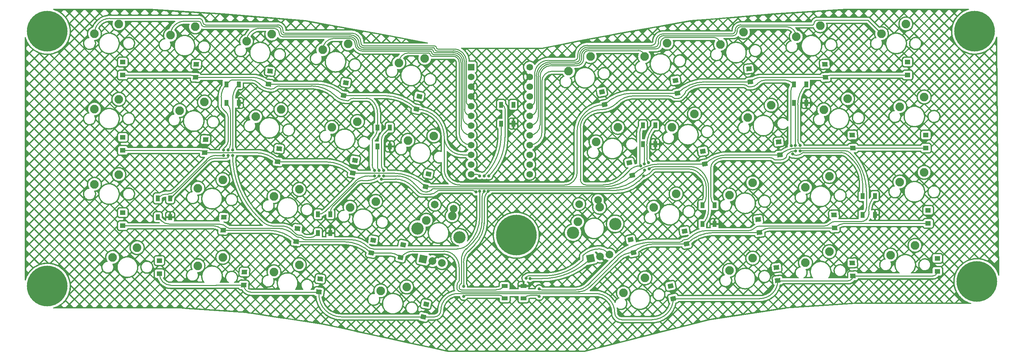
<source format=gbr>
%TF.GenerationSoftware,KiCad,Pcbnew,(6.0.4)*%
%TF.CreationDate,2022-10-29T13:59:05-07:00*%
%TF.ProjectId,tiddlywink_square,74696464-6c79-4776-996e-6b5f73717561,rev?*%
%TF.SameCoordinates,Original*%
%TF.FileFunction,Copper,L2,Bot*%
%TF.FilePolarity,Positive*%
%FSLAX46Y46*%
G04 Gerber Fmt 4.6, Leading zero omitted, Abs format (unit mm)*
G04 Created by KiCad (PCBNEW (6.0.4)) date 2022-10-29 13:59:05*
%MOMM*%
%LPD*%
G01*
G04 APERTURE LIST*
G04 Aperture macros list*
%AMRotRect*
0 Rectangle, with rotation*
0 The origin of the aperture is its center*
0 $1 length*
0 $2 width*
0 $3 Rotation angle, in degrees counterclockwise*
0 Add horizontal line*
21,1,$1,$2,0,0,$3*%
G04 Aperture macros list end*
%TA.AperFunction,ComponentPad*%
%ADD10C,2.250000*%
%TD*%
%TA.AperFunction,ComponentPad*%
%ADD11C,0.900000*%
%TD*%
%TA.AperFunction,ComponentPad*%
%ADD12C,10.600000*%
%TD*%
%TA.AperFunction,ComponentPad*%
%ADD13RotRect,2.000000X2.000000X78.000000*%
%TD*%
%TA.AperFunction,ComponentPad*%
%ADD14C,2.000000*%
%TD*%
%TA.AperFunction,ComponentPad*%
%ADD15C,3.200000*%
%TD*%
%TA.AperFunction,ComponentPad*%
%ADD16R,1.752600X1.752600*%
%TD*%
%TA.AperFunction,ComponentPad*%
%ADD17C,1.752600*%
%TD*%
%TA.AperFunction,ComponentPad*%
%ADD18RotRect,2.000000X2.000000X102.000000*%
%TD*%
%TA.AperFunction,ComponentPad*%
%ADD19C,0.800000*%
%TD*%
%TA.AperFunction,SMDPad,CuDef*%
%ADD20RotRect,1.200000X1.400000X99.000000*%
%TD*%
%TA.AperFunction,SMDPad,CuDef*%
%ADD21RotRect,1.200000X1.400000X84.000000*%
%TD*%
%TA.AperFunction,SMDPad,CuDef*%
%ADD22R,1.000000X1.500000*%
%TD*%
%TA.AperFunction,SMDPad,CuDef*%
%ADD23RotRect,1.200000X1.400000X81.000000*%
%TD*%
%TA.AperFunction,SMDPad,CuDef*%
%ADD24R,1.400000X1.200000*%
%TD*%
%TA.AperFunction,SMDPad,CuDef*%
%ADD25RotRect,1.200000X1.400000X93.000000*%
%TD*%
%TA.AperFunction,SMDPad,CuDef*%
%ADD26RotRect,1.200000X1.400000X78.000000*%
%TD*%
%TA.AperFunction,SMDPad,CuDef*%
%ADD27RotRect,1.200000X1.400000X102.000000*%
%TD*%
%TA.AperFunction,SMDPad,CuDef*%
%ADD28RotRect,1.200000X1.400000X87.000000*%
%TD*%
%TA.AperFunction,SMDPad,CuDef*%
%ADD29RotRect,1.200000X1.400000X96.000000*%
%TD*%
%TA.AperFunction,SMDPad,CuDef*%
%ADD30R,1.500000X1.000000*%
%TD*%
%TA.AperFunction,ViaPad*%
%ADD31C,0.800000*%
%TD*%
%TA.AperFunction,Conductor*%
%ADD32C,0.250000*%
%TD*%
G04 APERTURE END LIST*
D10*
%TO.P,MX30,1,COL*%
%TO.N,c10*%
X239077704Y-63539743D03*
%TO.P,MX30,2,ROW*%
%TO.N,Net-(D30-Pad2)*%
X245427704Y-60999743D03*
%TD*%
%TO.P,MX13,1,COL*%
%TO.N,c3*%
X71485812Y-46486640D03*
%TO.P,MX13,2,ROW*%
%TO.N,Net-(D13-Pad2)*%
X78066528Y-44624310D03*
%TD*%
%TO.P,MX24,1,COL*%
%TO.N,c4*%
X96051522Y-70118755D03*
%TO.P,MX24,2,ROW*%
%TO.N,Net-(D24-Pad2)*%
X102720686Y-68603386D03*
%TD*%
%TO.P,MX18,1,COL*%
%TO.N,c8*%
X199542415Y-46687834D03*
%TO.P,MX18,2,ROW*%
%TO.N,Net-(D18-Pad2)*%
X205592127Y-43497992D03*
%TD*%
%TO.P,MX10,1,COL*%
%TO.N,c10*%
X234315200Y-24844398D03*
%TO.P,MX10,2,ROW*%
%TO.N,Net-(D10-Pad2)*%
X240665200Y-22304398D03*
%TD*%
%TO.P,MX29,1,COL*%
%TO.N,c9*%
X214542159Y-64933250D03*
%TO.P,MX29,2,ROW*%
%TO.N,Net-(D29-Pad2)*%
X220750523Y-62064398D03*
%TD*%
%TO.P,MX8,1,COL*%
%TO.N,c8*%
X192398659Y-27637818D03*
%TO.P,MX8,2,ROW*%
%TO.N,Net-(D8-Pad2)*%
X198448371Y-24447976D03*
%TD*%
%TO.P,MX6,1,COL*%
%TO.N,c6*%
X152907794Y-34621742D03*
%TO.P,MX6,2,ROW*%
%TO.N,Net-(D6-Pad2)*%
X158590936Y-30817007D03*
%TD*%
%TO.P,MX27,1,COL*%
%TO.N,c7*%
X175028777Y-70120160D03*
%TO.P,MX27,2,ROW*%
%TO.N,Net-(D27-Pad2)*%
X180903254Y-66618073D03*
%TD*%
%TO.P,MX31,1,COL*%
%TO.N,c1*%
X34290032Y-83185072D03*
%TO.P,MX31,2,ROW*%
%TO.N,Net-(MX31-Pad2)*%
X40640032Y-80645072D03*
%TD*%
D11*
%TO.P,REF\u002A\u002A,1*%
%TO.N,N/C*%
X21239077Y-24220962D03*
X14453328Y-21410213D03*
X13289077Y-24220962D03*
X17264077Y-20245962D03*
X20074826Y-27031711D03*
X14453328Y-27031711D03*
D12*
X17264077Y-24220962D03*
D11*
X20074826Y-21410213D03*
X17264077Y-28195962D03*
%TD*%
D12*
%TO.P,REF\u002A\u002A,1*%
%TO.N,N/C*%
X259159155Y-89494950D03*
D11*
X263134155Y-89494950D03*
X255184155Y-89494950D03*
X256348406Y-92305699D03*
X259159155Y-85519950D03*
X261969904Y-86684201D03*
X256348406Y-86684201D03*
X261969904Y-92305699D03*
X259159155Y-93469950D03*
%TD*%
D10*
%TO.P,MX28,1,COL*%
%TO.N,c8*%
X194779911Y-66928476D03*
%TO.P,MX28,2,ROW*%
%TO.N,Net-(D28-Pad2)*%
X200829623Y-63738634D03*
%TD*%
%TO.P,MX36,1,COL*%
%TO.N,c8*%
X194779911Y-86573805D03*
%TO.P,MX36,2,ROW*%
%TO.N,Net-(D36-Pad2)*%
X200829623Y-83383963D03*
%TD*%
%TO.P,MX4,1,COL*%
%TO.N,c4*%
X88907766Y-29042158D03*
%TO.P,MX4,2,ROW*%
%TO.N,Net-(D4-Pad2)*%
X95576930Y-27526789D03*
%TD*%
%TO.P,MX22,1,COL*%
%TO.N,c2*%
X56454768Y-65129763D03*
%TO.P,MX22,2,ROW*%
%TO.N,Net-(D22-Pad2)*%
X62928999Y-62925577D03*
%TD*%
%TO.P,MX25,1,COL*%
%TO.N,c5*%
X115863953Y-73518739D03*
%TO.P,MX25,2,ROW*%
%TO.N,Net-(D25-Pad2)*%
X122603286Y-72354483D03*
%TD*%
D13*
%TO.P,KNOB2,A,A*%
%TO.N,PM1*%
X115057893Y-83611705D03*
D14*
%TO.P,KNOB2,B,B*%
%TO.N,PM2*%
X119948631Y-84651263D03*
%TO.P,KNOB2,C,C*%
%TO.N,GND*%
X117503262Y-84131484D03*
D15*
%TO.P,KNOB2,MP*%
%TO.N,N/C*%
X113584973Y-75631072D03*
X124540227Y-77959682D03*
D14*
%TO.P,KNOB2,S1,S1*%
%TO.N,Net-(D25-Pad2)*%
X122963351Y-70468123D03*
%TO.P,KNOB2,S2,S2*%
%TO.N,c5*%
X118072613Y-69428565D03*
%TD*%
D11*
%TO.P,REF\u002A\u002A,1*%
%TO.N,N/C*%
X139303242Y-73415690D03*
X136492493Y-74579941D03*
X143278242Y-77390690D03*
X135328242Y-77390690D03*
D12*
X139303242Y-77390690D03*
D11*
X136492493Y-80201439D03*
X142113991Y-74579941D03*
X142113991Y-80201439D03*
X139303242Y-81365690D03*
%TD*%
D10*
%TO.P,MX15,1,COL*%
%TO.N,c5*%
X111101449Y-52682784D03*
%TO.P,MX15,2,ROW*%
%TO.N,Net-(D15-Pad2)*%
X117840782Y-51518528D03*
%TD*%
%TO.P,MX17,1,COL*%
%TO.N,c7*%
X179791281Y-49284205D03*
%TO.P,MX17,2,ROW*%
%TO.N,Net-(D17-Pad2)*%
X185665758Y-45782118D03*
%TD*%
%TO.P,MX3,1,COL*%
%TO.N,c3*%
X69104560Y-26841311D03*
%TO.P,MX3,2,ROW*%
%TO.N,Net-(D3-Pad2)*%
X75685276Y-24978981D03*
%TD*%
%TO.P,MX34,1,COL*%
%TO.N,c4*%
X104015366Y-91918117D03*
%TO.P,MX34,2,ROW*%
%TO.N,Net-(D34-Pad2)*%
X110773991Y-90871656D03*
%TD*%
D16*
%TO.P,PM1,1,TX0/PD3*%
%TO.N,PM2*%
X127516051Y-33552638D03*
D17*
%TO.P,PM1,2,RX1/PD2*%
%TO.N,PM1*%
X127516051Y-36092638D03*
%TO.P,PM1,3,GND*%
%TO.N,GND*%
X127516051Y-38632638D03*
%TO.P,PM1,4,GND*%
X127516051Y-41172638D03*
%TO.P,PM1,5,2/PD1*%
%TO.N,c1*%
X127516051Y-43712638D03*
%TO.P,PM1,6,3/PD0*%
%TO.N,c2*%
X127516051Y-46252638D03*
%TO.P,PM1,7,4/PD4*%
%TO.N,c3*%
X127516051Y-48792638D03*
%TO.P,PM1,8,5/PC6*%
%TO.N,c4*%
X127516051Y-51332638D03*
%TO.P,PM1,9,6/PD7*%
%TO.N,c5*%
X127516051Y-53872638D03*
%TO.P,PM1,10,7/PE6*%
%TO.N,r1*%
X127516051Y-56412638D03*
%TO.P,PM1,11,8/PB4*%
%TO.N,r2*%
X127516051Y-58952638D03*
%TO.P,PM1,12,9/PB5*%
%TO.N,RGB*%
X127516051Y-61492638D03*
%TO.P,PM1,13,10/PB6*%
%TO.N,r3*%
X142756051Y-61492638D03*
%TO.P,PM1,14,16/PB2*%
%TO.N,r4*%
X142756051Y-58952638D03*
%TO.P,PM1,15,14/PB3*%
%TO.N,unconnected-(PM1-Pad15)*%
X142756051Y-56412638D03*
%TO.P,PM1,16,15/PB1*%
%TO.N,c6*%
X142756051Y-53872638D03*
%TO.P,PM1,17,A0/PF7*%
%TO.N,c7*%
X142756051Y-51332638D03*
%TO.P,PM1,18,A1/PF6*%
%TO.N,c8*%
X142756051Y-48792638D03*
%TO.P,PM1,19,A2/PF5*%
%TO.N,c9*%
X142756051Y-46252638D03*
%TO.P,PM1,20,A3/PF4*%
%TO.N,c10*%
X142756051Y-43712638D03*
%TO.P,PM1,21,VCC*%
%TO.N,VCC*%
X142756051Y-41172638D03*
%TO.P,PM1,22,RST*%
%TO.N,RST*%
X142756051Y-38632638D03*
%TO.P,PM1,23,GND*%
%TO.N,GND*%
X142756051Y-36092638D03*
%TO.P,PM1,24,RAW*%
%TO.N,unconnected-(PM1-Pad24)*%
X142756051Y-33552638D03*
%TD*%
D10*
%TO.P,MX38,1,COL*%
%TO.N,c10*%
X236696452Y-82589759D03*
%TO.P,MX38,2,ROW*%
%TO.N,Net-(MX38-Pad2)*%
X243046452Y-80049759D03*
%TD*%
%TO.P,MX7,1,COL*%
%TO.N,c7*%
X172647525Y-30829502D03*
%TO.P,MX7,2,ROW*%
%TO.N,Net-(D7-Pad2)*%
X178522002Y-27327415D03*
%TD*%
D11*
%TO.P,REF\u002A\u002A,1*%
%TO.N,N/C*%
X20074826Y-87875269D03*
X21239077Y-90686018D03*
X20074826Y-93496767D03*
X17264077Y-94661018D03*
X14453328Y-87875269D03*
D12*
X17264077Y-90686018D03*
D11*
X17264077Y-86711018D03*
X13289077Y-90686018D03*
X14453328Y-93496767D03*
%TD*%
D10*
%TO.P,MX32,1,COL*%
%TO.N,c2*%
X56454768Y-85370405D03*
%TO.P,MX32,2,ROW*%
%TO.N,Net-(D32-Pad2)*%
X62928999Y-83166219D03*
%TD*%
%TO.P,MX19,1,COL*%
%TO.N,c9*%
X219304663Y-44692608D03*
%TO.P,MX19,2,ROW*%
%TO.N,Net-(D19-Pad2)*%
X225513027Y-41823756D03*
%TD*%
%TO.P,MX9,1,COL*%
%TO.N,c9*%
X212160907Y-25642592D03*
%TO.P,MX9,2,ROW*%
%TO.N,Net-(D9-Pad2)*%
X218369271Y-22773740D03*
%TD*%
%TO.P,MX35,1,COL*%
%TO.N,c7*%
X167166418Y-92441618D03*
%TO.P,MX35,2,ROW*%
%TO.N,Net-(D35-Pad2)*%
X172782293Y-88538278D03*
%TD*%
%TO.P,MX20,1,COL*%
%TO.N,c10*%
X239077704Y-43894414D03*
%TO.P,MX20,2,ROW*%
%TO.N,Net-(D20-Pad2)*%
X245427704Y-41354414D03*
%TD*%
%TO.P,MX23,1,COL*%
%TO.N,c3*%
X76248316Y-67322595D03*
%TO.P,MX23,2,ROW*%
%TO.N,Net-(D23-Pad2)*%
X82829032Y-65460265D03*
%TD*%
%TO.P,MX33,1,COL*%
%TO.N,c3*%
X76248316Y-86967924D03*
%TO.P,MX33,2,ROW*%
%TO.N,Net-(D33-Pad2)*%
X82829032Y-85105594D03*
%TD*%
D18*
%TO.P,KNOB1,A,A*%
%TO.N,PM1*%
X158657853Y-83460637D03*
D14*
%TO.P,KNOB1,B,B*%
%TO.N,PM2*%
X163548591Y-82421079D03*
%TO.P,KNOB1,C,C*%
%TO.N,GND*%
X161103222Y-82940858D03*
D15*
%TO.P,KNOB1,MP*%
%TO.N,N/C*%
X165021511Y-74440446D03*
X154066257Y-76769056D03*
D14*
%TO.P,KNOB1,S1,S1*%
%TO.N,Net-(D26-Pad2)*%
X160533871Y-68237939D03*
%TO.P,KNOB1,S2,S2*%
%TO.N,c6*%
X155643133Y-69277497D03*
%TD*%
D10*
%TO.P,MX14,1,COL*%
%TO.N,c4*%
X91289018Y-49282800D03*
%TO.P,MX14,2,ROW*%
%TO.N,Net-(D14-Pad2)*%
X97958182Y-47767431D03*
%TD*%
%TO.P,MX37,1,COL*%
%TO.N,c9*%
X214542159Y-84578579D03*
%TO.P,MX37,2,ROW*%
%TO.N,Net-(D37-Pad2)*%
X220750523Y-81709727D03*
%TD*%
%TO.P,MX21,1,COL*%
%TO.N,c1*%
X29527528Y-64135056D03*
%TO.P,MX21,2,ROW*%
%TO.N,Net-(D21-Pad2)*%
X35877528Y-61595056D03*
%TD*%
%TO.P,MX12,1,COL*%
%TO.N,c2*%
X51692264Y-44889121D03*
%TO.P,MX12,2,ROW*%
%TO.N,Net-(D12-Pad2)*%
X58166495Y-42684935D03*
%TD*%
%TO.P,MX2,1,COL*%
%TO.N,c2*%
X49311012Y-25243792D03*
%TO.P,MX2,2,ROW*%
%TO.N,Net-(D2-Pad2)*%
X55785243Y-23039606D03*
%TD*%
D12*
%TO.P,REF\u002A\u002A,1*%
%TO.N,N/C*%
X258564155Y-24209520D03*
D11*
X258564155Y-28184520D03*
X258564155Y-20234520D03*
X261374904Y-21398771D03*
X255753406Y-27020269D03*
X261374904Y-27020269D03*
X255753406Y-21398771D03*
X254589155Y-24209520D03*
X262539155Y-24209520D03*
%TD*%
D10*
%TO.P,MX5,1,COL*%
%TO.N,c5*%
X108720197Y-32442142D03*
%TO.P,MX5,2,ROW*%
%TO.N,Net-(D5-Pad2)*%
X115459530Y-31277886D03*
%TD*%
%TO.P,MX11,1,COL*%
%TO.N,c1*%
X29527528Y-44489727D03*
%TO.P,MX11,2,ROW*%
%TO.N,Net-(D11-Pad2)*%
X35877528Y-41949727D03*
%TD*%
%TO.P,MX16,1,COL*%
%TO.N,c6*%
X160051550Y-53076445D03*
%TO.P,MX16,2,ROW*%
%TO.N,Net-(D16-Pad2)*%
X165734692Y-49271710D03*
%TD*%
%TO.P,MX1,1,COL*%
%TO.N,c1*%
X29527528Y-24844398D03*
%TO.P,MX1,2,ROW*%
%TO.N,Net-(D1-Pad2)*%
X35877528Y-22304398D03*
%TD*%
%TO.P,MX26,1,COL*%
%TO.N,c6*%
X155289046Y-73912400D03*
%TO.P,MX26,2,ROW*%
%TO.N,Net-(D26-Pad2)*%
X160972188Y-70107665D03*
%TD*%
D19*
%TO.P,D17,1,K*%
%TO.N,r2*%
X188384847Y-58829118D03*
D20*
X188384847Y-58829118D03*
%TO.P,D17,2,A*%
%TO.N,Net-(D17-Pad2)*%
X187852969Y-55470978D03*
D19*
X187852969Y-55470978D03*
%TD*%
D21*
%TO.P,D13,1,K*%
%TO.N,r2*%
X77212992Y-58245422D03*
D19*
X77212992Y-58245422D03*
D21*
%TO.P,D13,2,A*%
%TO.N,Net-(D13-Pad2)*%
X77568388Y-54864048D03*
D19*
X77568388Y-54864048D03*
%TD*%
D22*
%TO.P,RGB5,1,VDD*%
%TO.N,+5V*%
X172231250Y-48746918D03*
%TO.P,RGB5,2,DOUT*%
%TO.N,Net-(RGB5-Pad2)*%
X175431250Y-48746918D03*
%TO.P,RGB5,3,VSS*%
%TO.N,GND*%
X175431250Y-53646918D03*
%TO.P,RGB5,4,DIN*%
%TO.N,Net-(RGB4-Pad2)*%
X172231250Y-53646918D03*
%TD*%
D23*
%TO.P,D14,1,K*%
%TO.N,r2*%
X96770080Y-61210370D03*
D19*
X96770080Y-61210370D03*
D23*
%TO.P,D14,2,A*%
%TO.N,Net-(D14-Pad2)*%
X97301958Y-57852230D03*
D19*
X97301958Y-57852230D03*
%TD*%
D21*
%TO.P,D33,1,K*%
%TO.N,r4*%
X87928478Y-92178111D03*
D19*
X87928478Y-92178111D03*
%TO.P,D33,2,A*%
%TO.N,Net-(D33-Pad2)*%
X88283874Y-88796737D03*
D21*
X88283874Y-88796737D03*
%TD*%
D19*
%TO.P,D3,1,K*%
%TO.N,r1*%
X74831740Y-38004780D03*
D21*
X74831740Y-38004780D03*
%TO.P,D3,2,A*%
%TO.N,Net-(D3-Pad2)*%
X75187136Y-34623406D03*
D19*
X75187136Y-34623406D03*
%TD*%
D24*
%TO.P,D38,1,K*%
%TO.N,r4*%
X248840834Y-86829759D03*
D19*
X248840834Y-86829759D03*
D24*
%TO.P,D38,2,A*%
%TO.N,Net-(MX38-Pad2)*%
X248840834Y-83429759D03*
D19*
X248840834Y-83429759D03*
%TD*%
%TO.P,D9,1,K*%
%TO.N,r1*%
X219759468Y-36225824D03*
D25*
X219759468Y-36225824D03*
D19*
%TO.P,D9,2,A*%
%TO.N,Net-(D9-Pad2)*%
X219581526Y-32830484D03*
D25*
X219581526Y-32830484D03*
%TD*%
D19*
%TO.P,D10,1,K*%
%TO.N,r1*%
X241101765Y-35632841D03*
D24*
X241101765Y-35632841D03*
%TO.P,D10,2,A*%
%TO.N,Net-(D10-Pad2)*%
X241101765Y-32232841D03*
D19*
X241101765Y-32232841D03*
%TD*%
D24*
%TO.P,D31,1,K*%
%TO.N,r4*%
X46434414Y-87425072D03*
D19*
X46434414Y-87425072D03*
%TO.P,D31,2,A*%
%TO.N,Net-(MX31-Pad2)*%
X46434414Y-84025072D03*
D24*
X46434414Y-84025072D03*
%TD*%
D22*
%TO.P,RGB10,1,VDD*%
%TO.N,+5V*%
X135321875Y-43389101D03*
%TO.P,RGB10,2,DOUT*%
%TO.N,unconnected-(RGB10-Pad2)*%
X138521875Y-43389101D03*
%TO.P,RGB10,3,VSS*%
%TO.N,GND*%
X138521875Y-48289101D03*
%TO.P,RGB10,4,DIN*%
%TO.N,Net-(RGB10-Pad4)*%
X135321875Y-48289101D03*
%TD*%
D24*
%TO.P,D11,1,K*%
%TO.N,r2*%
X36909406Y-55278170D03*
D19*
X36909406Y-55278170D03*
%TO.P,D11,2,A*%
%TO.N,Net-(D11-Pad2)*%
X36909406Y-51878170D03*
D24*
X36909406Y-51878170D03*
%TD*%
D19*
%TO.P,D15,1,K*%
%TO.N,r2*%
X115732585Y-64766029D03*
D26*
X115732585Y-64766029D03*
%TO.P,D15,2,A*%
%TO.N,Net-(D15-Pad2)*%
X116439485Y-61440327D03*
D19*
X116439485Y-61440327D03*
%TD*%
D23*
%TO.P,D24,1,K*%
%TO.N,r3*%
X101532584Y-82046325D03*
D19*
X101532584Y-82046325D03*
%TO.P,D24,2,A*%
%TO.N,Net-(D24-Pad2)*%
X102064462Y-78688185D03*
D23*
X102064462Y-78688185D03*
%TD*%
D19*
%TO.P,D37,1,K*%
%TO.N,r4*%
X226903224Y-88018055D03*
D25*
X226903224Y-88018055D03*
%TO.P,D37,2,A*%
%TO.N,Net-(D37-Pad2)*%
X226725282Y-84622715D03*
D19*
X226725282Y-84622715D03*
%TD*%
%TO.P,D16,1,K*%
%TO.N,r2*%
X169422342Y-61789464D03*
D27*
X169422342Y-61789464D03*
%TO.P,D16,2,A*%
%TO.N,Net-(D16-Pad2)*%
X168715442Y-58463762D03*
D19*
X168715442Y-58463762D03*
%TD*%
D28*
%TO.P,D12,1,K*%
%TO.N,r2*%
X58251703Y-55871153D03*
D19*
X58251703Y-55871153D03*
D28*
%TO.P,D12,2,A*%
%TO.N,Net-(D12-Pad2)*%
X58429645Y-52475813D03*
D19*
X58429645Y-52475813D03*
%TD*%
%TO.P,D32,1,K*%
%TO.N,r4*%
X68372024Y-90399307D03*
D28*
X68372024Y-90399307D03*
D19*
%TO.P,D32,2,A*%
%TO.N,Net-(D32-Pad2)*%
X68549966Y-87003967D03*
D28*
X68549966Y-87003967D03*
%TD*%
D29*
%TO.P,D18,1,K*%
%TO.N,r2*%
X207941935Y-56459483D03*
D19*
X207941935Y-56459483D03*
D29*
%TO.P,D18,2,A*%
%TO.N,Net-(D18-Pad2)*%
X207586539Y-53078109D03*
D19*
X207586539Y-53078109D03*
%TD*%
D20*
%TO.P,D7,1,K*%
%TO.N,r1*%
X181241091Y-40374415D03*
D19*
X181241091Y-40374415D03*
D20*
%TO.P,D7,2,A*%
%TO.N,Net-(D7-Pad2)*%
X180709213Y-37016275D03*
D19*
X180709213Y-37016275D03*
%TD*%
%TO.P,D29,1,K*%
%TO.N,r3*%
X222140720Y-75516482D03*
D25*
X222140720Y-75516482D03*
D19*
%TO.P,D29,2,A*%
%TO.N,Net-(D29-Pad2)*%
X221962778Y-72121142D03*
D25*
X221962778Y-72121142D03*
%TD*%
D19*
%TO.P,D1,1,K*%
%TO.N,r1*%
X36909406Y-35632841D03*
D24*
X36909406Y-35632841D03*
%TO.P,D1,2,A*%
%TO.N,Net-(D1-Pad2)*%
X36909406Y-32232841D03*
D19*
X36909406Y-32232841D03*
%TD*%
D24*
%TO.P,D20,1,K*%
%TO.N,r2*%
X245864269Y-54682857D03*
D19*
X245864269Y-54682857D03*
D24*
%TO.P,D20,2,A*%
%TO.N,Net-(D20-Pad2)*%
X245864269Y-51282857D03*
D19*
X245864269Y-51282857D03*
%TD*%
D25*
%TO.P,D19,1,K*%
%TO.N,r2*%
X226903224Y-54680527D03*
D19*
X226903224Y-54680527D03*
%TO.P,D19,2,A*%
%TO.N,Net-(D19-Pad2)*%
X226725282Y-51285187D03*
D25*
X226725282Y-51285187D03*
%TD*%
D29*
%TO.P,D28,1,K*%
%TO.N,r3*%
X202584118Y-76700125D03*
D19*
X202584118Y-76700125D03*
D29*
%TO.P,D28,2,A*%
%TO.N,Net-(D28-Pad2)*%
X202228722Y-73318751D03*
D19*
X202228722Y-73318751D03*
%TD*%
%TO.P,D27,1,K*%
%TO.N,r3*%
X183622343Y-79665073D03*
D20*
X183622343Y-79665073D03*
%TO.P,D27,2,A*%
%TO.N,Net-(D27-Pad2)*%
X183090465Y-76306933D03*
D19*
X183090465Y-76306933D03*
%TD*%
D22*
%TO.P,RGB6,1,VDD*%
%TO.N,+5V*%
X187709375Y-69582873D03*
%TO.P,RGB6,2,DOUT*%
%TO.N,Net-(RGB6-Pad2)*%
X190909375Y-69582873D03*
%TO.P,RGB6,3,VSS*%
%TO.N,GND*%
X190909375Y-74482873D03*
%TO.P,RGB6,4,DIN*%
%TO.N,Net-(RGB5-Pad2)*%
X187709375Y-74482873D03*
%TD*%
D29*
%TO.P,D8,1,K*%
%TO.N,r1*%
X200202866Y-37409467D03*
D19*
X200202866Y-37409467D03*
%TO.P,D8,2,A*%
%TO.N,Net-(D8-Pad2)*%
X199847470Y-34028093D03*
D29*
X199847470Y-34028093D03*
%TD*%
D22*
%TO.P,RGB1,1,VDD*%
%TO.N,+5V*%
X46025000Y-67796875D03*
%TO.P,RGB1,2,DOUT*%
%TO.N,Net-(RGB1-Pad2)*%
X49225000Y-67796875D03*
%TO.P,RGB1,3,VSS*%
%TO.N,GND*%
X49225000Y-72696875D03*
%TO.P,RGB1,4,DIN*%
%TO.N,RGB*%
X46025000Y-72696875D03*
%TD*%
D28*
%TO.P,D2,1,K*%
%TO.N,r1*%
X55870451Y-36225824D03*
D19*
X55870451Y-36225824D03*
%TO.P,D2,2,A*%
%TO.N,Net-(D2-Pad2)*%
X56048393Y-32830484D03*
D28*
X56048393Y-32830484D03*
%TD*%
D27*
%TO.P,D26,1,K*%
%TO.N,r3*%
X169775792Y-81907018D03*
D19*
X169775792Y-81907018D03*
%TO.P,D26,2,A*%
%TO.N,Net-(D26-Pad2)*%
X169068892Y-78581316D03*
D27*
X169068892Y-78581316D03*
%TD*%
D22*
%TO.P,RGB8,1,VDD*%
%TO.N,+5V*%
X229381250Y-67201621D03*
%TO.P,RGB8,2,DOUT*%
%TO.N,Net-(RGB8-Pad2)*%
X232581250Y-67201621D03*
%TO.P,RGB8,3,VSS*%
%TO.N,GND*%
X232581250Y-72101621D03*
%TO.P,RGB8,4,DIN*%
%TO.N,Net-(RGB7-Pad2)*%
X229381250Y-72101621D03*
%TD*%
D19*
%TO.P,D23,1,K*%
%TO.N,r3*%
X81975496Y-79081377D03*
D21*
X81975496Y-79081377D03*
D19*
%TO.P,D23,2,A*%
%TO.N,Net-(D23-Pad2)*%
X82330892Y-75700003D03*
D21*
X82330892Y-75700003D03*
%TD*%
D22*
%TO.P,RGB7,1,VDD*%
%TO.N,+5V*%
X211521875Y-38031284D03*
%TO.P,RGB7,2,DOUT*%
%TO.N,Net-(RGB7-Pad2)*%
X214721875Y-38031284D03*
%TO.P,RGB7,3,VSS*%
%TO.N,GND*%
X214721875Y-42931284D03*
%TO.P,RGB7,4,DIN*%
%TO.N,Net-(RGB6-Pad2)*%
X211521875Y-42931284D03*
%TD*%
%TO.P,RGB4,1,VDD*%
%TO.N,+5V*%
X103175000Y-49342231D03*
%TO.P,RGB4,2,DOUT*%
%TO.N,Net-(RGB4-Pad2)*%
X106375000Y-49342231D03*
%TO.P,RGB4,3,VSS*%
%TO.N,GND*%
X106375000Y-54242231D03*
%TO.P,RGB4,4,DIN*%
%TO.N,Net-(RGB3-Pad2)*%
X103175000Y-54242231D03*
%TD*%
D27*
%TO.P,D6,1,K*%
%TO.N,r1*%
X162278586Y-43334761D03*
D19*
X162278586Y-43334761D03*
%TO.P,D6,2,A*%
%TO.N,Net-(D6-Pad2)*%
X161571686Y-40009059D03*
D27*
X161571686Y-40009059D03*
%TD*%
D19*
%TO.P,D30,1,K*%
%TO.N,r3*%
X246459582Y-74328186D03*
D24*
X246459582Y-74328186D03*
D19*
%TO.P,D30,2,A*%
%TO.N,Net-(D30-Pad2)*%
X246459582Y-70928186D03*
D24*
X246459582Y-70928186D03*
%TD*%
D26*
%TO.P,D25,1,K*%
%TO.N,r3*%
X109184142Y-83220732D03*
D19*
X109184142Y-83220732D03*
D26*
%TO.P,D25,2,A*%
%TO.N,Net-(D25-Pad2)*%
X109891042Y-79895030D03*
D19*
X109891042Y-79895030D03*
%TD*%
D22*
%TO.P,RGB3,1,VDD*%
%TO.N,+5V*%
X87696875Y-71964125D03*
%TO.P,RGB3,2,DOUT*%
%TO.N,Net-(RGB3-Pad2)*%
X90896875Y-71964125D03*
%TO.P,RGB3,3,VSS*%
%TO.N,GND*%
X90896875Y-76864125D03*
%TO.P,RGB3,4,DIN*%
%TO.N,Net-(RGB2-Pad2)*%
X87696875Y-76864125D03*
%TD*%
%TO.P,RGB2,1,VDD*%
%TO.N,+5V*%
X63884375Y-38031284D03*
%TO.P,RGB2,2,DOUT*%
%TO.N,Net-(RGB2-Pad2)*%
X67084375Y-38031284D03*
%TO.P,RGB2,3,VSS*%
%TO.N,GND*%
X67084375Y-42931284D03*
%TO.P,RGB2,4,DIN*%
%TO.N,Net-(RGB1-Pad2)*%
X63884375Y-42931284D03*
%TD*%
D19*
%TO.P,D22,1,K*%
%TO.N,r3*%
X63014207Y-76111795D03*
D28*
X63014207Y-76111795D03*
D19*
%TO.P,D22,2,A*%
%TO.N,Net-(D22-Pad2)*%
X63192149Y-72716455D03*
D28*
X63192149Y-72716455D03*
%TD*%
D30*
%TO.P,RGB9,1,VDD*%
%TO.N,+5V*%
X136257929Y-93873515D03*
%TO.P,RGB9,2,DOUT*%
%TO.N,Net-(RGB10-Pad4)*%
X136257929Y-90673515D03*
%TO.P,RGB9,3,VSS*%
%TO.N,GND*%
X141157929Y-90673515D03*
%TO.P,RGB9,4,DIN*%
%TO.N,Net-(RGB8-Pad2)*%
X141157929Y-93873515D03*
%TD*%
D19*
%TO.P,D36,1,K*%
%TO.N,r4*%
X207346622Y-89201698D03*
D29*
X207346622Y-89201698D03*
%TO.P,D36,2,A*%
%TO.N,Net-(D36-Pad2)*%
X206991226Y-85820324D03*
D19*
X206991226Y-85820324D03*
%TD*%
D26*
%TO.P,D5,1,K*%
%TO.N,r1*%
X113351333Y-44525387D03*
D19*
X113351333Y-44525387D03*
%TO.P,D5,2,A*%
%TO.N,Net-(D5-Pad2)*%
X114058233Y-41199685D03*
D26*
X114058233Y-41199685D03*
%TD*%
D27*
%TO.P,D35,1,K*%
%TO.N,r4*%
X180137976Y-93936366D03*
D19*
X180137976Y-93936366D03*
D27*
%TO.P,D35,2,A*%
%TO.N,Net-(D35-Pad2)*%
X179431076Y-90610664D03*
D19*
X179431076Y-90610664D03*
%TD*%
%TO.P,D4,1,K*%
%TO.N,r1*%
X94388828Y-40969728D03*
D23*
X94388828Y-40969728D03*
%TO.P,D4,2,A*%
%TO.N,Net-(D4-Pad2)*%
X94920706Y-37611588D03*
D19*
X94920706Y-37611588D03*
%TD*%
D26*
%TO.P,D34,1,K*%
%TO.N,r4*%
X115137272Y-98698870D03*
D19*
X115137272Y-98698870D03*
%TO.P,D34,2,A*%
%TO.N,Net-(D34-Pad2)*%
X115844172Y-95373168D03*
D26*
X115844172Y-95373168D03*
%TD*%
D19*
%TO.P,D21,1,K*%
%TO.N,r3*%
X36909406Y-74923499D03*
D24*
X36909406Y-74923499D03*
D19*
%TO.P,D21,2,A*%
%TO.N,Net-(D21-Pad2)*%
X36909406Y-71523499D03*
D24*
X36909406Y-71523499D03*
%TD*%
D31*
%TO.N,RGB*%
X129778234Y-61912552D03*
X129778234Y-65946412D03*
%TO.N,+5V*%
X131968363Y-65946412D03*
X125578921Y-90740123D03*
X128795239Y-66127312D03*
X102393836Y-61934870D03*
X211221899Y-56211267D03*
X63103178Y-55146653D03*
X171664180Y-59280377D03*
X102393836Y-60485870D03*
X125611043Y-93330523D03*
X172453667Y-61933627D03*
X63103178Y-56595653D03*
X132159486Y-61912552D03*
X210839771Y-54100583D03*
X104145819Y-62761842D03*
%TO.N,Net-(RGB2-Pad2)*%
X65484430Y-56595653D03*
X65484430Y-55146653D03*
%TO.N,Net-(RGB3-Pad2)*%
X103584462Y-60485870D03*
X103584462Y-61934870D03*
%TO.N,Net-(RGB5-Pad2)*%
X173831396Y-60126613D03*
X173720241Y-58485022D03*
%TO.N,Net-(RGB6-Pad2)*%
X211844037Y-53968207D03*
X211928413Y-55415049D03*
%TO.N,Net-(RGB1-Pad2)*%
X64293804Y-56595653D03*
X64293804Y-55146653D03*
%TO.N,PM1*%
X142875120Y-88701637D03*
%TO.N,Net-(RGB4-Pad2)*%
X172610316Y-58855688D03*
X104775088Y-61934870D03*
X172660966Y-60408629D03*
X104775088Y-60485870D03*
%TO.N,Net-(RGB8-Pad2)*%
X145256372Y-91425500D03*
X145256372Y-93330523D03*
%TO.N,PM2*%
X141860233Y-88599506D03*
%TO.N,Net-(RGB7-Pad2)*%
X213122054Y-53956027D03*
X213122054Y-55405027D03*
%TO.N,Net-(RGB10-Pad4)*%
X130968860Y-65946412D03*
X130968860Y-61912552D03*
%TD*%
D32*
%TO.N,r1*%
X36909406Y-35632841D02*
X54438864Y-35632841D01*
X155100000Y-50500000D02*
X155100000Y-61100000D01*
X127516051Y-56412638D02*
X125238584Y-56412638D01*
X120540000Y-60226509D02*
X120540000Y-51714054D01*
X113351333Y-44525387D02*
X113751333Y-44925387D01*
X74831740Y-38004780D02*
X87230811Y-38004780D01*
X94388828Y-40969728D02*
X104767213Y-40969728D01*
X241101765Y-35632841D02*
X221191055Y-35632841D01*
X181241091Y-40374415D02*
X169425493Y-40374415D01*
X151883491Y-64316509D02*
X124630000Y-64316509D01*
X162278586Y-43334761D02*
X162265239Y-43334761D01*
X55870451Y-36225824D02*
X70536961Y-36225824D01*
X200202866Y-37409467D02*
X188399108Y-37409467D01*
X219759468Y-36225824D02*
X203060432Y-36225824D01*
X181241093Y-40374417D02*
G75*
G02*
X188399108Y-37409467I7158007J-7157983D01*
G01*
X120539991Y-60226509D02*
G75*
G03*
X124630000Y-64316509I4090009J9D01*
G01*
X219759493Y-36225849D02*
G75*
G02*
X221191055Y-35632841I1431607J-1431551D01*
G01*
X113351325Y-44525395D02*
G75*
G03*
X104767213Y-40969728I-8584125J-8584105D01*
G01*
X155099961Y-50500000D02*
G75*
G02*
X162265239Y-43334761I7165239J0D01*
G01*
X55870467Y-36225808D02*
G75*
G03*
X54438864Y-35632841I-1431567J-1431592D01*
G01*
X74831768Y-38004752D02*
G75*
G03*
X70536961Y-36225824I-4294768J-4294848D01*
G01*
X200202857Y-37409458D02*
G75*
G02*
X203060432Y-36225824I2857543J-2857542D01*
G01*
X151883491Y-64316500D02*
G75*
G03*
X155100000Y-61100000I9J3216500D01*
G01*
X120540062Y-51714054D02*
G75*
G03*
X125238584Y-56412638I4698538J-46D01*
G01*
X94388813Y-40969743D02*
G75*
G03*
X87230811Y-38004780I-7158013J-7157957D01*
G01*
X113351333Y-44525380D02*
G75*
G02*
X120540000Y-51714054I-3J-7188670D01*
G01*
X162278583Y-43334758D02*
G75*
G02*
X169425493Y-40374415I7146917J-7146942D01*
G01*
%TO.N,r2*%
X226903224Y-54680527D02*
X212236714Y-54680527D01*
X77212992Y-58245422D02*
X89612063Y-58245422D01*
X115732585Y-64766029D02*
X162236279Y-64766029D01*
X188384847Y-58829118D02*
X176569249Y-58829118D01*
X245864269Y-54682857D02*
X226908849Y-54682857D01*
X58251703Y-55871153D02*
X71481000Y-55871153D01*
X207941935Y-56459483D02*
X194105651Y-56459483D01*
X36909406Y-55278170D02*
X56820116Y-55278170D01*
X96770080Y-61210370D02*
X107148465Y-61210370D01*
X169422361Y-61789483D02*
G75*
G02*
X176569249Y-58829118I7146939J-7146917D01*
G01*
X115732613Y-64766001D02*
G75*
G03*
X107148465Y-61210370I-8584113J-8584199D01*
G01*
X58251687Y-55871169D02*
G75*
G03*
X56820116Y-55278170I-1431587J-1431531D01*
G01*
X169422353Y-61789475D02*
G75*
G02*
X162236279Y-64766029I-7186053J7186075D01*
G01*
X226903249Y-54680502D02*
G75*
G03*
X226908849Y-54682857I5651J5602D01*
G01*
X96770101Y-61210349D02*
G75*
G03*
X89612063Y-58245422I-7158001J-7158051D01*
G01*
X188384876Y-58829147D02*
G75*
G02*
X194105651Y-56459483I5720824J-5720753D01*
G01*
X207941920Y-56459468D02*
G75*
G02*
X212236714Y-54680527I4294780J-4294832D01*
G01*
X77212989Y-58245425D02*
G75*
G03*
X71481000Y-55871153I-5731989J-5731975D01*
G01*
%TO.N,r4*%
X87845905Y-92260684D02*
X71747772Y-92260684D01*
X87928478Y-92178111D02*
X87928478Y-92850052D01*
X207429043Y-89284119D02*
X225637160Y-89284119D01*
X87928478Y-92178111D02*
X87845905Y-92260684D01*
X61107646Y-90474745D02*
X61148281Y-90434110D01*
X49484087Y-90474745D02*
X61107646Y-90474745D01*
X61148281Y-90434110D02*
X68337221Y-90434110D01*
X159872936Y-92602567D02*
X155974659Y-92602567D01*
X117995062Y-98698870D02*
X115137272Y-98698870D01*
X71747772Y-92260684D02*
X70163795Y-92260684D01*
X180137976Y-93936366D02*
X202611954Y-93936366D01*
X207346622Y-89201698D02*
X207429043Y-89284119D01*
X155545972Y-92606023D02*
X124087909Y-92606023D01*
X115137272Y-98698870D02*
X93777296Y-98698870D01*
X174657071Y-99417271D02*
X166687640Y-99417271D01*
X247652538Y-88018055D02*
X226903224Y-88018055D01*
X155974659Y-92602567D02*
X155545972Y-92606023D01*
X70233401Y-92260684D02*
X71747772Y-92260684D01*
X164901629Y-97631332D02*
G75*
G03*
X166687640Y-99417271I1785971J32D01*
G01*
X207346666Y-89201698D02*
G75*
G02*
X202611954Y-93936366I-4734666J-2D01*
G01*
X247652538Y-88018134D02*
G75*
G03*
X248840834Y-86829759I-38J1188334D01*
G01*
X70233401Y-92260676D02*
G75*
G02*
X68372024Y-90399307I-1J1861376D01*
G01*
X119657923Y-97036019D02*
G75*
G02*
X124087909Y-92606023I4429977J19D01*
G01*
X117995062Y-98698813D02*
G75*
G03*
X119657913Y-97036019I38J1662813D01*
G01*
X174657071Y-99417276D02*
G75*
G03*
X180137976Y-93936366I29J5480876D01*
G01*
X49484087Y-90474746D02*
G75*
G02*
X46434414Y-87425072I3J3049676D01*
G01*
X159872936Y-92602499D02*
G75*
G02*
X164901701Y-97631332I-36J-5028801D01*
G01*
X93777296Y-98698872D02*
G75*
G02*
X87928478Y-92850052I4J5848822D01*
G01*
X226903219Y-88018055D02*
G75*
G02*
X225637160Y-89284119I-1266019J-45D01*
G01*
%TO.N,c1*%
X118840960Y-28860960D02*
X123120960Y-28860960D01*
X79027292Y-24708933D02*
X80250000Y-24708933D01*
X36595113Y-20854887D02*
X56724887Y-20854887D01*
X80268933Y-24690000D02*
X96450000Y-24690000D01*
X98860000Y-27100000D02*
X98860000Y-27220067D01*
X58410960Y-22540960D02*
X77260960Y-22540960D01*
X126260000Y-32000000D02*
X126260000Y-32066827D01*
X36595113Y-20854887D02*
X33517039Y-20854887D01*
X108189815Y-28020480D02*
X118000480Y-28020480D01*
X99670228Y-28030295D02*
X108180000Y-28030295D01*
X108180000Y-28030295D02*
X108189815Y-28020480D01*
X126270000Y-32076827D02*
X126270000Y-42466587D01*
X78550000Y-23830000D02*
X78550000Y-24231641D01*
X118840960Y-28861000D02*
G75*
G02*
X118560000Y-28580000I40J281000D01*
G01*
X99670228Y-28030300D02*
G75*
G02*
X98860000Y-27220067I-28J810200D01*
G01*
X58410960Y-22541000D02*
G75*
G02*
X57730000Y-21860000I40J681000D01*
G01*
X78550040Y-23830000D02*
G75*
G03*
X77260960Y-22540960I-1289040J0D01*
G01*
X98860000Y-27100000D02*
G75*
G03*
X96450000Y-24690000I-2410000J0D01*
G01*
X127516051Y-43712700D02*
G75*
G02*
X126270000Y-42466587I49J1246100D01*
G01*
X29527527Y-24844398D02*
G75*
G02*
X33517039Y-20854887I3989513J-2D01*
G01*
X57730013Y-21860000D02*
G75*
G03*
X56724887Y-20854887I-1005113J0D01*
G01*
X118560020Y-28580000D02*
G75*
G03*
X118000480Y-28020480I-559520J0D01*
G01*
X126269973Y-32076827D02*
G75*
G03*
X126260000Y-32066827I-9973J27D01*
G01*
X80268933Y-24690000D02*
G75*
G03*
X80250000Y-24708933I-33J-18900D01*
G01*
X126260040Y-32000000D02*
G75*
G03*
X123120960Y-28860960I-3139040J0D01*
G01*
X79027292Y-24708900D02*
G75*
G02*
X78550000Y-24231641I8J477300D01*
G01*
%TO.N,c2*%
X80290826Y-25157627D02*
X80290000Y-25158453D01*
X96117627Y-25157627D02*
X80290826Y-25157627D01*
X56560000Y-21590000D02*
X52964804Y-21590000D01*
X125820000Y-44556587D02*
X125820000Y-32190000D01*
X80290000Y-25158453D02*
X78748453Y-25158453D01*
X109660000Y-28470000D02*
X109650185Y-28479815D01*
X118110000Y-28910000D02*
X118110000Y-28908924D01*
X109650185Y-28479815D02*
X99424543Y-28479815D01*
X122930000Y-29310480D02*
X118510480Y-29310480D01*
X98380000Y-27435272D02*
X98380000Y-27420000D01*
X78060000Y-24470000D02*
X78060000Y-24000110D01*
X77050370Y-22990480D02*
X57960480Y-22990480D01*
X117671076Y-28470000D02*
X109660000Y-28470000D01*
X57350020Y-22380000D02*
G75*
G03*
X57960480Y-22990480I610480J0D01*
G01*
X98380000Y-27435272D02*
G75*
G03*
X99394728Y-28450000I1014700J-28D01*
G01*
X125820062Y-44556587D02*
G75*
G03*
X127516051Y-46252638I1696038J-13D01*
G01*
X122930000Y-29300000D02*
G75*
G02*
X125820000Y-32190000I0J-2890000D01*
G01*
X78060047Y-24470000D02*
G75*
G03*
X78748453Y-25158453I688453J0D01*
G01*
X118110020Y-28910000D02*
G75*
G03*
X118510480Y-29310480I400480J0D01*
G01*
X49311000Y-25243792D02*
G75*
G02*
X52964804Y-21590000I3653800J-8D01*
G01*
X96117627Y-25157600D02*
G75*
G02*
X98380000Y-27420000I-27J-2262400D01*
G01*
X99394685Y-28450000D02*
G75*
G03*
X99424543Y-28479815I29815J0D01*
G01*
X56560000Y-21590000D02*
G75*
G02*
X57350000Y-22380000I0J-790000D01*
G01*
X77050370Y-22990500D02*
G75*
G02*
X78060000Y-24000110I30J-1009600D01*
G01*
X117671076Y-28470000D02*
G75*
G02*
X118110000Y-28908924I24J-438900D01*
G01*
%TO.N,c3*%
X117990000Y-29760000D02*
X122900000Y-29760000D01*
X72505871Y-23440000D02*
X76196214Y-23440000D01*
X125350000Y-32210000D02*
X125350000Y-46626587D01*
X78364187Y-25607973D02*
X91694119Y-25607973D01*
X91694119Y-25607973D02*
X91758024Y-25607147D01*
X91758024Y-25607147D02*
X95947147Y-25607147D01*
X99269335Y-28929335D02*
X117159335Y-28929335D01*
X97829953Y-27490000D02*
G75*
G03*
X95947147Y-25607147I-1882853J0D01*
G01*
X78364187Y-25608000D02*
G75*
G02*
X77630000Y-24873786I13J734200D01*
G01*
X127516051Y-48792700D02*
G75*
G02*
X125350000Y-46626587I49J2166100D01*
G01*
X117729965Y-29500000D02*
G75*
G03*
X117159335Y-28929335I-570665J0D01*
G01*
X72505871Y-23439960D02*
G75*
G03*
X69104560Y-26841311I29J-3401340D01*
G01*
X77630000Y-24873786D02*
G75*
G03*
X76196214Y-23440000I-1433800J-14D01*
G01*
X99269335Y-28929300D02*
G75*
G02*
X97830000Y-27490000I-35J1439300D01*
G01*
X125350000Y-32210000D02*
G75*
G03*
X122900000Y-29760000I-2450000J0D01*
G01*
X117990000Y-29760000D02*
G75*
G02*
X117730000Y-29500000I0J260000D01*
G01*
%TO.N,c4*%
X127463598Y-51332638D02*
X127516051Y-51332638D01*
X99218855Y-29378855D02*
X116869262Y-29378855D01*
X117720480Y-30260480D02*
X122849520Y-30260480D01*
X91889924Y-26060000D02*
X95900000Y-26060000D01*
X117280000Y-29789593D02*
X117280000Y-29820000D01*
X124900480Y-32310480D02*
X124900480Y-48769520D01*
X124900500Y-32310480D02*
G75*
G03*
X122850000Y-30260000I-2050500J-20D01*
G01*
X91889924Y-26060006D02*
G75*
G03*
X88907766Y-29042158I-4J-2982154D01*
G01*
X97370000Y-27530000D02*
G75*
G03*
X95900000Y-26060000I-1470000J0D01*
G01*
X127463598Y-51332620D02*
G75*
G02*
X124900480Y-48769520I2J2563120D01*
G01*
X117720480Y-30260500D02*
G75*
G02*
X117280000Y-29820000I20J440500D01*
G01*
X122849980Y-30260000D02*
G75*
G02*
X122849520Y-30260480I-480J0D01*
G01*
X117280045Y-29789593D02*
G75*
G03*
X116869262Y-29378855I-410745J-7D01*
G01*
X99218855Y-29378900D02*
G75*
G02*
X97370000Y-27530000I45J1848900D01*
G01*
%TO.N,c5*%
X124450960Y-32350960D02*
X124450960Y-50890960D01*
X127432638Y-53872638D02*
X127516051Y-53872638D01*
X111333964Y-29828375D02*
X116418375Y-29828375D01*
X117300000Y-30710000D02*
X122810000Y-30710000D01*
X116920025Y-30330000D02*
G75*
G03*
X116418375Y-29828375I-501625J0D01*
G01*
X111333964Y-29828297D02*
G75*
G03*
X108720197Y-32442142I36J-2613803D01*
G01*
X127432638Y-53872640D02*
G75*
G02*
X124450960Y-50890960I-38J2981640D01*
G01*
X117300000Y-30710000D02*
G75*
G02*
X116920000Y-30330000I0J380000D01*
G01*
X124451000Y-32350960D02*
G75*
G03*
X122810000Y-30710000I-1641000J-40D01*
G01*
%TO.N,c6*%
X145930000Y-50698689D02*
X145930000Y-48670000D01*
X145930000Y-48670000D02*
X145930000Y-37360000D01*
X152907794Y-34621742D02*
X148668258Y-34621742D01*
X145930042Y-37360000D02*
G75*
G02*
X148668258Y-34621742I2738258J0D01*
G01*
X145930038Y-50698689D02*
G75*
G02*
X142756051Y-53872638I-3173938J-11D01*
G01*
%TO.N,c7*%
X171048023Y-29230000D02*
X158128024Y-29230000D01*
X145460000Y-46480000D02*
X145460000Y-48628689D01*
X145459520Y-46479520D02*
X145460000Y-46480000D01*
X156790000Y-30568024D02*
X156790000Y-31470000D01*
X155110000Y-33150000D02*
X148359040Y-33150000D01*
X145459520Y-36049520D02*
X145459520Y-46479520D01*
X171048023Y-29229975D02*
G75*
G02*
X172647525Y-30829502I-23J-1599525D01*
G01*
X145459500Y-36049520D02*
G75*
G02*
X148359040Y-33150000I2899500J20D01*
G01*
X156790000Y-30568024D02*
G75*
G02*
X158128024Y-29230000I1338000J24D01*
G01*
X142756051Y-51332600D02*
G75*
G03*
X145460000Y-48628689I49J2703900D01*
G01*
X155110000Y-33150000D02*
G75*
G03*
X156790000Y-31470000I0J1680000D01*
G01*
%TO.N,c8*%
X175699520Y-28780480D02*
X158079520Y-28780480D01*
X145010000Y-43680000D02*
X145010000Y-37670000D01*
X154480000Y-32700480D02*
X148239520Y-32700480D01*
X145010000Y-37670000D02*
X145010000Y-35930000D01*
X156230000Y-30630000D02*
X156230000Y-31498070D01*
X154486445Y-32694035D02*
X154480000Y-32700480D01*
X190560841Y-25800000D02*
X178320000Y-25800000D01*
X145010000Y-46538689D02*
X145010000Y-43680000D01*
X176780000Y-27340000D02*
X176780000Y-27700000D01*
X155034035Y-32694035D02*
X154486445Y-32694035D01*
X175699520Y-28780500D02*
G75*
G03*
X176780000Y-27700000I-20J1080500D01*
G01*
X156229980Y-30630000D02*
G75*
G02*
X158079520Y-28780480I1849520J0D01*
G01*
X190560841Y-25799941D02*
G75*
G02*
X192398659Y-27637818I-41J-1837859D01*
G01*
X145010038Y-46538689D02*
G75*
G02*
X142756051Y-48792638I-2253938J-11D01*
G01*
X176780000Y-27340000D02*
G75*
G02*
X178320000Y-25800000I1540000J0D01*
G01*
X155034035Y-32694100D02*
G75*
G03*
X156230000Y-31498070I-35J1196000D01*
G01*
X145009980Y-35930000D02*
G75*
G02*
X148239520Y-32700480I3229520J0D01*
G01*
%TO.N,c9*%
X175329054Y-28330960D02*
X157999040Y-28330960D01*
X190728302Y-25348133D02*
X190712302Y-25347874D01*
X144540000Y-40780000D02*
X144540000Y-44468689D01*
X154940000Y-32240000D02*
X148179040Y-32240000D01*
X144539520Y-40779520D02*
X144540000Y-40780000D01*
X209516780Y-22998465D02*
X197847963Y-22998465D01*
X144539520Y-35879520D02*
X144539520Y-40779520D01*
X155760000Y-30570000D02*
X155760000Y-31420000D01*
X195741867Y-25348133D02*
X190728302Y-25348133D01*
X176212648Y-26789085D02*
X176212648Y-27447366D01*
X196710000Y-24136428D02*
X196710000Y-24380000D01*
X190712302Y-25347874D02*
X177653859Y-25347874D01*
X175329054Y-28330948D02*
G75*
G03*
X176212648Y-27447366I46J883548D01*
G01*
X154940000Y-32240000D02*
G75*
G03*
X155760000Y-31420000I0J820000D01*
G01*
X209516780Y-22998493D02*
G75*
G02*
X212160907Y-25642592I20J-2644107D01*
G01*
X195741867Y-25348100D02*
G75*
G03*
X196710000Y-24380000I33J968100D01*
G01*
X155759960Y-30570000D02*
G75*
G02*
X157999040Y-28330960I2239040J0D01*
G01*
X144539500Y-35879520D02*
G75*
G02*
X148179040Y-32240000I3639500J20D01*
G01*
X196710065Y-24136428D02*
G75*
G02*
X197847963Y-22998465I1137935J28D01*
G01*
X176212674Y-26789085D02*
G75*
G02*
X177653859Y-25347874I1441226J-15D01*
G01*
X142756051Y-46252700D02*
G75*
G03*
X144540000Y-44468689I-51J1784000D01*
G01*
%TO.N,c10*%
X144090000Y-42378689D02*
X144090000Y-35370000D01*
X172642237Y-27873677D02*
X172650000Y-27881440D01*
X197631055Y-22548945D02*
X216431055Y-22548945D01*
X193680000Y-24898613D02*
X195413742Y-24898613D01*
X177510530Y-24895890D02*
X193677277Y-24895890D01*
X157816323Y-27873677D02*
X172642237Y-27873677D01*
X217655771Y-21324229D02*
X230795031Y-21324229D01*
X193677277Y-24895890D02*
X193680000Y-24898613D01*
X155280000Y-30920000D02*
X155280000Y-30410000D01*
X230795031Y-21324229D02*
X234315200Y-24844398D01*
X172650000Y-27881440D02*
X174524980Y-27881440D01*
X196260480Y-24051875D02*
X196260480Y-23919520D01*
X147669520Y-31790480D02*
X154409520Y-31790480D01*
X197631055Y-22548880D02*
G75*
G03*
X196260480Y-23919520I45J-1370620D01*
G01*
X144089938Y-42378689D02*
G75*
G02*
X142756051Y-43712638I-1333938J-11D01*
G01*
X177510530Y-24895935D02*
G75*
G03*
X175617335Y-26789085I-30J-1893165D01*
G01*
X157816323Y-27873700D02*
G75*
G03*
X155280000Y-30410000I-23J-2536300D01*
G01*
X196260413Y-24051875D02*
G75*
G02*
X195413742Y-24898613I-846713J-25D01*
G01*
X217655771Y-21324200D02*
G75*
G03*
X216760000Y-22220000I29J-895800D01*
G01*
X147669520Y-31790500D02*
G75*
G03*
X144090000Y-35370000I-20J-3579500D01*
G01*
X216760045Y-22220000D02*
G75*
G02*
X216431055Y-22548945I-328945J0D01*
G01*
X155279980Y-30920000D02*
G75*
G02*
X154409520Y-31790480I-870480J0D01*
G01*
X175617340Y-26789085D02*
G75*
G02*
X174524980Y-27881440I-1092340J-15D01*
G01*
%TO.N,r3*%
X81975496Y-79081377D02*
X94374567Y-79081377D01*
X63014207Y-76111795D02*
X74806291Y-76111795D01*
X36909406Y-74923499D02*
X60145407Y-74923499D01*
X123825104Y-90734162D02*
X123825104Y-91082889D01*
X183622343Y-79665073D02*
X175188326Y-79665073D01*
X155500208Y-92150000D02*
X155730570Y-92150000D01*
X101532584Y-82046325D02*
X106348873Y-82046325D01*
X202584118Y-76700125D02*
X190780360Y-76700125D01*
X112514157Y-81557881D02*
X120457506Y-81557881D01*
X222140720Y-75516482D02*
X205441684Y-75516482D01*
X109184142Y-83220732D02*
X109668130Y-82736744D01*
X165710740Y-83590817D02*
X158319239Y-90982319D01*
X124420417Y-85725072D02*
X124420417Y-89296950D01*
X124892215Y-92150000D02*
X155500208Y-92150000D01*
X246459582Y-74328186D02*
X225009520Y-74328186D01*
X123825069Y-90734162D02*
G75*
G02*
X124420417Y-89296950I2032531J-38D01*
G01*
X101532592Y-82046317D02*
G75*
G03*
X94374567Y-79081377I-7157992J-7157983D01*
G01*
X124420442Y-85725072D02*
G75*
G03*
X123157566Y-82676284I-4311642J-28D01*
G01*
X158319233Y-90982313D02*
G75*
G02*
X155500208Y-92150000I-2819033J2819013D01*
G01*
X63014205Y-76111797D02*
G75*
G03*
X60145407Y-74923499I-2868805J-2868803D01*
G01*
X109184155Y-83220719D02*
G75*
G03*
X106348873Y-82046325I-2835255J-2835281D01*
G01*
X112514157Y-81557860D02*
G75*
G03*
X109668131Y-82736745I43J-4024940D01*
G01*
X81975504Y-79081369D02*
G75*
G03*
X74806291Y-76111795I-7169204J-7169231D01*
G01*
X169775790Y-81907016D02*
G75*
G02*
X175188326Y-79665073I5412510J-5412484D01*
G01*
X124892215Y-92149996D02*
G75*
G02*
X123825104Y-91082889I-15J1067096D01*
G01*
X183622361Y-79665091D02*
G75*
G02*
X190780360Y-76700125I7158039J-7158009D01*
G01*
X222140706Y-75516468D02*
G75*
G02*
X225009520Y-74328186I2868794J-2868832D01*
G01*
X202584124Y-76700131D02*
G75*
G02*
X205441684Y-75516482I2857576J-2857569D01*
G01*
X165710738Y-83590815D02*
G75*
G02*
X169775792Y-81907018I4065062J-4065085D01*
G01*
X123157555Y-82676295D02*
G75*
G03*
X120457506Y-81557881I-2700055J-2700005D01*
G01*
%TO.N,RST*%
X142756016Y-38632638D02*
G75*
G03*
X142704697Y-38581284I-51316J38D01*
G01*
%TO.N,RGB*%
X127516051Y-61492638D02*
X128764472Y-61492638D01*
X61852698Y-74473979D02*
X48875520Y-74473979D01*
X77246243Y-75604751D02*
X64582623Y-75604751D01*
X96296259Y-78581316D02*
X84432306Y-78581316D01*
X47043085Y-73714959D02*
X46025000Y-72696875D01*
X129778234Y-65946412D02*
X129778234Y-72585879D01*
X123927244Y-80962568D02*
X102045109Y-80962568D01*
X64089571Y-75400532D02*
G75*
G03*
X64582623Y-75604751I493029J493032D01*
G01*
X77246243Y-75604713D02*
G75*
G02*
X81557881Y-77390690I-43J-6097587D01*
G01*
X129778245Y-61912541D02*
G75*
G03*
X128764472Y-61492638I-1013745J-1013759D01*
G01*
X96296259Y-78581348D02*
G75*
G02*
X100607896Y-80367256I41J-6097552D01*
G01*
X126801681Y-79771954D02*
G75*
G03*
X129778234Y-72585879I-7186081J7186054D01*
G01*
X123927244Y-80962593D02*
G75*
G03*
X126801668Y-79771941I-44J4065093D01*
G01*
X100607883Y-80367269D02*
G75*
G03*
X102045109Y-80962568I1437217J1437269D01*
G01*
X61852698Y-74473979D02*
G75*
G02*
X64089578Y-75400525I2J-3163421D01*
G01*
X47043070Y-73714974D02*
G75*
G03*
X48875520Y-74473979I1832430J1832474D01*
G01*
X81557889Y-77390682D02*
G75*
G03*
X82995093Y-77986003I1437211J1437182D01*
G01*
X82995093Y-77986007D02*
G75*
G02*
X83590407Y-78232590I7J-841893D01*
G01*
X83590406Y-78232591D02*
G75*
G03*
X84432306Y-78581316I841894J841891D01*
G01*
%TO.N,+5V*%
X58788392Y-57597765D02*
X50454009Y-65932148D01*
X128443161Y-79916389D02*
X126801669Y-81557881D01*
X187668042Y-38100032D02*
X198239229Y-38100032D01*
X134727453Y-93055543D02*
X126274903Y-93055543D01*
X130968860Y-73818812D02*
X130968860Y-74414125D01*
X63103178Y-56595653D02*
X61207704Y-56595653D01*
X136326677Y-44393903D02*
X136326677Y-49410979D01*
X201811107Y-38100032D02*
X202159833Y-37751306D01*
X199676441Y-38695345D02*
X200373895Y-38695345D01*
X62928815Y-44474112D02*
X63872854Y-45418151D01*
X210697364Y-42862536D02*
X210697364Y-53756783D01*
X188714221Y-64889117D02*
X188714221Y-67156961D01*
X72628186Y-38100032D02*
X72279459Y-37751306D01*
X159359546Y-65674096D02*
X165318487Y-65674096D01*
X212051104Y-56554735D02*
X212280155Y-56554735D01*
X63872854Y-53999120D02*
X63370363Y-54501611D01*
X101798523Y-59048658D02*
X101798523Y-52665341D01*
X46387716Y-67434159D02*
X46025000Y-67796875D01*
X132632223Y-65671432D02*
X159356882Y-65671432D01*
X97036019Y-63698491D02*
X89529471Y-71205039D01*
X229381250Y-63798192D02*
X229381250Y-67201621D01*
X130968860Y-68359425D02*
X130968860Y-73818812D01*
X95598807Y-42267223D02*
X95147940Y-42267223D01*
X173831396Y-61317239D02*
X174601072Y-60547563D01*
X175617335Y-60126613D02*
X184053857Y-60126613D01*
X75604751Y-39290658D02*
X75502611Y-39290658D01*
X70246934Y-36909406D02*
X65484430Y-36909406D01*
X186928282Y-61317239D02*
X187451371Y-61840328D01*
X171113621Y-63273673D02*
X172453667Y-61933627D01*
X64293804Y-46434414D02*
X64293804Y-52982857D01*
X103175000Y-49342231D02*
X103175000Y-45590332D01*
X225623627Y-56554735D02*
X226916392Y-57847500D01*
X85942731Y-38454300D02*
X77623897Y-38454300D01*
X177403274Y-41076597D02*
X178942627Y-41076597D01*
X125578921Y-84509855D02*
X125578921Y-90740123D01*
X180379839Y-41671910D02*
X181570465Y-41671910D01*
X168678362Y-60517144D02*
X167878266Y-61317239D01*
X204192359Y-36909406D02*
X208813422Y-36909406D01*
X97333676Y-63400835D02*
X97036019Y-63698491D01*
X171406739Y-50737463D02*
X171406739Y-57788766D01*
X182165779Y-41425323D02*
X183109817Y-40481285D01*
X102393836Y-61934870D02*
X100872828Y-61934870D01*
X165497014Y-42862536D02*
X165394875Y-42964675D01*
X136326677Y-49410979D02*
X136326677Y-51852063D01*
X127694648Y-65671432D02*
X119453036Y-65671432D01*
X155972006Y-49308839D02*
X155972006Y-62856592D01*
X117030075Y-66675056D02*
X114895409Y-66675056D01*
X176459234Y-41076597D02*
X177403274Y-41076597D01*
X210697364Y-40021829D02*
X210697364Y-42862536D01*
X107799413Y-62761842D02*
X104145819Y-62761842D01*
X62507865Y-41354473D02*
X62507865Y-43457849D01*
X159730886Y-65671432D02*
X159356882Y-65671432D01*
X157409218Y-64293804D02*
X161925136Y-64293804D01*
X214069342Y-55813629D02*
X223834439Y-55813629D01*
X64668131Y-37247528D02*
X63884375Y-38031284D01*
X173753358Y-61395278D02*
X173831396Y-61317239D01*
X48660471Y-66675056D02*
X48220353Y-66675056D01*
X171406739Y-57788766D02*
X171406739Y-58658860D01*
X135943774Y-93559359D02*
X136257929Y-93873515D01*
X113879148Y-66254107D02*
X112216501Y-64591460D01*
X167878266Y-61317239D02*
X167006451Y-62189054D01*
X157264771Y-46332274D02*
X157162632Y-46434414D01*
X159356882Y-65671432D02*
X159359546Y-65674096D01*
X177403274Y-41076597D02*
X169808652Y-41076597D01*
X100361311Y-41671910D02*
X97036019Y-41671910D01*
X183356382Y-39885971D02*
G75*
G02*
X183109816Y-40481284I-841882J-29D01*
G01*
X182165798Y-41425342D02*
G75*
G02*
X181570465Y-41671910I-595298J595342D01*
G01*
X180379821Y-41671928D02*
G75*
G03*
X178942627Y-41076597I-1437221J-1437172D01*
G01*
X70246934Y-36909374D02*
G75*
G02*
X72279459Y-37751306I-34J-2874426D01*
G01*
X107799413Y-62761819D02*
G75*
G02*
X112216501Y-64591460I-13J-6246681D01*
G01*
X101798542Y-42267204D02*
G75*
G02*
X103175000Y-45590332I-3323142J-3323096D01*
G01*
X136326699Y-44393903D02*
G75*
G03*
X135321875Y-43389101I-1004799J3D01*
G01*
X118467267Y-66079723D02*
G75*
G02*
X119453036Y-65671432I985733J-985777D01*
G01*
X103175030Y-49342231D02*
G75*
G02*
X101994955Y-52191113I-4028930J31D01*
G01*
X157409218Y-64293794D02*
G75*
G02*
X155972006Y-62856592I-18J1437194D01*
G01*
X72628179Y-38100039D02*
G75*
G03*
X75502611Y-39290658I2874421J2874439D01*
G01*
X95598805Y-42267221D02*
G75*
G02*
X97036019Y-41671910I1437195J-1437179D01*
G01*
X64668122Y-37247519D02*
G75*
G02*
X65484430Y-36909406I816278J-816281D01*
G01*
X113879134Y-66254121D02*
G75*
G03*
X114895409Y-66675056I1016266J1016321D01*
G01*
X132632223Y-65671457D02*
G75*
G03*
X131968363Y-65946412I-23J-938843D01*
G01*
X175617335Y-60126631D02*
G75*
G03*
X174601073Y-60547564I-35J-1437169D01*
G01*
X214069342Y-55813660D02*
G75*
G03*
X213717367Y-55959422I-42J-497740D01*
G01*
X171113636Y-63273688D02*
G75*
G02*
X165318487Y-65674096I-5795136J5795188D01*
G01*
X135943801Y-93559332D02*
G75*
G03*
X134727453Y-93055543I-1216301J-1216368D01*
G01*
X76621013Y-38869707D02*
G75*
G02*
X77623897Y-38454300I1002887J-1002893D01*
G01*
X101994931Y-52191089D02*
G75*
G03*
X101798523Y-52665341I474269J-474211D01*
G01*
X58788385Y-57597758D02*
G75*
G02*
X61207704Y-56595653I2419315J-2419342D01*
G01*
X213717392Y-55959447D02*
G75*
G02*
X212280155Y-56554735I-1437192J1437247D01*
G01*
X132159486Y-61912552D02*
G75*
G03*
X136326677Y-51852063I-10060496J10060492D01*
G01*
X125578877Y-84509855D02*
G75*
G02*
X126801669Y-81557881I4174723J-45D01*
G01*
X48660471Y-66675032D02*
G75*
G03*
X50454009Y-65932148I29J2536432D01*
G01*
X157264765Y-46332268D02*
G75*
G02*
X161329823Y-44648475I4065035J-4065032D01*
G01*
X85942731Y-38454285D02*
G75*
G02*
X92273514Y-41076598I-31J-8953115D01*
G01*
X186928311Y-61317210D02*
G75*
G03*
X184053857Y-60126613I-2874411J-2874490D01*
G01*
X125611038Y-93330518D02*
G75*
G02*
X126274903Y-93055543I663862J-663882D01*
G01*
X210697379Y-40021829D02*
G75*
G02*
X211521875Y-38031284I2815021J29D01*
G01*
X173753371Y-61395291D02*
G75*
G02*
X172453667Y-61933627I-1299671J1299691D01*
G01*
X204192359Y-36909368D02*
G75*
G03*
X202159833Y-37751306I41J-2874432D01*
G01*
X171664159Y-59280398D02*
G75*
G02*
X171406739Y-58658860I621541J621498D01*
G01*
X187709387Y-69582885D02*
G75*
G03*
X188714221Y-67156961I-2425887J2425885D01*
G01*
X168678364Y-60517146D02*
G75*
G02*
X171664180Y-59280377I2985836J-2985854D01*
G01*
X161329823Y-44648484D02*
G75*
G03*
X165394875Y-42964675I-23J5748884D01*
G01*
X75604751Y-39290639D02*
G75*
G03*
X76621014Y-38869708I49J1437139D01*
G01*
X87696875Y-71964094D02*
G75*
G03*
X89529470Y-71205038I25J2591694D01*
G01*
X225623603Y-56554759D02*
G75*
G03*
X223834439Y-55813629I-1789203J-1789141D01*
G01*
X199676436Y-38695350D02*
G75*
G03*
X198239229Y-38100032I-1437236J-1437250D01*
G01*
X188714214Y-64889117D02*
G75*
G03*
X187451371Y-61840328I-4311614J17D01*
G01*
X63103144Y-55146653D02*
G75*
G02*
X63370364Y-54501612I912256J-47D01*
G01*
X229381254Y-63798192D02*
G75*
G03*
X226916391Y-57847501I-8415554J-8D01*
G01*
X62928785Y-44474142D02*
G75*
G02*
X62507865Y-43457849I1016315J1016242D01*
G01*
X97333659Y-63400818D02*
G75*
G02*
X100872828Y-61934870I3539141J-3539182D01*
G01*
X187668042Y-38100060D02*
G75*
G03*
X183356405Y-39885972I-42J-6097540D01*
G01*
X64293796Y-46434414D02*
G75*
G03*
X63872854Y-45418151I-1437196J14D01*
G01*
X63872874Y-53999140D02*
G75*
G03*
X64293804Y-52982857I-1016274J1016240D01*
G01*
X117030075Y-66675028D02*
G75*
G03*
X118467286Y-66079742I25J2032528D01*
G01*
X161925136Y-64293817D02*
G75*
G03*
X167006451Y-62189054I-36J7186117D01*
G01*
X210839756Y-54100598D02*
G75*
G02*
X210697364Y-53756783I343844J343798D01*
G01*
X101798569Y-59048658D02*
G75*
G03*
X102393837Y-60485869I2032531J-42D01*
G01*
X201811114Y-38100039D02*
G75*
G02*
X200373895Y-38695345I-1437214J1437239D01*
G01*
X128443152Y-79916380D02*
G75*
G03*
X130968860Y-73818812I-6097552J6097580D01*
G01*
X130968885Y-68359425D02*
G75*
G02*
X131968363Y-65946412I3412515J25D01*
G01*
X165497033Y-42862555D02*
G75*
G02*
X169808652Y-41076597I4311667J-4311645D01*
G01*
X100361311Y-41671893D02*
G75*
G02*
X101798522Y-42267224I-11J-2032507D01*
G01*
X46387739Y-67434182D02*
G75*
G02*
X48220353Y-66675056I1832661J-1832618D01*
G01*
X212051104Y-56554743D02*
G75*
G02*
X211221899Y-56211267I-4J1172643D01*
G01*
X211521856Y-38031303D02*
G75*
G03*
X208813422Y-36909406I-2708456J-2708397D01*
G01*
X155972047Y-49308839D02*
G75*
G02*
X157162632Y-46434414I4065053J39D01*
G01*
X127694648Y-65671398D02*
G75*
G02*
X128795239Y-66127312I-48J-1556502D01*
G01*
X62507857Y-41354473D02*
G75*
G02*
X63884375Y-38031284I4699743J-27D01*
G01*
X92273501Y-41076611D02*
G75*
G03*
X95147940Y-42267223I2874399J2874411D01*
G01*
X171406715Y-50737463D02*
G75*
G02*
X172231250Y-48746918I2815085J-37D01*
G01*
%TO.N,Net-(RGB2-Pad2)*%
X65484430Y-41893892D02*
X65484430Y-55146653D01*
X76097924Y-75009438D02*
X78304980Y-75009438D01*
X82748507Y-77390690D02*
X83343820Y-77390690D01*
X85725072Y-77986003D02*
X84781032Y-77986003D01*
X87175984Y-77385015D02*
X87696875Y-76864125D01*
X81026078Y-76136554D02*
X81949081Y-77059557D01*
X72190694Y-72786008D02*
X73223499Y-73818812D01*
X81026098Y-76136534D02*
G75*
G03*
X78304980Y-75009438I-2721098J-2721166D01*
G01*
X72190696Y-72786006D02*
G75*
G02*
X65484430Y-56595653I16190354J16190356D01*
G01*
X82748507Y-77390676D02*
G75*
G02*
X81949081Y-77059557I-7J1130576D01*
G01*
X76097924Y-75009424D02*
G75*
G02*
X73223499Y-73818812I-24J4065024D01*
G01*
X83343808Y-77390702D02*
G75*
G03*
X84781032Y-77986003I1437192J1437202D01*
G01*
X87175999Y-77385030D02*
G75*
G02*
X85725072Y-77986003I-1450899J1450930D01*
G01*
X65484430Y-41893892D02*
G75*
G02*
X67084375Y-38031284I5462570J-8D01*
G01*
%TO.N,Net-(RGB3-Pad2)*%
X90896875Y-71964125D02*
X90896875Y-71606888D01*
X91698405Y-69671824D02*
X97628084Y-63742144D01*
X103175000Y-54242231D02*
X103175000Y-59497342D01*
X99170684Y-63103178D02*
X100763917Y-63103178D01*
X91698404Y-69671823D02*
G75*
G03*
X90896875Y-71606888I1935096J-1935077D01*
G01*
X103584481Y-60485851D02*
G75*
G02*
X103175000Y-59497342I988519J988551D01*
G01*
X103584459Y-61934867D02*
G75*
G02*
X100763917Y-63103178I-2820559J2820567D01*
G01*
X99170684Y-63103154D02*
G75*
G03*
X97628084Y-63742144I16J-2181546D01*
G01*
%TO.N,Net-(RGB5-Pad2)*%
X173236083Y-56554735D02*
X173236083Y-57316162D01*
X184547030Y-59531300D02*
X184649170Y-59531300D01*
X175268608Y-59531300D02*
X184547030Y-59531300D01*
X187866706Y-74325542D02*
X187709375Y-74482873D01*
X189309534Y-65033564D02*
X189309534Y-70842247D01*
X173236083Y-54173483D02*
X173236083Y-56554735D01*
X173236083Y-54046519D02*
X173236083Y-54173483D01*
X187866685Y-74325521D02*
G75*
G03*
X189309534Y-70842247I-3483285J3483321D01*
G01*
X173720222Y-58485041D02*
G75*
G02*
X173236083Y-57316162I1168878J1168841D01*
G01*
X173236112Y-54046519D02*
G75*
G02*
X175431251Y-48746919I7494788J19D01*
G01*
X189309571Y-65033564D02*
G75*
G03*
X187523594Y-60721927I-6097571J-36D01*
G01*
X175268608Y-59531299D02*
G75*
G03*
X173831396Y-60126613I-8J-2032501D01*
G01*
X187523620Y-60721901D02*
G75*
G03*
X184649170Y-59531300I-2874420J-2874499D01*
G01*
%TO.N,Net-(RGB6-Pad2)*%
X211931428Y-55364109D02*
X211931428Y-55407771D01*
X206573611Y-57745361D02*
X208112964Y-57745361D01*
X211844037Y-53968207D02*
X211844037Y-43709051D01*
X189904847Y-67270369D02*
X189904847Y-59777886D01*
X190909375Y-69582873D02*
X190829726Y-69503224D01*
X193374585Y-57150048D02*
X205136399Y-57150048D01*
X209375811Y-57222272D02*
X209550176Y-57047908D01*
X209898898Y-56206005D02*
G75*
G03*
X209550176Y-57047908I841902J-841895D01*
G01*
X206573617Y-57745355D02*
G75*
G03*
X205136399Y-57150048I-1437217J-1437245D01*
G01*
X209375835Y-57222296D02*
G75*
G02*
X208112964Y-57745361I-1262835J1262896D01*
G01*
X190500161Y-58340675D02*
G75*
G03*
X189904847Y-59777886I1437239J-1437225D01*
G01*
X193374585Y-57150038D02*
G75*
G03*
X190500160Y-58340674I15J-4065062D01*
G01*
X211931428Y-55364119D02*
G75*
G03*
X209898902Y-56206009I-28J-2874381D01*
G01*
X211521902Y-42931257D02*
G75*
G02*
X211844037Y-43709051I-777802J-777743D01*
G01*
X211928435Y-55415071D02*
G75*
G03*
X211931428Y-55407771I-7335J7271D01*
G01*
X189904875Y-67270369D02*
G75*
G03*
X190829726Y-69503224I3157725J-31D01*
G01*
%TO.N,Net-(RGB1-Pad2)*%
X64889117Y-45356945D02*
X64889117Y-45839101D01*
X60964769Y-57320164D02*
X63883108Y-57320164D01*
X64889117Y-53578170D02*
X64889117Y-53709441D01*
X49225000Y-67796875D02*
X58808594Y-58213281D01*
X64889117Y-45839101D02*
X64889117Y-53578170D01*
X64293804Y-57150048D02*
X64293804Y-56595653D01*
X49729795Y-67587777D02*
G75*
G02*
X49225000Y-67796875I-504795J504777D01*
G01*
X64293782Y-55146631D02*
G75*
G03*
X64889117Y-53709441I-1437182J1437231D01*
G01*
X64293811Y-57150055D02*
G75*
G02*
X63883108Y-57320164I-410711J410755D01*
G01*
X60964769Y-57320156D02*
G75*
G03*
X58808595Y-58213282I31J-3049344D01*
G01*
X64889080Y-45356945D02*
G75*
G03*
X63884374Y-42931285I-3430380J45D01*
G01*
%TO.N,PM1*%
X142875120Y-88701637D02*
X146004960Y-88701637D01*
X158657882Y-83460666D02*
G75*
G02*
X146004960Y-88701637I-12652882J12652966D01*
G01*
%TO.N,Net-(RGB4-Pad2)*%
X117276661Y-65484430D02*
X117102298Y-65658793D01*
X108256400Y-61934870D02*
X104775088Y-61934870D01*
X162051337Y-65221912D02*
X117910435Y-65221912D01*
X114474459Y-65658793D02*
X112514157Y-63698491D01*
X104179775Y-59048658D02*
X104179775Y-52620152D01*
X162558687Y-65218206D02*
X162051337Y-65221912D01*
X163469590Y-65218206D02*
X162558687Y-65218206D01*
X172610316Y-58855688D02*
X172610316Y-54562064D01*
X104945357Y-50771874D02*
X106375000Y-49342231D01*
X172453712Y-60908984D02*
X171450144Y-61912552D01*
X116086035Y-66079743D02*
X115490722Y-66079743D01*
X104179805Y-59048658D02*
G75*
G03*
X104775088Y-60485870I2032495J-42D01*
G01*
X172453689Y-60908961D02*
G75*
G03*
X172660966Y-60408629I-500289J500361D01*
G01*
X163469590Y-65218199D02*
G75*
G03*
X171450144Y-61912552I10J11286199D01*
G01*
X114474442Y-65658810D02*
G75*
G03*
X115490722Y-66079743I1016258J1016310D01*
G01*
X172231233Y-53646935D02*
G75*
G02*
X172610316Y-54562064I-915133J-915165D01*
G01*
X108256400Y-61934857D02*
G75*
G02*
X112514156Y-63698492I0J-6021343D01*
G01*
X117276644Y-65484413D02*
G75*
G02*
X117910435Y-65221912I633756J-633787D01*
G01*
X116086035Y-66079758D02*
G75*
G03*
X117102297Y-65658792I-35J1437258D01*
G01*
X104945388Y-50771905D02*
G75*
G03*
X104179775Y-52620152I1848212J-1848295D01*
G01*
%TO.N,Net-(RGB8-Pad2)*%
X145866448Y-91678202D02*
X154739073Y-91678202D01*
X182240000Y-79080000D02*
X182476252Y-78843747D01*
X174868215Y-79215553D02*
X181912747Y-79215553D01*
X230981444Y-72032873D02*
X230981444Y-71063894D01*
X164247760Y-83997760D02*
X164901700Y-83343819D01*
X144592512Y-93055543D02*
X143132688Y-93055543D01*
X202653006Y-75009438D02*
X219423911Y-75009438D01*
X230211768Y-73397862D02*
X230560494Y-73049136D01*
X188858668Y-76200064D02*
X199778582Y-76200064D01*
X222298335Y-73818812D02*
X229195505Y-73818812D01*
X157860084Y-90385437D02*
X164247760Y-83997760D01*
X182239986Y-79079986D02*
G75*
G02*
X181912747Y-79215553I-327286J327286D01*
G01*
X230981415Y-72032873D02*
G75*
G02*
X230560493Y-73049135I-1437215J-27D01*
G01*
X174868215Y-79215554D02*
G75*
G03*
X164901700Y-83343819I-15J-14094746D01*
G01*
X188858668Y-76200030D02*
G75*
G03*
X184547030Y-77986003I32J-6097570D01*
G01*
X220861120Y-74414122D02*
G75*
G02*
X219423911Y-75009438I-1437220J1437222D01*
G01*
X144592512Y-93055540D02*
G75*
G02*
X145256372Y-93330523I-12J-938860D01*
G01*
X157860103Y-90385456D02*
G75*
G02*
X154739073Y-91678202I-3121003J3121056D01*
G01*
X145866448Y-91678160D02*
G75*
G02*
X145256373Y-91425499I-48J862760D01*
G01*
X141157930Y-93873516D02*
G75*
G02*
X143132688Y-93055543I1974770J-1974784D01*
G01*
X184547019Y-77985992D02*
G75*
G02*
X183109818Y-78581316I-1437219J1437192D01*
G01*
X222298335Y-73818827D02*
G75*
G03*
X220861124Y-74414126I-35J-2032473D01*
G01*
X232581258Y-67201629D02*
G75*
G03*
X230981444Y-71063894I3862242J-3862271D01*
G01*
X201215811Y-75604768D02*
G75*
G02*
X199778582Y-76200064I-1437211J1437268D01*
G01*
X202653006Y-75009454D02*
G75*
G03*
X201215794Y-75604751I-6J-2032546D01*
G01*
X183109818Y-78581325D02*
G75*
G03*
X182476253Y-78843748I-18J-895975D01*
G01*
X230211765Y-73397859D02*
G75*
G02*
X229195505Y-73818812I-1016265J1016259D01*
G01*
%TO.N,PM2*%
X163313657Y-82186144D02*
X163548591Y-82421079D01*
X156567319Y-83939133D02*
X156567319Y-82748507D01*
X142482613Y-87977126D02*
X146818742Y-87977126D01*
X163711075Y-82153194D02*
X163536712Y-82327557D01*
X162946474Y-81818961D02*
X163548591Y-82421079D01*
X162946500Y-81818935D02*
G75*
G03*
X160878957Y-80962568I-2067500J-2067565D01*
G01*
X142482613Y-87977133D02*
G75*
G03*
X141860233Y-88599506I-13J-622367D01*
G01*
X156567350Y-82748538D02*
G75*
G02*
X160878957Y-80962568I4311650J-4311562D01*
G01*
X156567310Y-83939124D02*
G75*
G02*
X146818742Y-87977126I-9748610J9748624D01*
G01*
%TO.N,Net-(RGB7-Pad2)*%
X212526741Y-44648475D02*
X212526741Y-51792231D01*
X230386131Y-70246934D02*
X230386131Y-66019911D01*
X212526741Y-43330806D02*
X212526741Y-44648475D01*
X212526741Y-51792231D02*
X212526741Y-52518815D01*
X229381250Y-72101621D02*
X229785227Y-71697643D01*
X224781728Y-55364109D02*
X213220838Y-55364109D01*
X213122054Y-53956027D02*
G75*
G02*
X212526741Y-52518815I1437246J1437227D01*
G01*
X230386149Y-70246934D02*
G75*
G02*
X229785227Y-71697643I-2051649J34D01*
G01*
X226218956Y-55959406D02*
G75*
G02*
X230386131Y-66019911I-10060556J-10060494D01*
G01*
X224781728Y-55364080D02*
G75*
G02*
X226218940Y-55959422I-28J-2032520D01*
G01*
X213122037Y-55405010D02*
G75*
G02*
X213220838Y-55364109I98763J-98790D01*
G01*
X212526747Y-43330806D02*
G75*
G02*
X214721876Y-38031285I7494653J6D01*
G01*
%TO.N,Net-(RGB10-Pad4)*%
X130373547Y-74125231D02*
X130373547Y-67383624D01*
X126206356Y-80962568D02*
X126251934Y-80962568D01*
X125015730Y-85797293D02*
X125015730Y-89892263D01*
X136178009Y-90753435D02*
X136257929Y-90673515D01*
X125015730Y-91678202D02*
X133945425Y-91678202D01*
X135321875Y-48289101D02*
X135321875Y-51403445D01*
X125015730Y-89892263D02*
X124841367Y-90066626D01*
X126251934Y-80962568D02*
X128236569Y-78977933D01*
X125015730Y-85797293D02*
X125015730Y-83836993D01*
X136177987Y-90753413D02*
G75*
G02*
X133945425Y-91678202I-2232587J2232513D01*
G01*
X125015730Y-91678183D02*
G75*
G02*
X124420417Y-91082889I-30J595283D01*
G01*
X130968858Y-61912550D02*
G75*
G03*
X135321875Y-51403445I-10509108J10509110D01*
G01*
X130968842Y-65946394D02*
G75*
G03*
X130373547Y-67383624I1437258J-1437206D01*
G01*
X126206355Y-80962567D02*
G75*
G03*
X125015730Y-83836993I2874445J-2874433D01*
G01*
X130373570Y-73818812D02*
G75*
G02*
X128236569Y-78977933I-7296070J12D01*
G01*
X124420401Y-91082889D02*
G75*
G02*
X124841367Y-90066626I1437199J-11D01*
G01*
%TD*%
%TA.AperFunction,Conductor*%
%TO.N,GND*%
G36*
X257035100Y-18387892D02*
G01*
X257081593Y-18441548D01*
X257091697Y-18511822D01*
X257062203Y-18576402D01*
X257001180Y-18615159D01*
X256831956Y-18662885D01*
X256758048Y-18683729D01*
X256755621Y-18684634D01*
X256313761Y-18849399D01*
X256313751Y-18849403D01*
X256311346Y-18850300D01*
X256148390Y-18926808D01*
X255882120Y-19051821D01*
X255882112Y-19051825D01*
X255879795Y-19052913D01*
X255719360Y-19144981D01*
X255468525Y-19288926D01*
X255468517Y-19288931D01*
X255466297Y-19290205D01*
X255150221Y-19507843D01*
X255078390Y-19557304D01*
X255073632Y-19560580D01*
X255071633Y-19562213D01*
X255071628Y-19562217D01*
X254719149Y-19850206D01*
X254704443Y-19862221D01*
X254361210Y-20193099D01*
X254277794Y-20287882D01*
X254056080Y-20539810D01*
X254046243Y-20550987D01*
X253954790Y-20673904D01*
X253763214Y-20931392D01*
X253763208Y-20931400D01*
X253761661Y-20933480D01*
X253509376Y-21338006D01*
X253431533Y-21489148D01*
X253292357Y-21759374D01*
X253291085Y-21761843D01*
X253267434Y-21818802D01*
X253124206Y-22163735D01*
X253108258Y-22202141D01*
X252962122Y-22655939D01*
X252961538Y-22658437D01*
X252961537Y-22658442D01*
X252932291Y-22783626D01*
X252853661Y-23120185D01*
X252853279Y-23122755D01*
X252853279Y-23122756D01*
X252790411Y-23545946D01*
X252783605Y-23591757D01*
X252752424Y-24067484D01*
X252756029Y-24284893D01*
X252760204Y-24536603D01*
X252760329Y-24544167D01*
X252760583Y-24546732D01*
X252760583Y-24546736D01*
X252805730Y-25003078D01*
X252807265Y-25018598D01*
X252830374Y-25145132D01*
X252892247Y-25483912D01*
X252892918Y-25487588D01*
X252942123Y-25670586D01*
X253015815Y-25944649D01*
X253016711Y-25947983D01*
X253122854Y-26243615D01*
X253165863Y-26363405D01*
X253177812Y-26396687D01*
X253375138Y-26830681D01*
X253376394Y-26832932D01*
X253376395Y-26832935D01*
X253409176Y-26891710D01*
X253607360Y-27247048D01*
X253608796Y-27249189D01*
X253869453Y-27637818D01*
X253872919Y-27642986D01*
X253984170Y-27782597D01*
X254166976Y-28012004D01*
X254170027Y-28015833D01*
X254496686Y-28363083D01*
X254498592Y-28364802D01*
X254498600Y-28364810D01*
X254778907Y-28617642D01*
X254850700Y-28682398D01*
X255229688Y-28971633D01*
X255231850Y-28973019D01*
X255231861Y-28973026D01*
X255628931Y-29227451D01*
X255628939Y-29227456D01*
X255631101Y-29228841D01*
X255633379Y-29230050D01*
X255633383Y-29230052D01*
X256039125Y-29445335D01*
X256052239Y-29452293D01*
X256054598Y-29453306D01*
X256054599Y-29453307D01*
X256487907Y-29639471D01*
X256487921Y-29639476D01*
X256490271Y-29640486D01*
X256492706Y-29641303D01*
X256492711Y-29641305D01*
X256939799Y-29791333D01*
X256939810Y-29791336D01*
X256942250Y-29792155D01*
X256944750Y-29792771D01*
X256944759Y-29792774D01*
X257396659Y-29904189D01*
X257405136Y-29906279D01*
X257407684Y-29906689D01*
X257407687Y-29906690D01*
X257472337Y-29917103D01*
X257875818Y-29982091D01*
X258067453Y-29997005D01*
X258348554Y-30018882D01*
X258348562Y-30018882D01*
X258351128Y-30019082D01*
X258353699Y-30019071D01*
X258353705Y-30019071D01*
X258587448Y-30018050D01*
X258827871Y-30017001D01*
X259302841Y-29975865D01*
X259305391Y-29975431D01*
X259305402Y-29975430D01*
X259770303Y-29896380D01*
X259770306Y-29896379D01*
X259772843Y-29895948D01*
X260101981Y-29811746D01*
X260232211Y-29778430D01*
X260232215Y-29778429D01*
X260234716Y-29777789D01*
X260685354Y-29622181D01*
X260687711Y-29621144D01*
X260687721Y-29621140D01*
X260954200Y-29503886D01*
X261121726Y-29430173D01*
X261123999Y-29428942D01*
X261124004Y-29428939D01*
X261538613Y-29204293D01*
X261538620Y-29204289D01*
X261540899Y-29203054D01*
X261549666Y-29197328D01*
X261937877Y-28943774D01*
X261937884Y-28943769D01*
X261940052Y-28942353D01*
X261976133Y-28914315D01*
X262194551Y-28744587D01*
X262727880Y-28744587D01*
X263718365Y-29735071D01*
X264108048Y-29345388D01*
X264095710Y-27988266D01*
X263718365Y-27610921D01*
X263652514Y-27676772D01*
X263575869Y-27793231D01*
X263574420Y-27795384D01*
X263572190Y-27798625D01*
X263570714Y-27800725D01*
X263564685Y-27809116D01*
X263563155Y-27811199D01*
X263560790Y-27814352D01*
X263559216Y-27816407D01*
X263265373Y-28191833D01*
X263263758Y-28193853D01*
X263261269Y-28196902D01*
X263259616Y-28198885D01*
X263252919Y-28206754D01*
X263251229Y-28208700D01*
X263248616Y-28211646D01*
X263246877Y-28213566D01*
X262923260Y-28563653D01*
X262921478Y-28565541D01*
X262918744Y-28568379D01*
X262916938Y-28570216D01*
X262909618Y-28577510D01*
X262907769Y-28579315D01*
X262904926Y-28582034D01*
X262903043Y-28583798D01*
X262727880Y-28744587D01*
X262194551Y-28744587D01*
X262314454Y-28651413D01*
X262314459Y-28651409D01*
X262316501Y-28649822D01*
X262538975Y-28445605D01*
X262665808Y-28329181D01*
X262665814Y-28329175D01*
X262667715Y-28327430D01*
X262669464Y-28325538D01*
X262669470Y-28325532D01*
X262935586Y-28037649D01*
X262991332Y-27977343D01*
X263010615Y-27952707D01*
X263283580Y-27603955D01*
X263283581Y-27603953D01*
X263285175Y-27601917D01*
X263290635Y-27593622D01*
X263545850Y-27205831D01*
X263545853Y-27205826D01*
X263547268Y-27203676D01*
X263548606Y-27201228D01*
X263678360Y-26963735D01*
X263775848Y-26785299D01*
X263776999Y-26782709D01*
X263852988Y-26611632D01*
X263969379Y-26349600D01*
X263970451Y-26346532D01*
X264125705Y-25901950D01*
X264125706Y-25901947D01*
X264126558Y-25899507D01*
X264127698Y-25895117D01*
X264175351Y-25711516D01*
X264211825Y-25650605D01*
X264275440Y-25619082D01*
X264345999Y-25626957D01*
X264401099Y-25671729D01*
X264423305Y-25742025D01*
X264451737Y-28869513D01*
X264987930Y-87850931D01*
X264968548Y-87919230D01*
X264915317Y-87966209D01*
X264845138Y-87976951D01*
X264780292Y-87948047D01*
X264741094Y-87887760D01*
X264662468Y-87621469D01*
X264490453Y-87176836D01*
X264314522Y-86813715D01*
X264283713Y-86750124D01*
X264283711Y-86750121D01*
X264282583Y-86747792D01*
X264281072Y-86745231D01*
X264189306Y-86589754D01*
X264040257Y-86337224D01*
X264038418Y-86334621D01*
X263766606Y-85950017D01*
X263766604Y-85950014D01*
X263765104Y-85947892D01*
X263458975Y-85582415D01*
X263123929Y-85243250D01*
X262762219Y-84932679D01*
X262376278Y-84652791D01*
X262374073Y-84651453D01*
X262374067Y-84651449D01*
X261970918Y-84406812D01*
X261970912Y-84406809D01*
X261968701Y-84405467D01*
X261724907Y-84283650D01*
X261544551Y-84193531D01*
X261544546Y-84193529D01*
X261542229Y-84192371D01*
X261099730Y-84014936D01*
X260761129Y-83910445D01*
X260646640Y-83875114D01*
X260646637Y-83875113D01*
X260644180Y-83874355D01*
X260178643Y-83771574D01*
X259706250Y-83707284D01*
X259703682Y-83707147D01*
X259703680Y-83707147D01*
X259232757Y-83682055D01*
X259232747Y-83682055D01*
X259230178Y-83681918D01*
X259227604Y-83681992D01*
X259227593Y-83681992D01*
X258962793Y-83689620D01*
X258753628Y-83695645D01*
X258279805Y-83748374D01*
X258277280Y-83748867D01*
X258277274Y-83748868D01*
X258009655Y-83801131D01*
X257811896Y-83839751D01*
X257809418Y-83840450D01*
X257809409Y-83840452D01*
X257355544Y-83968455D01*
X257353048Y-83969159D01*
X257350621Y-83970064D01*
X256908761Y-84134829D01*
X256908751Y-84134833D01*
X256906346Y-84135730D01*
X256682099Y-84241014D01*
X256477120Y-84337251D01*
X256477112Y-84337255D01*
X256474795Y-84338343D01*
X256280218Y-84450004D01*
X256063525Y-84574356D01*
X256063517Y-84574361D01*
X256061297Y-84575635D01*
X255757055Y-84785125D01*
X255675419Y-84841337D01*
X255668632Y-84846010D01*
X255666633Y-84847643D01*
X255666628Y-84847647D01*
X255321688Y-85129476D01*
X255299443Y-85147651D01*
X254956210Y-85478529D01*
X254845853Y-85603924D01*
X254644945Y-85832211D01*
X254641243Y-85836417D01*
X254542917Y-85968572D01*
X254358214Y-86216822D01*
X254358208Y-86216830D01*
X254356661Y-86218910D01*
X254104376Y-86623436D01*
X254103194Y-86625731D01*
X253888518Y-87042550D01*
X253886085Y-87047273D01*
X253853854Y-87124894D01*
X253705242Y-87482794D01*
X253703258Y-87487571D01*
X253557122Y-87941369D01*
X253556538Y-87943867D01*
X253556537Y-87943872D01*
X253522521Y-88089470D01*
X253448661Y-88405615D01*
X253448279Y-88408185D01*
X253448279Y-88408186D01*
X253380712Y-88863006D01*
X253378605Y-88877187D01*
X253347424Y-89352914D01*
X253351439Y-89595030D01*
X253355281Y-89826684D01*
X253355329Y-89829597D01*
X253355583Y-89832162D01*
X253355583Y-89832166D01*
X253401933Y-90300668D01*
X253402265Y-90304028D01*
X253423052Y-90417844D01*
X253487184Y-90768998D01*
X253487918Y-90773018D01*
X253522204Y-90900531D01*
X253610621Y-91229358D01*
X253611711Y-91233413D01*
X253719357Y-91533232D01*
X253769617Y-91673217D01*
X253772812Y-91682117D01*
X253970138Y-92116111D01*
X253971394Y-92118362D01*
X253971395Y-92118365D01*
X253983648Y-92140334D01*
X254202360Y-92532478D01*
X254203796Y-92534619D01*
X254466050Y-92925629D01*
X254467919Y-92928416D01*
X254585946Y-93076530D01*
X254760832Y-93295998D01*
X254765027Y-93301263D01*
X255091686Y-93648513D01*
X255093592Y-93650232D01*
X255093600Y-93650240D01*
X255317030Y-93851770D01*
X255445700Y-93967828D01*
X255824688Y-94257063D01*
X255826850Y-94258449D01*
X255826861Y-94258456D01*
X256223931Y-94512881D01*
X256223939Y-94512886D01*
X256226101Y-94514271D01*
X256228379Y-94515480D01*
X256228383Y-94515482D01*
X256644964Y-94736516D01*
X256647239Y-94737723D01*
X256649598Y-94738736D01*
X256649599Y-94738737D01*
X257082907Y-94924901D01*
X257082921Y-94924906D01*
X257085271Y-94925916D01*
X257087706Y-94926733D01*
X257087711Y-94926735D01*
X257534799Y-95076763D01*
X257534810Y-95076766D01*
X257537250Y-95077585D01*
X257539750Y-95078201D01*
X257539759Y-95078204D01*
X257581744Y-95088555D01*
X257643096Y-95124283D01*
X257675393Y-95187508D01*
X257668381Y-95258157D01*
X257624286Y-95313800D01*
X257551582Y-95336892D01*
X227558810Y-95336893D01*
X227437937Y-95336893D01*
X227426876Y-95336407D01*
X227420114Y-95335811D01*
X227420113Y-95335811D01*
X227415268Y-95335384D01*
X227396818Y-95336614D01*
X227388437Y-95336893D01*
X227373053Y-95336893D01*
X227368619Y-95337528D01*
X227368604Y-95337529D01*
X227360713Y-95338659D01*
X227351238Y-95339652D01*
X217496924Y-95996607D01*
X209539289Y-96527116D01*
X209530405Y-96527394D01*
X209513167Y-96527323D01*
X209501736Y-96529055D01*
X209500309Y-96529271D01*
X209489818Y-96530414D01*
X209484384Y-96530776D01*
X209484380Y-96530777D01*
X209479919Y-96531074D01*
X209475545Y-96532001D01*
X209475537Y-96532002D01*
X209462213Y-96534826D01*
X209454979Y-96536139D01*
X189846819Y-99507072D01*
X189839884Y-99507926D01*
X189817800Y-99510026D01*
X189813083Y-99511227D01*
X189813076Y-99511228D01*
X189809831Y-99512054D01*
X189797633Y-99514524D01*
X189797013Y-99514618D01*
X189797000Y-99514621D01*
X189792570Y-99515292D01*
X189788278Y-99516585D01*
X189770442Y-99521958D01*
X189765182Y-99523419D01*
X157114227Y-107834572D01*
X157083145Y-107838466D01*
X121512265Y-107838466D01*
X121485406Y-107835570D01*
X117354998Y-106934390D01*
X118987519Y-106934390D01*
X120731225Y-107314834D01*
X120884210Y-107161849D01*
X121376355Y-107161849D01*
X121704972Y-107490466D01*
X123171888Y-107490466D01*
X123500505Y-107161849D01*
X123992650Y-107161849D01*
X124321267Y-107490466D01*
X125788183Y-107490466D01*
X126116800Y-107161849D01*
X126608945Y-107161849D01*
X126937562Y-107490466D01*
X128404478Y-107490466D01*
X128733095Y-107161849D01*
X129225240Y-107161849D01*
X129553857Y-107490466D01*
X131020773Y-107490466D01*
X131349390Y-107161849D01*
X131841535Y-107161849D01*
X132170152Y-107490466D01*
X133637068Y-107490466D01*
X133965685Y-107161849D01*
X134457830Y-107161849D01*
X134786447Y-107490466D01*
X136253364Y-107490466D01*
X136581981Y-107161849D01*
X137074125Y-107161849D01*
X137402742Y-107490466D01*
X138869659Y-107490466D01*
X139198276Y-107161849D01*
X139690420Y-107161849D01*
X140019037Y-107490466D01*
X141485954Y-107490466D01*
X141814571Y-107161849D01*
X142306715Y-107161849D01*
X142635332Y-107490466D01*
X144102249Y-107490466D01*
X144430866Y-107161849D01*
X144923010Y-107161849D01*
X145251627Y-107490466D01*
X146718544Y-107490466D01*
X147047161Y-107161849D01*
X147539305Y-107161849D01*
X147867922Y-107490466D01*
X149334839Y-107490466D01*
X149663456Y-107161849D01*
X150155601Y-107161849D01*
X150484218Y-107490466D01*
X151951134Y-107490466D01*
X152279751Y-107161849D01*
X152771896Y-107161849D01*
X153100513Y-107490466D01*
X154567429Y-107490466D01*
X154896046Y-107161849D01*
X155388191Y-107161849D01*
X155716808Y-107490466D01*
X157055336Y-107490466D01*
X157227564Y-107446626D01*
X157512341Y-107161849D01*
X158004486Y-107161849D01*
X158073846Y-107231209D01*
X159767009Y-106800222D01*
X159066561Y-106099774D01*
X158004486Y-107161849D01*
X157512341Y-107161849D01*
X156450266Y-106099774D01*
X155388191Y-107161849D01*
X154896046Y-107161849D01*
X153833971Y-106099774D01*
X152771896Y-107161849D01*
X152279751Y-107161849D01*
X151217676Y-106099774D01*
X150155601Y-107161849D01*
X149663456Y-107161849D01*
X148601381Y-106099774D01*
X147539305Y-107161849D01*
X147047161Y-107161849D01*
X145985086Y-106099774D01*
X144923010Y-107161849D01*
X144430866Y-107161849D01*
X143368791Y-106099774D01*
X142306715Y-107161849D01*
X141814571Y-107161849D01*
X140752495Y-106099774D01*
X139690420Y-107161849D01*
X139198276Y-107161849D01*
X138136200Y-106099774D01*
X137074125Y-107161849D01*
X136581981Y-107161849D01*
X135519905Y-106099774D01*
X134457830Y-107161849D01*
X133965685Y-107161849D01*
X132903610Y-106099774D01*
X131841535Y-107161849D01*
X131349390Y-107161849D01*
X130287315Y-106099774D01*
X129225240Y-107161849D01*
X128733095Y-107161849D01*
X127671020Y-106099774D01*
X126608945Y-107161849D01*
X126116800Y-107161849D01*
X125054725Y-106099774D01*
X123992650Y-107161849D01*
X123500505Y-107161849D01*
X122438430Y-106099774D01*
X121376355Y-107161849D01*
X120884210Y-107161849D01*
X119822135Y-106099774D01*
X118987519Y-106934390D01*
X117354998Y-106934390D01*
X110911881Y-105528619D01*
X112544404Y-105528619D01*
X114288110Y-105909063D01*
X114343472Y-105853701D01*
X114835617Y-105853701D01*
X115059222Y-106077306D01*
X116435815Y-106377653D01*
X116959767Y-105853701D01*
X117451912Y-105853701D01*
X118405645Y-106807435D01*
X118583520Y-106846244D01*
X119576062Y-105853701D01*
X120068207Y-105853701D01*
X121130282Y-106915777D01*
X122192358Y-105853701D01*
X122684502Y-105853701D01*
X123746577Y-106915777D01*
X124808653Y-105853701D01*
X125300797Y-105853701D01*
X126362872Y-106915777D01*
X127424948Y-105853701D01*
X127917092Y-105853701D01*
X128979168Y-106915777D01*
X130041243Y-105853701D01*
X130533387Y-105853701D01*
X131595463Y-106915777D01*
X132657538Y-105853701D01*
X133149682Y-105853701D01*
X134211758Y-106915777D01*
X135273833Y-105853701D01*
X135765978Y-105853701D01*
X136828053Y-106915777D01*
X137890128Y-105853701D01*
X138382273Y-105853701D01*
X139444348Y-106915777D01*
X140506423Y-105853701D01*
X140998568Y-105853701D01*
X142060643Y-106915777D01*
X143122718Y-105853701D01*
X143614863Y-105853701D01*
X144676938Y-106915777D01*
X145739013Y-105853701D01*
X146231158Y-105853701D01*
X147293233Y-106915777D01*
X148355308Y-105853701D01*
X148847453Y-105853701D01*
X149909528Y-106915777D01*
X150971604Y-105853701D01*
X151463748Y-105853701D01*
X152525823Y-106915777D01*
X153587899Y-105853701D01*
X154080043Y-105853701D01*
X155142118Y-106915777D01*
X156204194Y-105853701D01*
X156696338Y-105853701D01*
X157758414Y-106915777D01*
X158820489Y-105853701D01*
X159312633Y-105853701D01*
X160159298Y-106700366D01*
X160737229Y-106553256D01*
X161436784Y-105853701D01*
X161928928Y-105853701D01*
X162244751Y-106169524D01*
X163937914Y-105738536D01*
X162991004Y-104791626D01*
X161928928Y-105853701D01*
X161436784Y-105853701D01*
X160374709Y-104791626D01*
X159312633Y-105853701D01*
X158820489Y-105853701D01*
X157758414Y-104791626D01*
X156696338Y-105853701D01*
X156204194Y-105853701D01*
X155142118Y-104791626D01*
X154080043Y-105853701D01*
X153587899Y-105853701D01*
X152525823Y-104791626D01*
X151463748Y-105853701D01*
X150971604Y-105853701D01*
X149909528Y-104791626D01*
X148847453Y-105853701D01*
X148355308Y-105853701D01*
X147293233Y-104791626D01*
X146231158Y-105853701D01*
X145739013Y-105853701D01*
X144676938Y-104791626D01*
X143614863Y-105853701D01*
X143122718Y-105853701D01*
X142060643Y-104791626D01*
X140998568Y-105853701D01*
X140506423Y-105853701D01*
X139444348Y-104791626D01*
X138382273Y-105853701D01*
X137890128Y-105853701D01*
X136828053Y-104791626D01*
X135765978Y-105853701D01*
X135273833Y-105853701D01*
X134211758Y-104791626D01*
X133149682Y-105853701D01*
X132657538Y-105853701D01*
X131595463Y-104791626D01*
X130533387Y-105853701D01*
X130041243Y-105853701D01*
X128979168Y-104791626D01*
X127917092Y-105853701D01*
X127424948Y-105853701D01*
X126362872Y-104791626D01*
X125300797Y-105853701D01*
X124808653Y-105853701D01*
X123746577Y-104791626D01*
X122684502Y-105853701D01*
X122192358Y-105853701D01*
X121130282Y-104791626D01*
X120068207Y-105853701D01*
X119576062Y-105853701D01*
X118513987Y-104791626D01*
X117451912Y-105853701D01*
X116959767Y-105853701D01*
X115897692Y-104791626D01*
X114835617Y-105853701D01*
X114343472Y-105853701D01*
X113281397Y-104791626D01*
X112544404Y-105528619D01*
X110911881Y-105528619D01*
X106406166Y-104545554D01*
X108294879Y-104545554D01*
X108366373Y-104617048D01*
X109992701Y-104971883D01*
X110419030Y-104545554D01*
X110911174Y-104545554D01*
X111712797Y-105347177D01*
X112140405Y-105440473D01*
X113035325Y-104545554D01*
X113527469Y-104545554D01*
X114589545Y-105607629D01*
X115651620Y-104545554D01*
X116143764Y-104545554D01*
X117205840Y-105607629D01*
X118267915Y-104545554D01*
X118760059Y-104545554D01*
X119822135Y-105607629D01*
X120884210Y-104545554D01*
X121376355Y-104545554D01*
X122438430Y-105607629D01*
X123500505Y-104545554D01*
X123992650Y-104545554D01*
X125054725Y-105607629D01*
X126116800Y-104545554D01*
X126608945Y-104545554D01*
X127671020Y-105607629D01*
X128733095Y-104545554D01*
X129225240Y-104545554D01*
X130287315Y-105607629D01*
X131349390Y-104545554D01*
X131841535Y-104545554D01*
X132903610Y-105607629D01*
X133965685Y-104545554D01*
X134457830Y-104545554D01*
X135519905Y-105607629D01*
X136581981Y-104545554D01*
X137074125Y-104545554D01*
X138136200Y-105607629D01*
X139198276Y-104545554D01*
X139690420Y-104545554D01*
X140752495Y-105607629D01*
X141814571Y-104545554D01*
X142306715Y-104545554D01*
X143368791Y-105607629D01*
X144430866Y-104545554D01*
X144923010Y-104545554D01*
X145985086Y-105607629D01*
X147047161Y-104545554D01*
X147539305Y-104545554D01*
X148601381Y-105607629D01*
X149663456Y-104545554D01*
X150155601Y-104545554D01*
X151217676Y-105607629D01*
X152279751Y-104545554D01*
X152771896Y-104545554D01*
X153833971Y-105607629D01*
X154896046Y-104545554D01*
X155388191Y-104545554D01*
X156450266Y-105607629D01*
X157512341Y-104545554D01*
X158004486Y-104545554D01*
X159066561Y-105607629D01*
X160128636Y-104545554D01*
X160620781Y-104545554D01*
X161682856Y-105607629D01*
X162744931Y-104545554D01*
X163237076Y-104545554D01*
X164299151Y-105607629D01*
X165361227Y-104545554D01*
X165853371Y-104545554D01*
X166415656Y-105107839D01*
X167756558Y-104766518D01*
X167977522Y-104545554D01*
X168469666Y-104545554D01*
X168501108Y-104576996D01*
X170194272Y-104146009D01*
X169531741Y-103483478D01*
X168469666Y-104545554D01*
X167977522Y-104545554D01*
X166915446Y-103483478D01*
X165853371Y-104545554D01*
X165361227Y-104545554D01*
X164299151Y-103483478D01*
X163237076Y-104545554D01*
X162744931Y-104545554D01*
X161682856Y-103483478D01*
X160620781Y-104545554D01*
X160128636Y-104545554D01*
X159066561Y-103483478D01*
X158004486Y-104545554D01*
X157512341Y-104545554D01*
X156450266Y-103483478D01*
X155388191Y-104545554D01*
X154896046Y-104545554D01*
X153833971Y-103483478D01*
X152771896Y-104545554D01*
X152279751Y-104545554D01*
X151217676Y-103483478D01*
X150155601Y-104545554D01*
X149663456Y-104545554D01*
X148601381Y-103483478D01*
X147539305Y-104545554D01*
X147047161Y-104545554D01*
X145985086Y-103483478D01*
X144923010Y-104545554D01*
X144430866Y-104545554D01*
X143368791Y-103483478D01*
X142306715Y-104545554D01*
X141814571Y-104545554D01*
X140752495Y-103483478D01*
X139690420Y-104545554D01*
X139198276Y-104545554D01*
X138136200Y-103483478D01*
X137074125Y-104545554D01*
X136581981Y-104545554D01*
X135519905Y-103483478D01*
X134457830Y-104545554D01*
X133965685Y-104545554D01*
X132903610Y-103483478D01*
X131841535Y-104545554D01*
X131349390Y-104545554D01*
X130287315Y-103483478D01*
X129225240Y-104545554D01*
X128733095Y-104545554D01*
X127671020Y-103483478D01*
X126608945Y-104545554D01*
X126116800Y-104545554D01*
X125054725Y-103483478D01*
X123992650Y-104545554D01*
X123500505Y-104545554D01*
X122438430Y-103483478D01*
X121376355Y-104545554D01*
X120884210Y-104545554D01*
X119822135Y-103483478D01*
X118760059Y-104545554D01*
X118267915Y-104545554D01*
X117205840Y-103483478D01*
X116143764Y-104545554D01*
X115651620Y-104545554D01*
X114589545Y-103483478D01*
X113527469Y-104545554D01*
X113035325Y-104545554D01*
X111973249Y-103483478D01*
X110911174Y-104545554D01*
X110419030Y-104545554D01*
X109356954Y-103483478D01*
X108294879Y-104545554D01*
X106406166Y-104545554D01*
X104468764Y-104122848D01*
X106101289Y-104122848D01*
X107736887Y-104479706D01*
X106740659Y-103483478D01*
X106101289Y-104122848D01*
X104468764Y-104122848D01*
X100173356Y-103185668D01*
X101805880Y-103185668D01*
X103549586Y-103566112D01*
X103878292Y-103237406D01*
X103878291Y-103237405D01*
X104370437Y-103237405D01*
X105019952Y-103886920D01*
X105697291Y-104034702D01*
X106494587Y-103237406D01*
X106986732Y-103237406D01*
X108048807Y-104299481D01*
X109110882Y-103237406D01*
X109603027Y-103237406D01*
X110665102Y-104299481D01*
X111727177Y-103237406D01*
X112219322Y-103237406D01*
X113281397Y-104299481D01*
X114343472Y-103237406D01*
X114835617Y-103237406D01*
X115897692Y-104299481D01*
X116959767Y-103237406D01*
X117451912Y-103237406D01*
X118513987Y-104299481D01*
X119576062Y-103237406D01*
X120068207Y-103237406D01*
X121130282Y-104299481D01*
X122192358Y-103237406D01*
X122684502Y-103237406D01*
X123746577Y-104299481D01*
X124808653Y-103237406D01*
X125300797Y-103237406D01*
X126362872Y-104299481D01*
X127424948Y-103237406D01*
X127917092Y-103237406D01*
X128979168Y-104299481D01*
X130041243Y-103237406D01*
X130533387Y-103237406D01*
X131595463Y-104299481D01*
X132657538Y-103237406D01*
X133149682Y-103237406D01*
X134211758Y-104299481D01*
X135273833Y-103237406D01*
X135765978Y-103237406D01*
X136828053Y-104299481D01*
X137890128Y-103237406D01*
X138382273Y-103237406D01*
X139444348Y-104299481D01*
X140506423Y-103237406D01*
X140998568Y-103237406D01*
X142060643Y-104299481D01*
X143122718Y-103237406D01*
X143614863Y-103237406D01*
X144676938Y-104299481D01*
X145739013Y-103237406D01*
X146231158Y-103237406D01*
X147293233Y-104299481D01*
X148355308Y-103237406D01*
X148847453Y-103237406D01*
X149909528Y-104299481D01*
X150971604Y-103237406D01*
X151463748Y-103237406D01*
X152525823Y-104299481D01*
X153587899Y-103237406D01*
X154080043Y-103237406D01*
X155142118Y-104299481D01*
X156204194Y-103237406D01*
X156696338Y-103237406D01*
X157758414Y-104299481D01*
X158820489Y-103237406D01*
X159312633Y-103237406D01*
X160374709Y-104299481D01*
X161436784Y-103237406D01*
X161928928Y-103237406D01*
X162991004Y-104299481D01*
X164053079Y-103237406D01*
X164545224Y-103237406D01*
X165607299Y-104299481D01*
X166669374Y-103237406D01*
X167161519Y-103237406D01*
X168223594Y-104299481D01*
X169285669Y-103237406D01*
X169777814Y-103237406D01*
X170586561Y-104046153D01*
X171266221Y-103873149D01*
X171901964Y-103237406D01*
X172394109Y-103237406D01*
X172672014Y-103515311D01*
X174365177Y-103084324D01*
X173456184Y-102175331D01*
X172394109Y-103237406D01*
X171901964Y-103237406D01*
X170839889Y-102175331D01*
X169777814Y-103237406D01*
X169285669Y-103237406D01*
X168223594Y-102175331D01*
X167161519Y-103237406D01*
X166669374Y-103237406D01*
X165607299Y-102175331D01*
X164545224Y-103237406D01*
X164053079Y-103237406D01*
X162991004Y-102175331D01*
X161928928Y-103237406D01*
X161436784Y-103237406D01*
X160374709Y-102175331D01*
X159312633Y-103237406D01*
X158820489Y-103237406D01*
X157758414Y-102175331D01*
X156696338Y-103237406D01*
X156204194Y-103237406D01*
X155142118Y-102175331D01*
X154080043Y-103237406D01*
X153587899Y-103237406D01*
X152525823Y-102175331D01*
X151463748Y-103237406D01*
X150971604Y-103237406D01*
X149909528Y-102175331D01*
X148847453Y-103237406D01*
X148355308Y-103237406D01*
X147293233Y-102175331D01*
X146231158Y-103237406D01*
X145739013Y-103237406D01*
X144676938Y-102175331D01*
X143614863Y-103237406D01*
X143122718Y-103237406D01*
X142060643Y-102175331D01*
X140998568Y-103237406D01*
X140506423Y-103237406D01*
X139444348Y-102175331D01*
X138382273Y-103237406D01*
X137890128Y-103237406D01*
X136828053Y-102175331D01*
X135765978Y-103237406D01*
X135273833Y-103237406D01*
X134211758Y-102175331D01*
X133149682Y-103237406D01*
X132657538Y-103237406D01*
X131595463Y-102175331D01*
X130533387Y-103237406D01*
X130041243Y-103237406D01*
X128979168Y-102175331D01*
X127917092Y-103237406D01*
X127424948Y-103237406D01*
X126362872Y-102175331D01*
X125300797Y-103237406D01*
X124808653Y-103237406D01*
X123746577Y-102175331D01*
X122684502Y-103237406D01*
X122192358Y-103237406D01*
X121130282Y-102175331D01*
X120068207Y-103237406D01*
X119576062Y-103237406D01*
X118513987Y-102175331D01*
X117451912Y-103237406D01*
X116959767Y-103237406D01*
X115897692Y-102175331D01*
X114835617Y-103237406D01*
X114343472Y-103237406D01*
X113281397Y-102175331D01*
X112219322Y-103237406D01*
X111727177Y-103237406D01*
X110665102Y-102175331D01*
X109603027Y-103237406D01*
X109110882Y-103237406D01*
X108048807Y-102175331D01*
X106986732Y-103237406D01*
X106494587Y-103237406D01*
X105432512Y-102175331D01*
X104370437Y-103237405D01*
X103878291Y-103237405D01*
X102816217Y-102175331D01*
X101805880Y-103185668D01*
X100173356Y-103185668D01*
X98025652Y-102717078D01*
X99658175Y-102717078D01*
X101044038Y-103019447D01*
X100199922Y-102175331D01*
X99658175Y-102717078D01*
X98025652Y-102717078D01*
X96818164Y-102453626D01*
X93730239Y-101779897D01*
X95362765Y-101779897D01*
X97106471Y-102160342D01*
X97337554Y-101929259D01*
X97829699Y-101929259D01*
X98327101Y-102426661D01*
X99254176Y-102628932D01*
X99953849Y-101929259D01*
X100445994Y-101929259D01*
X101508069Y-102991334D01*
X102570144Y-101929259D01*
X103062289Y-101929259D01*
X104124364Y-102991334D01*
X105186439Y-101929259D01*
X105678584Y-101929259D01*
X106740659Y-102991334D01*
X107802735Y-101929259D01*
X108294879Y-101929259D01*
X109356954Y-102991334D01*
X110419030Y-101929259D01*
X110911174Y-101929259D01*
X111973249Y-102991334D01*
X113035325Y-101929259D01*
X113527469Y-101929259D01*
X114589545Y-102991334D01*
X115651620Y-101929259D01*
X116143764Y-101929259D01*
X117205840Y-102991334D01*
X118267915Y-101929259D01*
X118760059Y-101929259D01*
X119822135Y-102991334D01*
X120884210Y-101929259D01*
X121376355Y-101929259D01*
X122438430Y-102991334D01*
X123500505Y-101929259D01*
X123992650Y-101929259D01*
X125054725Y-102991334D01*
X126116800Y-101929259D01*
X126608945Y-101929259D01*
X127671020Y-102991334D01*
X128733095Y-101929259D01*
X129225240Y-101929259D01*
X130287315Y-102991334D01*
X131349390Y-101929259D01*
X131841535Y-101929259D01*
X132903610Y-102991334D01*
X133965685Y-101929259D01*
X134457830Y-101929259D01*
X135519905Y-102991334D01*
X136581981Y-101929259D01*
X137074125Y-101929259D01*
X138136200Y-102991334D01*
X139198276Y-101929259D01*
X139690420Y-101929259D01*
X140752495Y-102991334D01*
X141814571Y-101929259D01*
X142306715Y-101929259D01*
X143368791Y-102991334D01*
X144430866Y-101929259D01*
X144923010Y-101929259D01*
X145985086Y-102991334D01*
X147047161Y-101929259D01*
X147539305Y-101929259D01*
X148601381Y-102991334D01*
X149663456Y-101929259D01*
X150155601Y-101929259D01*
X151217676Y-102991334D01*
X152279751Y-101929259D01*
X152771896Y-101929259D01*
X153833971Y-102991334D01*
X154896046Y-101929259D01*
X155388191Y-101929259D01*
X156450266Y-102991334D01*
X157512341Y-101929259D01*
X158004486Y-101929259D01*
X159066561Y-102991334D01*
X160128636Y-101929259D01*
X160620781Y-101929259D01*
X161682856Y-102991334D01*
X162744931Y-101929259D01*
X163237076Y-101929259D01*
X164299151Y-102991334D01*
X165361227Y-101929259D01*
X165853371Y-101929259D01*
X166915446Y-102991334D01*
X167977522Y-101929259D01*
X168469666Y-101929259D01*
X169531741Y-102991334D01*
X170593817Y-101929259D01*
X171085961Y-101929259D01*
X172148037Y-102991334D01*
X173210112Y-101929259D01*
X173702256Y-101929259D01*
X174757467Y-102984469D01*
X174775886Y-102979780D01*
X175826407Y-101929259D01*
X176318551Y-101929259D01*
X176842918Y-102453626D01*
X178285551Y-102086410D01*
X178442702Y-101929259D01*
X178431804Y-101918361D01*
X178945745Y-101918361D01*
X180621533Y-101491796D01*
X179996921Y-100867184D01*
X178945745Y-101918361D01*
X178431804Y-101918361D01*
X177380627Y-100867183D01*
X176318551Y-101929259D01*
X175826407Y-101929259D01*
X174764332Y-100867183D01*
X173702256Y-101929259D01*
X173210112Y-101929259D01*
X172148037Y-100867183D01*
X171085961Y-101929259D01*
X170593817Y-101929259D01*
X169531741Y-100867183D01*
X168469666Y-101929259D01*
X167977522Y-101929259D01*
X166915446Y-100867183D01*
X165853371Y-101929259D01*
X165361227Y-101929259D01*
X164299151Y-100867183D01*
X163237076Y-101929259D01*
X162744931Y-101929259D01*
X161682856Y-100867183D01*
X160620781Y-101929259D01*
X160128636Y-101929259D01*
X159066561Y-100867183D01*
X158004486Y-101929259D01*
X157512341Y-101929259D01*
X156450266Y-100867183D01*
X155388191Y-101929259D01*
X154896046Y-101929259D01*
X153833971Y-100867183D01*
X152771896Y-101929259D01*
X152279751Y-101929259D01*
X151217676Y-100867183D01*
X150155601Y-101929259D01*
X149663456Y-101929259D01*
X148601381Y-100867183D01*
X147539305Y-101929259D01*
X147047161Y-101929259D01*
X145985086Y-100867183D01*
X144923010Y-101929259D01*
X144430866Y-101929259D01*
X143368791Y-100867183D01*
X142306715Y-101929259D01*
X141814571Y-101929259D01*
X140752495Y-100867183D01*
X139690420Y-101929259D01*
X139198276Y-101929259D01*
X138136200Y-100867183D01*
X137074125Y-101929259D01*
X136581981Y-101929259D01*
X135519905Y-100867183D01*
X134457830Y-101929259D01*
X133965685Y-101929259D01*
X132903610Y-100867183D01*
X131841535Y-101929259D01*
X131349390Y-101929259D01*
X130287315Y-100867183D01*
X129225240Y-101929259D01*
X128733095Y-101929259D01*
X127671020Y-100867183D01*
X126608945Y-101929259D01*
X126116800Y-101929259D01*
X125054725Y-100867183D01*
X123992650Y-101929259D01*
X123500505Y-101929259D01*
X122438430Y-100867183D01*
X121376355Y-101929259D01*
X120884210Y-101929259D01*
X119822135Y-100867183D01*
X118760059Y-101929259D01*
X118267915Y-101929259D01*
X117205840Y-100867183D01*
X116143764Y-101929259D01*
X115651620Y-101929259D01*
X114589545Y-100867183D01*
X113527469Y-101929259D01*
X113035325Y-101929259D01*
X111973249Y-100867183D01*
X110911174Y-101929259D01*
X110419030Y-101929259D01*
X109356954Y-100867183D01*
X108294879Y-101929259D01*
X107802735Y-101929259D01*
X106740659Y-100867183D01*
X105678584Y-101929259D01*
X105186439Y-101929259D01*
X104124364Y-100867183D01*
X103062289Y-101929259D01*
X102570144Y-101929259D01*
X101508069Y-100867183D01*
X100445994Y-101929259D01*
X99953849Y-101929259D01*
X98891774Y-100867183D01*
X97829699Y-101929259D01*
X97337554Y-101929259D01*
X96275479Y-100867183D01*
X95362765Y-101779897D01*
X93730239Y-101779897D01*
X88838383Y-100712583D01*
X88827427Y-100709670D01*
X88821630Y-100707846D01*
X88816980Y-100706383D01*
X88798047Y-100703514D01*
X88790066Y-100702040D01*
X88778743Y-100699570D01*
X88778737Y-100699569D01*
X88774359Y-100698614D01*
X88769892Y-100698289D01*
X88769891Y-100698289D01*
X88762605Y-100697759D01*
X88752874Y-100696669D01*
X86622968Y-100373956D01*
X88919821Y-100373956D01*
X88921416Y-100374424D01*
X88922323Y-100374709D01*
X90663356Y-100754571D01*
X90796816Y-100621111D01*
X91288961Y-100621111D01*
X91634253Y-100966403D01*
X92811060Y-101223161D01*
X93413110Y-100621111D01*
X93905256Y-100621111D01*
X94967331Y-101683186D01*
X96029407Y-100621111D01*
X96521551Y-100621111D01*
X97583626Y-101683186D01*
X98645702Y-100621111D01*
X99137846Y-100621111D01*
X100199922Y-101683186D01*
X101261997Y-100621111D01*
X101754141Y-100621111D01*
X102816217Y-101683186D01*
X103878292Y-100621111D01*
X104370436Y-100621111D01*
X105432512Y-101683186D01*
X106494587Y-100621111D01*
X106986732Y-100621111D01*
X108048807Y-101683186D01*
X109110882Y-100621111D01*
X109603027Y-100621111D01*
X110665102Y-101683186D01*
X111727177Y-100621111D01*
X112219322Y-100621111D01*
X113281397Y-101683186D01*
X114343472Y-100621111D01*
X114835617Y-100621111D01*
X115897692Y-101683186D01*
X116959767Y-100621111D01*
X117451912Y-100621111D01*
X118513987Y-101683186D01*
X119576062Y-100621111D01*
X120068207Y-100621111D01*
X121130282Y-101683186D01*
X122192358Y-100621111D01*
X122684502Y-100621111D01*
X123746577Y-101683186D01*
X124808653Y-100621111D01*
X125300797Y-100621111D01*
X126362872Y-101683186D01*
X127424948Y-100621111D01*
X127917092Y-100621111D01*
X128979168Y-101683186D01*
X130041243Y-100621111D01*
X130533387Y-100621111D01*
X131595463Y-101683186D01*
X132657538Y-100621111D01*
X133149682Y-100621111D01*
X134211758Y-101683186D01*
X135273833Y-100621111D01*
X135765978Y-100621111D01*
X136828053Y-101683186D01*
X137890128Y-100621111D01*
X138382273Y-100621111D01*
X139444348Y-101683186D01*
X140506423Y-100621111D01*
X140998568Y-100621111D01*
X142060643Y-101683186D01*
X143122718Y-100621111D01*
X143614863Y-100621111D01*
X144676938Y-101683186D01*
X145739013Y-100621111D01*
X146231158Y-100621111D01*
X147293233Y-101683186D01*
X148355308Y-100621111D01*
X148847453Y-100621111D01*
X149909528Y-101683186D01*
X150971604Y-100621111D01*
X151463748Y-100621111D01*
X152525823Y-101683186D01*
X153587899Y-100621111D01*
X154080043Y-100621111D01*
X155142118Y-101683186D01*
X156204194Y-100621111D01*
X156696338Y-100621111D01*
X157758414Y-101683186D01*
X158820489Y-100621111D01*
X159312633Y-100621111D01*
X160374709Y-101683186D01*
X161436784Y-100621111D01*
X161928928Y-100621111D01*
X162991004Y-101683186D01*
X164053079Y-100621111D01*
X164545224Y-100621111D01*
X165607299Y-101683186D01*
X166669374Y-100621111D01*
X167161519Y-100621111D01*
X168223594Y-101683186D01*
X169285669Y-100621111D01*
X169777814Y-100621111D01*
X170839889Y-101683186D01*
X171901964Y-100621111D01*
X172394109Y-100621111D01*
X173456184Y-101683186D01*
X174518259Y-100621111D01*
X175010404Y-100621111D01*
X176072479Y-101683186D01*
X177134554Y-100621111D01*
X177626699Y-100621111D01*
X178688774Y-101683186D01*
X179750850Y-100621111D01*
X180242994Y-100621111D01*
X181013824Y-101391941D01*
X181795212Y-101193042D01*
X182367143Y-100621111D01*
X182859289Y-100621111D01*
X183099276Y-100861098D01*
X184792440Y-100430111D01*
X183921364Y-99559036D01*
X182859289Y-100621111D01*
X182367143Y-100621111D01*
X182367144Y-100621110D01*
X181305069Y-99559036D01*
X180242994Y-100621111D01*
X179750850Y-100621111D01*
X178688774Y-99559036D01*
X177626699Y-100621111D01*
X177134554Y-100621111D01*
X176612760Y-100099317D01*
X176180013Y-100221362D01*
X176177638Y-100222007D01*
X176173995Y-100222958D01*
X176171588Y-100223561D01*
X176161968Y-100225871D01*
X176159522Y-100226433D01*
X176155835Y-100227241D01*
X176153443Y-100227741D01*
X175682202Y-100321475D01*
X175679798Y-100321929D01*
X175676090Y-100322592D01*
X175673627Y-100323007D01*
X175663855Y-100324555D01*
X175661408Y-100324918D01*
X175657671Y-100325435D01*
X175655213Y-100325751D01*
X175258854Y-100372661D01*
X175010404Y-100621111D01*
X174518259Y-100621111D01*
X174295919Y-100398771D01*
X172616449Y-100398771D01*
X172394109Y-100621111D01*
X171901964Y-100621111D01*
X171679624Y-100398771D01*
X170000154Y-100398771D01*
X169777814Y-100621111D01*
X169285669Y-100621111D01*
X169063329Y-100398771D01*
X167383859Y-100398771D01*
X167161519Y-100621111D01*
X166669374Y-100621111D01*
X166436931Y-100388668D01*
X166374481Y-100384892D01*
X166370692Y-100384606D01*
X166364921Y-100384082D01*
X166361136Y-100383680D01*
X166346031Y-100381847D01*
X166342255Y-100381331D01*
X166336518Y-100380458D01*
X166332763Y-100379829D01*
X166044854Y-100327074D01*
X166041126Y-100326332D01*
X166035455Y-100325115D01*
X166031741Y-100324259D01*
X166016968Y-100320618D01*
X166013284Y-100319651D01*
X166007699Y-100318094D01*
X166004052Y-100317018D01*
X165724600Y-100229944D01*
X165720983Y-100228756D01*
X165715497Y-100226863D01*
X165711914Y-100225566D01*
X165697687Y-100220170D01*
X165694146Y-100218766D01*
X165688792Y-100216548D01*
X165685306Y-100215041D01*
X165418388Y-100094917D01*
X165414935Y-100093300D01*
X165409723Y-100090762D01*
X165406335Y-100089049D01*
X165392863Y-100081979D01*
X165389531Y-100080165D01*
X165384478Y-100077316D01*
X165381179Y-100075390D01*
X165200291Y-99966044D01*
X164545224Y-100621111D01*
X164053079Y-100621111D01*
X162991004Y-99559036D01*
X161928928Y-100621111D01*
X161436784Y-100621111D01*
X160374709Y-99559036D01*
X159312633Y-100621111D01*
X158820489Y-100621111D01*
X157758414Y-99559036D01*
X156696338Y-100621111D01*
X156204194Y-100621111D01*
X155142118Y-99559036D01*
X154080043Y-100621111D01*
X153587899Y-100621111D01*
X152525823Y-99559036D01*
X151463748Y-100621111D01*
X150971604Y-100621111D01*
X149909528Y-99559036D01*
X148847453Y-100621111D01*
X148355308Y-100621111D01*
X147293233Y-99559036D01*
X146231158Y-100621111D01*
X145739013Y-100621111D01*
X144676938Y-99559036D01*
X143614863Y-100621111D01*
X143122718Y-100621111D01*
X142060643Y-99559036D01*
X140998568Y-100621111D01*
X140506423Y-100621111D01*
X139444348Y-99559036D01*
X138382273Y-100621111D01*
X137890128Y-100621111D01*
X136828053Y-99559036D01*
X135765978Y-100621111D01*
X135273833Y-100621111D01*
X134211758Y-99559036D01*
X133149682Y-100621111D01*
X132657538Y-100621111D01*
X131595463Y-99559036D01*
X130533387Y-100621111D01*
X130041243Y-100621111D01*
X128979168Y-99559036D01*
X127917092Y-100621111D01*
X127424948Y-100621111D01*
X126362872Y-99559036D01*
X125300797Y-100621111D01*
X124808653Y-100621111D01*
X123746577Y-99559036D01*
X122684502Y-100621111D01*
X122192358Y-100621111D01*
X121130282Y-99559036D01*
X120068207Y-100621111D01*
X119576062Y-100621111D01*
X118573337Y-99618386D01*
X118428007Y-99645016D01*
X117451912Y-100621111D01*
X116959767Y-100621111D01*
X116341009Y-100002353D01*
X116337921Y-100005943D01*
X116331837Y-100012526D01*
X116322227Y-100022211D01*
X116315698Y-100028340D01*
X116206020Y-100124187D01*
X116199070Y-100129838D01*
X116188185Y-100138063D01*
X116180848Y-100143207D01*
X116150887Y-100162664D01*
X116143203Y-100167274D01*
X116131261Y-100173873D01*
X116123271Y-100177925D01*
X115991100Y-100239137D01*
X115982842Y-100242610D01*
X115970084Y-100247450D01*
X115961598Y-100250329D01*
X115927379Y-100260595D01*
X115918711Y-100262863D01*
X115905397Y-100265845D01*
X115896590Y-100267491D01*
X115752551Y-100289146D01*
X115744716Y-100290074D01*
X115732747Y-100291113D01*
X115724872Y-100291549D01*
X115693407Y-100292304D01*
X115685529Y-100292246D01*
X115673524Y-100291783D01*
X115665647Y-100291232D01*
X115603419Y-100284911D01*
X115600031Y-100284520D01*
X115594884Y-100283856D01*
X115591515Y-100283376D01*
X115578051Y-100281268D01*
X115574675Y-100280692D01*
X115569565Y-100279749D01*
X115566234Y-100279088D01*
X115245759Y-100210969D01*
X114835617Y-100621111D01*
X114343472Y-100621111D01*
X113402731Y-99680370D01*
X113160063Y-99680370D01*
X112219322Y-100621111D01*
X111727177Y-100621111D01*
X110786436Y-99680370D01*
X111278580Y-99680370D01*
X111973249Y-100375039D01*
X112667919Y-99680370D01*
X111278580Y-99680370D01*
X110786436Y-99680370D01*
X110543768Y-99680370D01*
X109603027Y-100621111D01*
X109110882Y-100621111D01*
X108170141Y-99680370D01*
X108662285Y-99680370D01*
X109356954Y-100375039D01*
X110051624Y-99680370D01*
X108662285Y-99680370D01*
X108170141Y-99680370D01*
X107927473Y-99680370D01*
X106986732Y-100621111D01*
X106494587Y-100621111D01*
X105553846Y-99680370D01*
X106045990Y-99680370D01*
X106740659Y-100375039D01*
X107435329Y-99680370D01*
X106045990Y-99680370D01*
X105553846Y-99680370D01*
X105311178Y-99680370D01*
X104370436Y-100621111D01*
X103878292Y-100621111D01*
X102937551Y-99680370D01*
X103429695Y-99680370D01*
X104124364Y-100375039D01*
X104819033Y-99680370D01*
X103429695Y-99680370D01*
X102937551Y-99680370D01*
X102694883Y-99680370D01*
X101754141Y-100621111D01*
X101261997Y-100621111D01*
X100321256Y-99680370D01*
X100813400Y-99680370D01*
X101508069Y-100375039D01*
X102202738Y-99680370D01*
X100813400Y-99680370D01*
X100321256Y-99680370D01*
X100078588Y-99680370D01*
X99137846Y-100621111D01*
X98645702Y-100621111D01*
X97704960Y-99680370D01*
X98197105Y-99680370D01*
X98891774Y-100375039D01*
X99586443Y-99680370D01*
X98197105Y-99680370D01*
X97704960Y-99680370D01*
X97462292Y-99680370D01*
X96521551Y-100621111D01*
X96029407Y-100621111D01*
X95088665Y-99680370D01*
X95580810Y-99680370D01*
X96275479Y-100375039D01*
X96970148Y-99680370D01*
X95580810Y-99680370D01*
X95088665Y-99680370D01*
X94845997Y-99680370D01*
X93905256Y-100621111D01*
X93413110Y-100621111D01*
X93413111Y-100621110D01*
X92417872Y-99625872D01*
X92910017Y-99625872D01*
X93659184Y-100375039D01*
X94353853Y-99680370D01*
X93836722Y-99680370D01*
X93819104Y-99682502D01*
X93815001Y-99682931D01*
X93808745Y-99683481D01*
X93804636Y-99683774D01*
X93788179Y-99684680D01*
X93784060Y-99684840D01*
X93777777Y-99684980D01*
X93773650Y-99685004D01*
X93760286Y-99684864D01*
X93756152Y-99684753D01*
X93749874Y-99684481D01*
X93745764Y-99684235D01*
X93738955Y-99683717D01*
X93279520Y-99666526D01*
X93277174Y-99666416D01*
X93273591Y-99666215D01*
X93271234Y-99666061D01*
X93261838Y-99665357D01*
X93259465Y-99665156D01*
X93255889Y-99664820D01*
X93253569Y-99664581D01*
X92910017Y-99625872D01*
X92417872Y-99625872D01*
X92351036Y-99559036D01*
X91288961Y-100621111D01*
X90796816Y-100621111D01*
X89734741Y-99559036D01*
X88919821Y-100373956D01*
X86622968Y-100373956D01*
X79620421Y-99312964D01*
X82131928Y-99312964D01*
X82165588Y-99346624D01*
X83951784Y-99617259D01*
X84256079Y-99312964D01*
X84256078Y-99312963D01*
X84748224Y-99312963D01*
X85249080Y-99813819D01*
X86223830Y-99961508D01*
X86872374Y-99312964D01*
X87364518Y-99312964D01*
X88332570Y-100281015D01*
X88495875Y-100305758D01*
X89488669Y-99312964D01*
X89980813Y-99312964D01*
X91042889Y-100375039D01*
X91978575Y-99439353D01*
X91775193Y-99384857D01*
X91772902Y-99384220D01*
X91769447Y-99383224D01*
X91767202Y-99382554D01*
X91758198Y-99379776D01*
X91755975Y-99379067D01*
X91752570Y-99377947D01*
X91750325Y-99377185D01*
X91292445Y-99216966D01*
X91290208Y-99216160D01*
X91286849Y-99214913D01*
X91284677Y-99214084D01*
X91275905Y-99210642D01*
X91273736Y-99209767D01*
X91270412Y-99208391D01*
X91268218Y-99207459D01*
X90823592Y-99013470D01*
X90821425Y-99012500D01*
X90818163Y-99011003D01*
X90816049Y-99010009D01*
X90807560Y-99005921D01*
X90805458Y-99004885D01*
X90802252Y-99003267D01*
X90800146Y-99002179D01*
X90467439Y-98826338D01*
X89980813Y-99312964D01*
X89488669Y-99312964D01*
X88426594Y-98250888D01*
X87364518Y-99312964D01*
X86872374Y-99312964D01*
X85810299Y-98250888D01*
X84748224Y-99312963D01*
X84256078Y-99312963D01*
X83194003Y-98250888D01*
X82131928Y-99312964D01*
X79620421Y-99312964D01*
X77512064Y-98993516D01*
X79835081Y-98993516D01*
X81585561Y-99258741D01*
X80577708Y-98250888D01*
X79835081Y-98993516D01*
X77512064Y-98993516D01*
X70695927Y-97960768D01*
X73018943Y-97960768D01*
X74863600Y-98240262D01*
X75099046Y-98004816D01*
X75591190Y-98004816D01*
X75998607Y-98412233D01*
X77135646Y-98584511D01*
X77715341Y-98004816D01*
X78207486Y-98004816D01*
X79082098Y-98879428D01*
X79407692Y-98928760D01*
X80331636Y-98004816D01*
X80823781Y-98004816D01*
X81885856Y-99066891D01*
X82947931Y-98004816D01*
X83440076Y-98004816D01*
X84502151Y-99066891D01*
X85564226Y-98004816D01*
X86056371Y-98004816D01*
X87118446Y-99066891D01*
X88180521Y-98004816D01*
X88672666Y-98004816D01*
X89734741Y-99066891D01*
X90158600Y-98643032D01*
X89937974Y-98504403D01*
X89935994Y-98503133D01*
X89932988Y-98501165D01*
X89931023Y-98499852D01*
X89923238Y-98494544D01*
X89921286Y-98493186D01*
X89918360Y-98491109D01*
X89916472Y-98489742D01*
X89526160Y-98201678D01*
X89524285Y-98200267D01*
X89521437Y-98198082D01*
X89519573Y-98196625D01*
X89512206Y-98190750D01*
X89510376Y-98189262D01*
X89507611Y-98186971D01*
X89505813Y-98185452D01*
X89138119Y-97869026D01*
X89136342Y-97867468D01*
X89133669Y-97865079D01*
X89131937Y-97863502D01*
X89125029Y-97857093D01*
X89123311Y-97855469D01*
X89120722Y-97852975D01*
X89119041Y-97851325D01*
X88972599Y-97704883D01*
X88672666Y-98004816D01*
X88180521Y-98004816D01*
X87118446Y-96942741D01*
X86056371Y-98004816D01*
X85564226Y-98004816D01*
X84502151Y-96942741D01*
X83440076Y-98004816D01*
X82947931Y-98004816D01*
X81885856Y-96942741D01*
X80823781Y-98004816D01*
X80331636Y-98004816D01*
X79269561Y-96942741D01*
X78207486Y-98004816D01*
X77715341Y-98004816D01*
X76653266Y-96942741D01*
X75591190Y-98004816D01*
X75099046Y-98004816D01*
X74036971Y-96942741D01*
X73018943Y-97960768D01*
X70695927Y-97960768D01*
X69155929Y-97727435D01*
X69146899Y-97725728D01*
X69135562Y-97723153D01*
X69135558Y-97723152D01*
X69130814Y-97722075D01*
X69117083Y-97721128D01*
X69106916Y-97720009D01*
X69096383Y-97718413D01*
X69079794Y-97718278D01*
X69079038Y-97718272D01*
X69071393Y-97717977D01*
X67600252Y-97616519D01*
X70746898Y-97616519D01*
X72335089Y-97857154D01*
X71420676Y-96942741D01*
X70746898Y-97616519D01*
X67600252Y-97616519D01*
X53574721Y-96649241D01*
X58632699Y-96649241D01*
X60619808Y-96786283D01*
X60709423Y-96696668D01*
X61201567Y-96696668D01*
X61340914Y-96836015D01*
X63067310Y-96955076D01*
X63325718Y-96696668D01*
X63817863Y-96696668D01*
X64151009Y-97029814D01*
X65514812Y-97123869D01*
X65942013Y-96696668D01*
X66434158Y-96696668D01*
X66961104Y-97223614D01*
X67962314Y-97292662D01*
X68558308Y-96696668D01*
X69050453Y-96696668D01*
X69831627Y-97477842D01*
X70319509Y-97551763D01*
X71174603Y-96696668D01*
X71666748Y-96696668D01*
X72728823Y-97758744D01*
X73790898Y-96696668D01*
X74283043Y-96696668D01*
X75345118Y-97758744D01*
X76407193Y-96696668D01*
X76899338Y-96696668D01*
X77961413Y-97758744D01*
X79023489Y-96696668D01*
X79515633Y-96696668D01*
X80577708Y-97758744D01*
X81639784Y-96696668D01*
X82131928Y-96696668D01*
X83194003Y-97758744D01*
X84256079Y-96696668D01*
X84748223Y-96696668D01*
X85810299Y-97758744D01*
X86872374Y-96696668D01*
X87364518Y-96696668D01*
X88426594Y-97758744D01*
X88729547Y-97455791D01*
X88441897Y-97121535D01*
X88440378Y-97119737D01*
X88438087Y-97116972D01*
X88436599Y-97115142D01*
X88430724Y-97107775D01*
X88429267Y-97105911D01*
X88427082Y-97103063D01*
X88425671Y-97101188D01*
X88137607Y-96710876D01*
X88136240Y-96708988D01*
X88134163Y-96706062D01*
X88132805Y-96704110D01*
X88127497Y-96696325D01*
X88126184Y-96694360D01*
X88124216Y-96691354D01*
X88122946Y-96689374D01*
X87864856Y-96278626D01*
X87863617Y-96276613D01*
X87861768Y-96273544D01*
X87860580Y-96271529D01*
X87855868Y-96263369D01*
X87854706Y-96261314D01*
X87852966Y-96258166D01*
X87851843Y-96256089D01*
X87835680Y-96225506D01*
X87364518Y-96696668D01*
X86872374Y-96696668D01*
X85810299Y-95634593D01*
X84748223Y-96696668D01*
X84256079Y-96696668D01*
X83194003Y-95634593D01*
X82131928Y-96696668D01*
X81639784Y-96696668D01*
X80577708Y-95634593D01*
X79515633Y-96696668D01*
X79023489Y-96696668D01*
X77961413Y-95634593D01*
X76899338Y-96696668D01*
X76407193Y-96696668D01*
X75345118Y-95634593D01*
X74283043Y-96696668D01*
X73790898Y-96696668D01*
X72728823Y-95634593D01*
X71666748Y-96696668D01*
X71174603Y-96696668D01*
X70112528Y-95634593D01*
X69050453Y-96696668D01*
X68558308Y-96696668D01*
X67496233Y-95634593D01*
X66434158Y-96696668D01*
X65942013Y-96696668D01*
X64879938Y-95634593D01*
X63817863Y-96696668D01*
X63325718Y-96696668D01*
X62263643Y-95634593D01*
X61201567Y-96696668D01*
X60709423Y-96696668D01*
X59647348Y-95634593D01*
X58632699Y-96649241D01*
X53574721Y-96649241D01*
X51854804Y-96530626D01*
X51844094Y-96529426D01*
X51831845Y-96527519D01*
X51814075Y-96527519D01*
X51805406Y-96527220D01*
X51790790Y-96526212D01*
X51786315Y-96526541D01*
X51777623Y-96527180D01*
X51768385Y-96527519D01*
X18867506Y-96527519D01*
X18799385Y-96507517D01*
X18775930Y-96480448D01*
X56185197Y-96480448D01*
X58002220Y-96605760D01*
X57031053Y-95634593D01*
X56185197Y-96480448D01*
X18775930Y-96480448D01*
X18752892Y-96453861D01*
X18742788Y-96383587D01*
X18772282Y-96319007D01*
X18784176Y-96311655D01*
X53737695Y-96311655D01*
X55192125Y-96411960D01*
X54414757Y-95634593D01*
X53737695Y-96311655D01*
X18784176Y-96311655D01*
X18836278Y-96279450D01*
X18932133Y-96254928D01*
X18932137Y-96254927D01*
X18934638Y-96254287D01*
X19385276Y-96098679D01*
X19387633Y-96097642D01*
X19387643Y-96097638D01*
X19695576Y-95962144D01*
X19821648Y-95906671D01*
X19823921Y-95905440D01*
X19823926Y-95905437D01*
X20238535Y-95680791D01*
X20238542Y-95680787D01*
X20240821Y-95679552D01*
X20243955Y-95677505D01*
X20286611Y-95649645D01*
X20910118Y-95649645D01*
X21439992Y-96179519D01*
X21982146Y-96179519D01*
X22773144Y-95388521D01*
X23265289Y-95388521D01*
X24056287Y-96179519D01*
X24598441Y-96179519D01*
X25389439Y-95388521D01*
X25881584Y-95388521D01*
X26672582Y-96179519D01*
X27214736Y-96179519D01*
X28005734Y-95388521D01*
X28497879Y-95388521D01*
X29288877Y-96179519D01*
X29831031Y-96179519D01*
X30622029Y-95388521D01*
X31114174Y-95388521D01*
X31905172Y-96179519D01*
X32447326Y-96179519D01*
X33238324Y-95388521D01*
X33730469Y-95388521D01*
X34521467Y-96179519D01*
X35063620Y-96179519D01*
X35854618Y-95388521D01*
X36346764Y-95388521D01*
X37137762Y-96179519D01*
X37679915Y-96179519D01*
X38470913Y-95388521D01*
X38963059Y-95388521D01*
X39754057Y-96179519D01*
X40296210Y-96179519D01*
X41087209Y-95388520D01*
X41579355Y-95388520D01*
X42370354Y-96179519D01*
X42912507Y-96179519D01*
X43703505Y-95388521D01*
X43703504Y-95388520D01*
X44195650Y-95388520D01*
X44986649Y-96179519D01*
X45528802Y-96179519D01*
X46319800Y-95388521D01*
X46319799Y-95388520D01*
X46811945Y-95388520D01*
X47602944Y-96179519D01*
X48145097Y-96179519D01*
X48936095Y-95388521D01*
X49428240Y-95388521D01*
X50219238Y-96179519D01*
X50761392Y-96179519D01*
X51552390Y-95388521D01*
X52044535Y-95388521D01*
X52910630Y-96254616D01*
X53277303Y-96279903D01*
X54168685Y-95388521D01*
X54660830Y-95388521D01*
X55720724Y-96448415D01*
X55724805Y-96448696D01*
X56784980Y-95388521D01*
X57277125Y-95388521D01*
X58339200Y-96450596D01*
X59401275Y-95388521D01*
X59893420Y-95388521D01*
X60955495Y-96450596D01*
X62017570Y-95388521D01*
X62509715Y-95388521D01*
X63571790Y-96450596D01*
X64633866Y-95388521D01*
X65126010Y-95388521D01*
X66188085Y-96450596D01*
X67250161Y-95388521D01*
X67742305Y-95388521D01*
X68804380Y-96450596D01*
X69866456Y-95388521D01*
X70358600Y-95388521D01*
X71420676Y-96450596D01*
X72482751Y-95388521D01*
X72974895Y-95388521D01*
X74036971Y-96450596D01*
X75099046Y-95388521D01*
X75591190Y-95388521D01*
X76653266Y-96450596D01*
X77715341Y-95388521D01*
X78207486Y-95388521D01*
X79269561Y-96450596D01*
X80331636Y-95388521D01*
X80823781Y-95388521D01*
X81885856Y-96450596D01*
X82947931Y-95388521D01*
X83440076Y-95388521D01*
X84502151Y-96450596D01*
X85564226Y-95388521D01*
X86056371Y-95388521D01*
X87118446Y-96450596D01*
X87665511Y-95903531D01*
X87625170Y-95827202D01*
X87624082Y-95825096D01*
X87622464Y-95821890D01*
X87621428Y-95819788D01*
X87617340Y-95811299D01*
X87616346Y-95809185D01*
X87614849Y-95805923D01*
X87613879Y-95803756D01*
X87419890Y-95359130D01*
X87418958Y-95356936D01*
X87417582Y-95353612D01*
X87416707Y-95351443D01*
X87413265Y-95342671D01*
X87412436Y-95340499D01*
X87411189Y-95337140D01*
X87410383Y-95334903D01*
X87250164Y-94877023D01*
X87249402Y-94874778D01*
X87248282Y-94871373D01*
X87247573Y-94869150D01*
X87244795Y-94860146D01*
X87244125Y-94857901D01*
X87243129Y-94854446D01*
X87242492Y-94852155D01*
X87116938Y-94383582D01*
X87116352Y-94381308D01*
X87115486Y-94377817D01*
X87114936Y-94375509D01*
X87112840Y-94366323D01*
X87112331Y-94363991D01*
X87111600Y-94360482D01*
X87111149Y-94358210D01*
X87107256Y-94337636D01*
X86056371Y-95388521D01*
X85564226Y-95388521D01*
X84502151Y-94326446D01*
X83440076Y-95388521D01*
X82947931Y-95388521D01*
X81885856Y-94326446D01*
X80823781Y-95388521D01*
X80331636Y-95388521D01*
X79269561Y-94326446D01*
X78207486Y-95388521D01*
X77715341Y-95388521D01*
X76653266Y-94326446D01*
X75591190Y-95388521D01*
X75099046Y-95388521D01*
X74036971Y-94326446D01*
X72974895Y-95388521D01*
X72482751Y-95388521D01*
X71420676Y-94326446D01*
X70358600Y-95388521D01*
X69866456Y-95388521D01*
X68804380Y-94326446D01*
X67742305Y-95388521D01*
X67250161Y-95388521D01*
X66188085Y-94326446D01*
X65126010Y-95388521D01*
X64633866Y-95388521D01*
X63571790Y-94326446D01*
X62509715Y-95388521D01*
X62017570Y-95388521D01*
X60955495Y-94326446D01*
X59893420Y-95388521D01*
X59401275Y-95388521D01*
X58339200Y-94326446D01*
X57277125Y-95388521D01*
X56784980Y-95388521D01*
X55722905Y-94326446D01*
X54660830Y-95388521D01*
X54168685Y-95388521D01*
X53106610Y-94326446D01*
X52044535Y-95388521D01*
X51552390Y-95388521D01*
X50490315Y-94326446D01*
X49428240Y-95388521D01*
X48936095Y-95388521D01*
X47874020Y-94326446D01*
X46811945Y-95388520D01*
X46319799Y-95388520D01*
X45257725Y-94326446D01*
X44195650Y-95388520D01*
X43703504Y-95388520D01*
X42641430Y-94326446D01*
X41579355Y-95388520D01*
X41087209Y-95388520D01*
X40025134Y-94326446D01*
X38963059Y-95388521D01*
X38470913Y-95388521D01*
X38470914Y-95388520D01*
X37408839Y-94326446D01*
X36346764Y-95388521D01*
X35854618Y-95388521D01*
X35854619Y-95388520D01*
X34792544Y-94326446D01*
X33730469Y-95388521D01*
X33238324Y-95388521D01*
X32176249Y-94326446D01*
X31114174Y-95388521D01*
X30622029Y-95388521D01*
X29559954Y-94326446D01*
X28497879Y-95388521D01*
X28005734Y-95388521D01*
X26943659Y-94326446D01*
X25881584Y-95388521D01*
X25389439Y-95388521D01*
X24327364Y-94326446D01*
X23265289Y-95388521D01*
X22773144Y-95388521D01*
X22003782Y-94619159D01*
X21965295Y-94668331D01*
X21963680Y-94670351D01*
X21961191Y-94673400D01*
X21959538Y-94675383D01*
X21952841Y-94683252D01*
X21951151Y-94685198D01*
X21948538Y-94688144D01*
X21946799Y-94690064D01*
X21623182Y-95040151D01*
X21621400Y-95042039D01*
X21618666Y-95044877D01*
X21616860Y-95046714D01*
X21609540Y-95054008D01*
X21607691Y-95055813D01*
X21604848Y-95058532D01*
X21602965Y-95060296D01*
X21251751Y-95382688D01*
X21249850Y-95384398D01*
X21246895Y-95387002D01*
X21244917Y-95388709D01*
X21237025Y-95395378D01*
X21235007Y-95397048D01*
X21231949Y-95399525D01*
X21229954Y-95401107D01*
X20910118Y-95649645D01*
X20286611Y-95649645D01*
X20637799Y-95420272D01*
X20637806Y-95420267D01*
X20639974Y-95418851D01*
X20670181Y-95395378D01*
X21014376Y-95127911D01*
X21014381Y-95127907D01*
X21016423Y-95126320D01*
X21228004Y-94932102D01*
X21365730Y-94805679D01*
X21365736Y-94805673D01*
X21367637Y-94803928D01*
X21369386Y-94802036D01*
X21369392Y-94802030D01*
X21662731Y-94484697D01*
X21691254Y-94453841D01*
X21696429Y-94447230D01*
X21777938Y-94343090D01*
X22219859Y-94343090D01*
X23019217Y-95142448D01*
X24081292Y-94080373D01*
X24573436Y-94080373D01*
X25635511Y-95142449D01*
X26697587Y-94080373D01*
X27189731Y-94080373D01*
X28251807Y-95142449D01*
X29313882Y-94080373D01*
X29806026Y-94080373D01*
X30868102Y-95142449D01*
X31930177Y-94080373D01*
X32422321Y-94080373D01*
X33484397Y-95142449D01*
X34546472Y-94080373D01*
X35038617Y-94080373D01*
X36100692Y-95142449D01*
X37162767Y-94080373D01*
X37654912Y-94080373D01*
X38716987Y-95142449D01*
X39779062Y-94080373D01*
X40271207Y-94080373D01*
X41333282Y-95142449D01*
X42395357Y-94080373D01*
X42887502Y-94080373D01*
X43949577Y-95142449D01*
X45011652Y-94080373D01*
X45503797Y-94080373D01*
X46565872Y-95142449D01*
X47627947Y-94080373D01*
X48120092Y-94080373D01*
X49182167Y-95142449D01*
X50244243Y-94080373D01*
X50736387Y-94080373D01*
X51798462Y-95142449D01*
X52860538Y-94080373D01*
X53352682Y-94080373D01*
X54414757Y-95142449D01*
X55476833Y-94080373D01*
X55968977Y-94080373D01*
X57031053Y-95142449D01*
X58093128Y-94080373D01*
X58585272Y-94080373D01*
X59647348Y-95142449D01*
X60709423Y-94080373D01*
X61201567Y-94080373D01*
X62263643Y-95142449D01*
X63325718Y-94080373D01*
X63817863Y-94080373D01*
X64879938Y-95142449D01*
X65942013Y-94080373D01*
X66434158Y-94080373D01*
X67496233Y-95142449D01*
X68558308Y-94080373D01*
X69050453Y-94080373D01*
X70112528Y-95142449D01*
X71174603Y-94080373D01*
X71666748Y-94080373D01*
X72728823Y-95142449D01*
X73790898Y-94080373D01*
X74283043Y-94080373D01*
X75345118Y-95142449D01*
X76407193Y-94080373D01*
X76899338Y-94080373D01*
X77961413Y-95142449D01*
X79023488Y-94080374D01*
X79023487Y-94080373D01*
X79515633Y-94080373D01*
X80577708Y-95142449D01*
X81639783Y-94080374D01*
X81639782Y-94080373D01*
X82131928Y-94080373D01*
X83194003Y-95142449D01*
X84256078Y-94080374D01*
X84748224Y-94080374D01*
X85810299Y-95142449D01*
X86872374Y-94080373D01*
X86034185Y-93242184D01*
X85586414Y-93242184D01*
X84748224Y-94080374D01*
X84256078Y-94080374D01*
X83417888Y-93242184D01*
X82970117Y-93242184D01*
X82131928Y-94080373D01*
X81639782Y-94080373D01*
X80801593Y-93242184D01*
X80353822Y-93242184D01*
X79515633Y-94080373D01*
X79023487Y-94080373D01*
X78185298Y-93242184D01*
X77737527Y-93242184D01*
X76899338Y-94080373D01*
X76407193Y-94080373D01*
X75569004Y-93242184D01*
X75121232Y-93242184D01*
X74283043Y-94080373D01*
X73790898Y-94080373D01*
X72952709Y-93242184D01*
X72504937Y-93242184D01*
X71666748Y-94080373D01*
X71174603Y-94080373D01*
X70336414Y-93242184D01*
X70292827Y-93242184D01*
X70275209Y-93244316D01*
X70271106Y-93244745D01*
X70264850Y-93245295D01*
X70260741Y-93245588D01*
X70244284Y-93246494D01*
X70240165Y-93246654D01*
X70233882Y-93246794D01*
X70229755Y-93246818D01*
X70216391Y-93246678D01*
X70212254Y-93246567D01*
X70205979Y-93246295D01*
X70201880Y-93246050D01*
X70185446Y-93244800D01*
X70181346Y-93244421D01*
X70177279Y-93243978D01*
X70147630Y-93242184D01*
X70083765Y-93242184D01*
X70075853Y-93241935D01*
X70063822Y-93241178D01*
X70055943Y-93240434D01*
X70024610Y-93236476D01*
X70016793Y-93235238D01*
X70009365Y-93233821D01*
X69911115Y-93227878D01*
X69907315Y-93227591D01*
X69903575Y-93227251D01*
X69050453Y-94080373D01*
X68558308Y-94080373D01*
X67496233Y-93018298D01*
X66434158Y-94080373D01*
X65942013Y-94080373D01*
X64879938Y-93018298D01*
X63817863Y-94080373D01*
X63325718Y-94080373D01*
X62263643Y-93018298D01*
X61201567Y-94080373D01*
X60709423Y-94080373D01*
X59647348Y-93018298D01*
X58585272Y-94080373D01*
X58093128Y-94080373D01*
X57031053Y-93018298D01*
X55968977Y-94080373D01*
X55476833Y-94080373D01*
X54414757Y-93018298D01*
X53352682Y-94080373D01*
X52860538Y-94080373D01*
X51798462Y-93018298D01*
X50736387Y-94080373D01*
X50244243Y-94080373D01*
X49182167Y-93018298D01*
X48120092Y-94080373D01*
X47627947Y-94080373D01*
X46565872Y-93018298D01*
X45503797Y-94080373D01*
X45011652Y-94080373D01*
X43949577Y-93018298D01*
X42887502Y-94080373D01*
X42395357Y-94080373D01*
X41333282Y-93018298D01*
X40271207Y-94080373D01*
X39779062Y-94080373D01*
X38716987Y-93018298D01*
X37654912Y-94080373D01*
X37162767Y-94080373D01*
X36100692Y-93018298D01*
X35038617Y-94080373D01*
X34546472Y-94080373D01*
X33484397Y-93018298D01*
X32422321Y-94080373D01*
X31930177Y-94080373D01*
X30868102Y-93018298D01*
X29806026Y-94080373D01*
X29313882Y-94080373D01*
X28251807Y-93018298D01*
X27189731Y-94080373D01*
X26697587Y-94080373D01*
X25635511Y-93018298D01*
X24573436Y-94080373D01*
X24081292Y-94080373D01*
X23019216Y-93018298D01*
X22921158Y-93116356D01*
X22793806Y-93403065D01*
X22792738Y-93405405D01*
X22791067Y-93408969D01*
X22789942Y-93411306D01*
X22785364Y-93420569D01*
X22784194Y-93422876D01*
X22782377Y-93426370D01*
X22781162Y-93428649D01*
X22552582Y-93847026D01*
X22551319Y-93849282D01*
X22549360Y-93852699D01*
X22548052Y-93854927D01*
X22542730Y-93863784D01*
X22541386Y-93865970D01*
X22539291Y-93869301D01*
X22537884Y-93871488D01*
X22275791Y-94269729D01*
X22274342Y-94271882D01*
X22272112Y-94275123D01*
X22270636Y-94277223D01*
X22264607Y-94285614D01*
X22263077Y-94287697D01*
X22260712Y-94290850D01*
X22259138Y-94292905D01*
X22219859Y-94343090D01*
X21777938Y-94343090D01*
X21983502Y-94080453D01*
X21983503Y-94080451D01*
X21985097Y-94078415D01*
X21987332Y-94075020D01*
X22245772Y-93682329D01*
X22245775Y-93682324D01*
X22247190Y-93680174D01*
X22250437Y-93674232D01*
X22383403Y-93430859D01*
X22475770Y-93261797D01*
X22481807Y-93248207D01*
X22561204Y-93069459D01*
X22669301Y-92826098D01*
X22670477Y-92822732D01*
X22688114Y-92772226D01*
X23265289Y-92772226D01*
X24327364Y-93834301D01*
X25389439Y-92772226D01*
X25881584Y-92772226D01*
X26943659Y-93834301D01*
X28005734Y-92772226D01*
X28497879Y-92772226D01*
X29559954Y-93834301D01*
X30622029Y-92772226D01*
X31114174Y-92772226D01*
X32176249Y-93834301D01*
X33238324Y-92772226D01*
X33730469Y-92772226D01*
X34792544Y-93834301D01*
X35854620Y-92772226D01*
X36346764Y-92772226D01*
X37408839Y-93834301D01*
X38470915Y-92772226D01*
X38963059Y-92772226D01*
X40025134Y-93834301D01*
X41087210Y-92772226D01*
X41579354Y-92772226D01*
X42641430Y-93834301D01*
X43703505Y-92772226D01*
X44195649Y-92772226D01*
X45257725Y-93834301D01*
X46319800Y-92772226D01*
X46811944Y-92772226D01*
X47874020Y-93834301D01*
X48936095Y-92772226D01*
X49428240Y-92772226D01*
X50490315Y-93834301D01*
X51552390Y-92772226D01*
X52044535Y-92772226D01*
X53106610Y-93834301D01*
X54168685Y-92772226D01*
X54660830Y-92772226D01*
X55722905Y-93834301D01*
X56784980Y-92772226D01*
X57277125Y-92772226D01*
X58339200Y-93834301D01*
X59401275Y-92772226D01*
X59893420Y-92772226D01*
X60955495Y-93834301D01*
X62017570Y-92772226D01*
X62509715Y-92772226D01*
X63571790Y-93834301D01*
X64633866Y-92772226D01*
X65126010Y-92772226D01*
X66188085Y-93834301D01*
X67250161Y-92772226D01*
X67742305Y-92772226D01*
X68804380Y-93834301D01*
X69492538Y-93146143D01*
X69243559Y-93068557D01*
X69239945Y-93067370D01*
X69234459Y-93065477D01*
X69230873Y-93064179D01*
X69216647Y-93058783D01*
X69213109Y-93057380D01*
X69207755Y-93055162D01*
X69204267Y-93053654D01*
X68929034Y-92929782D01*
X68925583Y-92928166D01*
X68920373Y-92925629D01*
X68916985Y-92923916D01*
X68903513Y-92916846D01*
X68900174Y-92915028D01*
X68895120Y-92912178D01*
X68891826Y-92910255D01*
X68633530Y-92754111D01*
X68630297Y-92752089D01*
X68625424Y-92748938D01*
X68622261Y-92746824D01*
X68609739Y-92738180D01*
X68606655Y-92735982D01*
X68601987Y-92732548D01*
X68598945Y-92730238D01*
X68361354Y-92544098D01*
X68358384Y-92541698D01*
X68353932Y-92537987D01*
X68351058Y-92535518D01*
X68339669Y-92525429D01*
X68336857Y-92522860D01*
X68332632Y-92518883D01*
X68329899Y-92516232D01*
X68164099Y-92350432D01*
X67742305Y-92772226D01*
X67250161Y-92772226D01*
X66188085Y-91710151D01*
X65126010Y-92772226D01*
X64633866Y-92772226D01*
X63571790Y-91710151D01*
X62509715Y-92772226D01*
X62017570Y-92772226D01*
X60955495Y-91710151D01*
X59893420Y-92772226D01*
X59401275Y-92772226D01*
X58339200Y-91710151D01*
X57277125Y-92772226D01*
X56784980Y-92772226D01*
X55722905Y-91710151D01*
X54660830Y-92772226D01*
X54168685Y-92772226D01*
X53106610Y-91710151D01*
X52044535Y-92772226D01*
X51552390Y-92772226D01*
X50490315Y-91710151D01*
X49428240Y-92772226D01*
X48936095Y-92772226D01*
X47874020Y-91710151D01*
X46811944Y-92772226D01*
X46319800Y-92772226D01*
X45257725Y-91710151D01*
X44195649Y-92772226D01*
X43703505Y-92772226D01*
X42641430Y-91710151D01*
X41579354Y-92772226D01*
X41087210Y-92772226D01*
X40025134Y-91710151D01*
X38963059Y-92772226D01*
X38470915Y-92772226D01*
X37408839Y-91710151D01*
X36346764Y-92772226D01*
X35854620Y-92772226D01*
X34792544Y-91710151D01*
X33730469Y-92772226D01*
X33238324Y-92772226D01*
X32176249Y-91710151D01*
X31114174Y-92772226D01*
X30622029Y-92772226D01*
X29559954Y-91710151D01*
X28497879Y-92772226D01*
X28005734Y-92772226D01*
X26943659Y-91710151D01*
X25881584Y-92772226D01*
X25389439Y-92772226D01*
X24327364Y-91710151D01*
X23265289Y-92772226D01*
X22688114Y-92772226D01*
X22825627Y-92378448D01*
X22825628Y-92378445D01*
X22826480Y-92376005D01*
X22832315Y-92353525D01*
X23191845Y-92353525D01*
X24081291Y-91464079D01*
X24081290Y-91464078D01*
X24573436Y-91464078D01*
X25635511Y-92526154D01*
X26697587Y-91464078D01*
X27189731Y-91464078D01*
X28251807Y-92526154D01*
X29313882Y-91464078D01*
X29806026Y-91464078D01*
X30868102Y-92526154D01*
X31930177Y-91464078D01*
X32422321Y-91464078D01*
X33484397Y-92526154D01*
X34546472Y-91464078D01*
X35038617Y-91464078D01*
X36100692Y-92526154D01*
X37162767Y-91464078D01*
X37654912Y-91464078D01*
X38716987Y-92526154D01*
X39779062Y-91464078D01*
X40271207Y-91464078D01*
X41333282Y-92526154D01*
X42395357Y-91464078D01*
X42887502Y-91464078D01*
X43949577Y-92526154D01*
X45011652Y-91464078D01*
X45503797Y-91464078D01*
X46565872Y-92526154D01*
X47627947Y-91464078D01*
X48120092Y-91464078D01*
X49182167Y-92526154D01*
X50244243Y-91464078D01*
X50736387Y-91464078D01*
X51798462Y-92526154D01*
X52860538Y-91464078D01*
X53352682Y-91464078D01*
X54414757Y-92526154D01*
X55476833Y-91464078D01*
X55968977Y-91464078D01*
X57031053Y-92526154D01*
X58093128Y-91464078D01*
X58585272Y-91464078D01*
X59647348Y-92526154D01*
X60709423Y-91464078D01*
X61201567Y-91464078D01*
X62263643Y-92526154D01*
X63325718Y-91464078D01*
X63817863Y-91464078D01*
X64879938Y-92526154D01*
X65942013Y-91464078D01*
X66434158Y-91464078D01*
X67496233Y-92526154D01*
X67940315Y-92082072D01*
X67902469Y-92033766D01*
X67900170Y-92030738D01*
X67896732Y-92026066D01*
X67894519Y-92022961D01*
X67885876Y-92010439D01*
X67883762Y-92007276D01*
X67880614Y-92002407D01*
X67878597Y-91999181D01*
X67774192Y-91826474D01*
X67548689Y-91814656D01*
X67545307Y-91814433D01*
X67540132Y-91814022D01*
X67536722Y-91813705D01*
X67523169Y-91812257D01*
X67519779Y-91811848D01*
X67514628Y-91811156D01*
X67511257Y-91810657D01*
X67449514Y-91800656D01*
X67441772Y-91799152D01*
X67430057Y-91796493D01*
X67422423Y-91794507D01*
X67392227Y-91785634D01*
X67384729Y-91783173D01*
X67373437Y-91779071D01*
X67366115Y-91776149D01*
X67232588Y-91717951D01*
X67224509Y-91714082D01*
X67212419Y-91707755D01*
X67204630Y-91703319D01*
X67174235Y-91684546D01*
X67166781Y-91679567D01*
X67155713Y-91671591D01*
X67148640Y-91666102D01*
X67036816Y-91572768D01*
X67030146Y-91566787D01*
X67020321Y-91557324D01*
X67014095Y-91550885D01*
X66990190Y-91524337D01*
X66984437Y-91517473D01*
X66976049Y-91506709D01*
X66970793Y-91499445D01*
X66914564Y-91415610D01*
X66482626Y-91415610D01*
X66434158Y-91464078D01*
X65942013Y-91464078D01*
X65893545Y-91415610D01*
X63866331Y-91415610D01*
X63817863Y-91464078D01*
X63325718Y-91464078D01*
X63277250Y-91415610D01*
X61397510Y-91415610D01*
X61394550Y-91416782D01*
X61387095Y-91419466D01*
X61375628Y-91423191D01*
X61368033Y-91425397D01*
X61337442Y-91433251D01*
X61329721Y-91434977D01*
X61317880Y-91437236D01*
X61310057Y-91438475D01*
X61307293Y-91438824D01*
X61304626Y-91439599D01*
X61296960Y-91441568D01*
X61285196Y-91444198D01*
X61277419Y-91445681D01*
X61246226Y-91450622D01*
X61238375Y-91451614D01*
X61226372Y-91452749D01*
X61218470Y-91453247D01*
X61212201Y-91453444D01*
X61201567Y-91464078D01*
X60709423Y-91464078D01*
X60701590Y-91456245D01*
X58593105Y-91456245D01*
X58585272Y-91464078D01*
X58093128Y-91464078D01*
X58085295Y-91456245D01*
X55976810Y-91456245D01*
X55968977Y-91464078D01*
X55476833Y-91464078D01*
X55469000Y-91456245D01*
X53360515Y-91456245D01*
X53352682Y-91464078D01*
X52860538Y-91464078D01*
X52852705Y-91456245D01*
X50744220Y-91456245D01*
X50736387Y-91464078D01*
X50244243Y-91464078D01*
X50236410Y-91456245D01*
X49543512Y-91456245D01*
X49525894Y-91458377D01*
X49521791Y-91458806D01*
X49515535Y-91459356D01*
X49511426Y-91459649D01*
X49494969Y-91460555D01*
X49490850Y-91460715D01*
X49484567Y-91460855D01*
X49480440Y-91460879D01*
X49467076Y-91460739D01*
X49462942Y-91460628D01*
X49456664Y-91460356D01*
X49452558Y-91460111D01*
X49436117Y-91458860D01*
X49433580Y-91458625D01*
X49105563Y-91442511D01*
X49102492Y-91442323D01*
X49097793Y-91441977D01*
X49094696Y-91441710D01*
X49082390Y-91440498D01*
X49079312Y-91440157D01*
X49074635Y-91439580D01*
X49071575Y-91439164D01*
X48713607Y-91386064D01*
X48710557Y-91385574D01*
X48705917Y-91384769D01*
X48702878Y-91384203D01*
X48690750Y-91381791D01*
X48687719Y-91381149D01*
X48683119Y-91380116D01*
X48680111Y-91379402D01*
X48329071Y-91291471D01*
X48326089Y-91290685D01*
X48321542Y-91289427D01*
X48318557Y-91288561D01*
X48306725Y-91284971D01*
X48303769Y-91284034D01*
X48301038Y-91283132D01*
X48120092Y-91464078D01*
X47627947Y-91464078D01*
X46565872Y-90402003D01*
X45503797Y-91464078D01*
X45011652Y-91464078D01*
X43949577Y-90402003D01*
X42887502Y-91464078D01*
X42395357Y-91464078D01*
X41333282Y-90402003D01*
X40271207Y-91464078D01*
X39779062Y-91464078D01*
X38716987Y-90402003D01*
X37654912Y-91464078D01*
X37162767Y-91464078D01*
X36100692Y-90402003D01*
X35038617Y-91464078D01*
X34546472Y-91464078D01*
X33484397Y-90402003D01*
X32422321Y-91464078D01*
X31930177Y-91464078D01*
X30868102Y-90402003D01*
X29806026Y-91464078D01*
X29313882Y-91464078D01*
X28251807Y-90402003D01*
X27189731Y-91464078D01*
X26697587Y-91464078D01*
X25635511Y-90402003D01*
X24573436Y-91464078D01*
X24081290Y-91464078D01*
X23422726Y-90805513D01*
X23418498Y-90978505D01*
X23418431Y-90980561D01*
X23418303Y-90983700D01*
X23418202Y-90985763D01*
X23417731Y-90993995D01*
X23417596Y-90996063D01*
X23417365Y-90999196D01*
X23417197Y-91001241D01*
X23374402Y-91476065D01*
X23374147Y-91478606D01*
X23373715Y-91482512D01*
X23373402Y-91485098D01*
X23372054Y-91495343D01*
X23371690Y-91497909D01*
X23371095Y-91501809D01*
X23370679Y-91504361D01*
X23289122Y-91974081D01*
X23288652Y-91976628D01*
X23287898Y-91980497D01*
X23287378Y-91983028D01*
X23285194Y-91993127D01*
X23284621Y-91995649D01*
X23283711Y-91999475D01*
X23283090Y-92001974D01*
X23191845Y-92353525D01*
X22832315Y-92353525D01*
X22945603Y-91917047D01*
X22945606Y-91917033D01*
X22946251Y-91914548D01*
X22946689Y-91912023D01*
X22946692Y-91912011D01*
X23027368Y-91447363D01*
X23027368Y-91447359D01*
X23027808Y-91444828D01*
X23028281Y-91439580D01*
X23070418Y-90972060D01*
X23070419Y-90972051D01*
X23070603Y-90970004D01*
X23077543Y-90686018D01*
X23077271Y-90679377D01*
X23058101Y-90212254D01*
X23057995Y-90209671D01*
X23036303Y-90034267D01*
X23386953Y-90034267D01*
X23403363Y-90166958D01*
X23403653Y-90169518D01*
X23404056Y-90173432D01*
X23404295Y-90176010D01*
X23405142Y-90186309D01*
X23405328Y-90188898D01*
X23405570Y-90192831D01*
X23405702Y-90195403D01*
X23410021Y-90300663D01*
X24327364Y-91218006D01*
X25389439Y-90155931D01*
X25881584Y-90155931D01*
X26943659Y-91218006D01*
X28005734Y-90155931D01*
X28497879Y-90155931D01*
X29559954Y-91218006D01*
X30622029Y-90155931D01*
X31114174Y-90155931D01*
X32176249Y-91218006D01*
X33238324Y-90155931D01*
X33730469Y-90155931D01*
X34792544Y-91218006D01*
X35854620Y-90155931D01*
X36346764Y-90155931D01*
X37408839Y-91218006D01*
X38470915Y-90155931D01*
X38963059Y-90155931D01*
X40025134Y-91218006D01*
X41087210Y-90155931D01*
X41579354Y-90155931D01*
X42641430Y-91218006D01*
X43703505Y-90155931D01*
X44195649Y-90155931D01*
X45257725Y-91218006D01*
X46319800Y-90155931D01*
X45257725Y-89093855D01*
X44195649Y-90155931D01*
X43703505Y-90155931D01*
X42641430Y-89093855D01*
X41579354Y-90155931D01*
X41087210Y-90155931D01*
X40025134Y-89093855D01*
X38963059Y-90155931D01*
X38470915Y-90155931D01*
X37408839Y-89093855D01*
X36346764Y-90155931D01*
X35854620Y-90155931D01*
X34792544Y-89093855D01*
X33730469Y-90155931D01*
X33238324Y-90155931D01*
X32176249Y-89093855D01*
X31114174Y-90155931D01*
X30622029Y-90155931D01*
X29559954Y-89093855D01*
X28497879Y-90155931D01*
X28005734Y-90155931D01*
X26943659Y-89093855D01*
X25881584Y-90155931D01*
X25389439Y-90155931D01*
X24327364Y-89093855D01*
X23386953Y-90034267D01*
X23036303Y-90034267D01*
X23014081Y-89854582D01*
X22999798Y-89739090D01*
X22999797Y-89739086D01*
X22999481Y-89736528D01*
X22998957Y-89734007D01*
X22902921Y-89272297D01*
X22902919Y-89272288D01*
X22902395Y-89269770D01*
X22898088Y-89255181D01*
X22768127Y-88815033D01*
X22767390Y-88812537D01*
X22595375Y-88367904D01*
X22428027Y-88022498D01*
X22417487Y-88000744D01*
X22804180Y-88000744D01*
X22908553Y-88216170D01*
X22909657Y-88218508D01*
X22911298Y-88222080D01*
X22912348Y-88224430D01*
X22916469Y-88233906D01*
X22917479Y-88236294D01*
X22918977Y-88239942D01*
X22919934Y-88242342D01*
X23091949Y-88686975D01*
X23092860Y-88689406D01*
X23094207Y-88693113D01*
X23095064Y-88695546D01*
X23098393Y-88705327D01*
X23099198Y-88707777D01*
X23100388Y-88711523D01*
X23101144Y-88713990D01*
X23236149Y-89171223D01*
X23236852Y-89173697D01*
X23237888Y-89177489D01*
X23238545Y-89179993D01*
X23241063Y-89190015D01*
X23241668Y-89192533D01*
X23242550Y-89196376D01*
X23243103Y-89198902D01*
X23326970Y-89602105D01*
X24081292Y-88847783D01*
X24573436Y-88847783D01*
X25635511Y-89909859D01*
X26697587Y-88847783D01*
X27189731Y-88847783D01*
X28251807Y-89909859D01*
X29313882Y-88847783D01*
X29806026Y-88847783D01*
X30868102Y-89909859D01*
X31930177Y-88847783D01*
X32422321Y-88847783D01*
X33484397Y-89909859D01*
X34546472Y-88847783D01*
X35038617Y-88847783D01*
X36100692Y-89909859D01*
X37162767Y-88847783D01*
X37654912Y-88847783D01*
X38716987Y-89909859D01*
X39779062Y-88847783D01*
X40271207Y-88847783D01*
X41333282Y-89909859D01*
X42395357Y-88847783D01*
X42887502Y-88847783D01*
X43949577Y-89909859D01*
X45011652Y-88847783D01*
X43949577Y-87785708D01*
X42887502Y-88847783D01*
X42395357Y-88847783D01*
X41333282Y-87785708D01*
X40271207Y-88847783D01*
X39779062Y-88847783D01*
X39260493Y-88329214D01*
X39171219Y-88371224D01*
X39167616Y-88372851D01*
X39162082Y-88375246D01*
X39158421Y-88376763D01*
X39143709Y-88382588D01*
X39140004Y-88383988D01*
X39134329Y-88386031D01*
X39130586Y-88387312D01*
X38831122Y-88484614D01*
X38827344Y-88485777D01*
X38821552Y-88487460D01*
X38817729Y-88488506D01*
X38802403Y-88492441D01*
X38798565Y-88493362D01*
X38792680Y-88494678D01*
X38788793Y-88495483D01*
X38479495Y-88554485D01*
X38475582Y-88555168D01*
X38469624Y-88556111D01*
X38465718Y-88556667D01*
X38450020Y-88558650D01*
X38446098Y-88559083D01*
X38440095Y-88559651D01*
X38436138Y-88559962D01*
X38200531Y-88574785D01*
X38198519Y-88574896D01*
X38195511Y-88575037D01*
X38193574Y-88575113D01*
X38185662Y-88575362D01*
X38183701Y-88575408D01*
X38180681Y-88575456D01*
X38178679Y-88575472D01*
X38021385Y-88575472D01*
X38019383Y-88575456D01*
X38016363Y-88575408D01*
X38014402Y-88575362D01*
X38006490Y-88575113D01*
X38004553Y-88575037D01*
X38001545Y-88574896D01*
X37999533Y-88574785D01*
X37932150Y-88570545D01*
X37654912Y-88847783D01*
X37162767Y-88847783D01*
X36100692Y-87785708D01*
X35038617Y-88847783D01*
X34546472Y-88847783D01*
X33484397Y-87785708D01*
X32422321Y-88847783D01*
X31930177Y-88847783D01*
X30868102Y-87785708D01*
X29806026Y-88847783D01*
X29313882Y-88847783D01*
X28251807Y-87785708D01*
X27189731Y-88847783D01*
X26697587Y-88847783D01*
X25635511Y-87785708D01*
X24573436Y-88847783D01*
X24081292Y-88847783D01*
X23019216Y-87785708D01*
X22804180Y-88000744D01*
X22417487Y-88000744D01*
X22388635Y-87941192D01*
X22388633Y-87941189D01*
X22387505Y-87938860D01*
X22385192Y-87934940D01*
X22267831Y-87736099D01*
X22151874Y-87539636D01*
X23265289Y-87539636D01*
X24327364Y-88601711D01*
X25389439Y-87539636D01*
X25881584Y-87539636D01*
X26943659Y-88601711D01*
X28005734Y-87539636D01*
X28497879Y-87539636D01*
X29559954Y-88601711D01*
X30622029Y-87539636D01*
X31114174Y-87539636D01*
X32176249Y-88601711D01*
X33238324Y-87539636D01*
X33730469Y-87539636D01*
X34792544Y-88601711D01*
X35854620Y-87539636D01*
X34792544Y-86477560D01*
X33730469Y-87539636D01*
X33238324Y-87539636D01*
X33150447Y-87451759D01*
X33108405Y-87455326D01*
X33105751Y-87455523D01*
X33101695Y-87455781D01*
X33099025Y-87455922D01*
X33088372Y-87456373D01*
X33085711Y-87456458D01*
X33081650Y-87456544D01*
X33078982Y-87456572D01*
X32913961Y-87456572D01*
X32912458Y-87456563D01*
X32910194Y-87456536D01*
X32908726Y-87456510D01*
X32902791Y-87456370D01*
X32901301Y-87456326D01*
X32899043Y-87456246D01*
X32897569Y-87456185D01*
X32872970Y-87455025D01*
X32868844Y-87454763D01*
X32862540Y-87454258D01*
X32858392Y-87453856D01*
X32841906Y-87451985D01*
X32837786Y-87451449D01*
X32831529Y-87450529D01*
X32827437Y-87449858D01*
X32596396Y-87408079D01*
X32591175Y-87407021D01*
X32583250Y-87405239D01*
X32578070Y-87403958D01*
X32557500Y-87398408D01*
X32552371Y-87396907D01*
X32544624Y-87394460D01*
X32539584Y-87392750D01*
X32318885Y-87312640D01*
X32313909Y-87310714D01*
X32306396Y-87307621D01*
X32301511Y-87305488D01*
X32282170Y-87296551D01*
X32277380Y-87294213D01*
X32270157Y-87290497D01*
X32265467Y-87287957D01*
X32061421Y-87171807D01*
X32056845Y-87169073D01*
X32049961Y-87164759D01*
X32045502Y-87161831D01*
X32027943Y-87149763D01*
X32023616Y-87146652D01*
X32017122Y-87141772D01*
X32012925Y-87138477D01*
X31831366Y-86989608D01*
X31827311Y-86986137D01*
X31821251Y-86980723D01*
X31817352Y-86977089D01*
X31802078Y-86962235D01*
X31798335Y-86958437D01*
X31792757Y-86952533D01*
X31789179Y-86948582D01*
X31750176Y-86903635D01*
X31114174Y-87539636D01*
X30622029Y-87539636D01*
X29559954Y-86477560D01*
X28497879Y-87539636D01*
X28005734Y-87539636D01*
X26943659Y-86477560D01*
X25881584Y-87539636D01*
X25389439Y-87539636D01*
X24327364Y-86477560D01*
X23265289Y-87539636D01*
X22151874Y-87539636D01*
X22145179Y-87528292D01*
X22143172Y-87525451D01*
X21871528Y-87141085D01*
X21871526Y-87141082D01*
X21870026Y-87138960D01*
X21563897Y-86773483D01*
X21228851Y-86434318D01*
X20992623Y-86231488D01*
X21957141Y-86231488D01*
X23019216Y-87293563D01*
X24081292Y-86231488D01*
X24573436Y-86231488D01*
X25635511Y-87293563D01*
X26697587Y-86231488D01*
X27189731Y-86231488D01*
X28251807Y-87293563D01*
X29313882Y-86231488D01*
X29806026Y-86231488D01*
X30868102Y-87293563D01*
X31539195Y-86622470D01*
X31478825Y-86522982D01*
X31476160Y-86518374D01*
X31472241Y-86511254D01*
X31469763Y-86506517D01*
X31460290Y-86487432D01*
X31458019Y-86482601D01*
X31454720Y-86475181D01*
X31452661Y-86470273D01*
X31366421Y-86251897D01*
X31364569Y-86246901D01*
X31361908Y-86239228D01*
X31360267Y-86234154D01*
X31354144Y-86213747D01*
X31352721Y-86208610D01*
X31350717Y-86200735D01*
X31349510Y-86195535D01*
X31301296Y-85965750D01*
X31300312Y-85960512D01*
X31298981Y-85952495D01*
X31298219Y-85947211D01*
X31295623Y-85926064D01*
X31295085Y-85920751D01*
X31294438Y-85912656D01*
X31294126Y-85907344D01*
X31285317Y-85672721D01*
X31285229Y-85667404D01*
X31285265Y-85659665D01*
X31633071Y-85659665D01*
X31633271Y-85664994D01*
X31633271Y-85664995D01*
X31635297Y-85718962D01*
X31641880Y-85894288D01*
X31650776Y-85936685D01*
X31688042Y-86114292D01*
X31690094Y-86124073D01*
X31776334Y-86342449D01*
X31779103Y-86347012D01*
X31894334Y-86536906D01*
X31898136Y-86543172D01*
X32052017Y-86720504D01*
X32056149Y-86723892D01*
X32229448Y-86865989D01*
X32229454Y-86865993D01*
X32233576Y-86869373D01*
X32238212Y-86872012D01*
X32238215Y-86872014D01*
X32388458Y-86957537D01*
X32437622Y-86985523D01*
X32658321Y-87065633D01*
X32663570Y-87066582D01*
X32663573Y-87066583D01*
X32728437Y-87078312D01*
X32889362Y-87107412D01*
X32893501Y-87107607D01*
X32893508Y-87107608D01*
X32912472Y-87108502D01*
X32912481Y-87108502D01*
X32913961Y-87108572D01*
X33078982Y-87108572D01*
X33160331Y-87101669D01*
X33248669Y-87094174D01*
X33248673Y-87094173D01*
X33253980Y-87093723D01*
X33259135Y-87092385D01*
X33259141Y-87092384D01*
X33447078Y-87043605D01*
X33481238Y-87034739D01*
X33486104Y-87032547D01*
X33486107Y-87032546D01*
X33690449Y-86940496D01*
X33690452Y-86940495D01*
X33695310Y-86938306D01*
X33712303Y-86926866D01*
X33752373Y-86899889D01*
X33890073Y-86807184D01*
X33894923Y-86802558D01*
X33977581Y-86723706D01*
X34059959Y-86645121D01*
X34065158Y-86638134D01*
X34144691Y-86531237D01*
X34200110Y-86456751D01*
X34203601Y-86449886D01*
X34304101Y-86252216D01*
X34304101Y-86252215D01*
X34306519Y-86247460D01*
X34366440Y-86054482D01*
X34374561Y-86028327D01*
X34376143Y-86023232D01*
X34384456Y-85960512D01*
X34394795Y-85882510D01*
X35597632Y-85882510D01*
X35637096Y-86194902D01*
X35715402Y-86499885D01*
X35716855Y-86503554D01*
X35716855Y-86503555D01*
X35720238Y-86512099D01*
X35831316Y-86792649D01*
X35833218Y-86796108D01*
X35833219Y-86796111D01*
X35979485Y-87062167D01*
X35983008Y-87068576D01*
X36070907Y-87189559D01*
X36146276Y-87293295D01*
X36168087Y-87323316D01*
X36383634Y-87552850D01*
X36626250Y-87753559D01*
X36756886Y-87836463D01*
X36882238Y-87916014D01*
X36892108Y-87922278D01*
X36895687Y-87923962D01*
X36895694Y-87923966D01*
X37173426Y-88054656D01*
X37173430Y-88054658D01*
X37177016Y-88056345D01*
X37180788Y-88057571D01*
X37180789Y-88057571D01*
X37305692Y-88098154D01*
X37476480Y-88153647D01*
X37785778Y-88212649D01*
X37867795Y-88217809D01*
X38019390Y-88227347D01*
X38019406Y-88227348D01*
X38021385Y-88227472D01*
X38178679Y-88227472D01*
X38180658Y-88227348D01*
X38180674Y-88227347D01*
X38332269Y-88217809D01*
X38414286Y-88212649D01*
X38691491Y-88159769D01*
X39583192Y-88159769D01*
X40025134Y-88601711D01*
X41087210Y-87539636D01*
X41579354Y-87539636D01*
X42641430Y-88601711D01*
X43703505Y-87539636D01*
X44195649Y-87539636D01*
X44903482Y-88247468D01*
X44900772Y-88238583D01*
X44898708Y-88230971D01*
X44891427Y-88200349D01*
X44889845Y-88192630D01*
X44887802Y-88180791D01*
X44886704Y-88172972D01*
X44879949Y-88110790D01*
X44879627Y-88107397D01*
X44879206Y-88102221D01*
X44878975Y-88098820D01*
X44878238Y-88085212D01*
X44878100Y-88081794D01*
X44877960Y-88076602D01*
X44877914Y-88073206D01*
X44877914Y-86857371D01*
X44195649Y-87539636D01*
X43703505Y-87539636D01*
X43575262Y-87411393D01*
X43501405Y-87430562D01*
X43496216Y-87431792D01*
X43488275Y-87433498D01*
X43483041Y-87434507D01*
X43462040Y-87438097D01*
X43456768Y-87438884D01*
X43448709Y-87439913D01*
X43443403Y-87440477D01*
X43268405Y-87455326D01*
X43265751Y-87455523D01*
X43261695Y-87455781D01*
X43259025Y-87455922D01*
X43248372Y-87456373D01*
X43245711Y-87456458D01*
X43241650Y-87456544D01*
X43238982Y-87456572D01*
X43073961Y-87456572D01*
X43072458Y-87456563D01*
X43070194Y-87456536D01*
X43068726Y-87456510D01*
X43062791Y-87456370D01*
X43061301Y-87456326D01*
X43059043Y-87456246D01*
X43057569Y-87456185D01*
X43032970Y-87455025D01*
X43028844Y-87454763D01*
X43022540Y-87454258D01*
X43018392Y-87453856D01*
X43001906Y-87451985D01*
X42997786Y-87451449D01*
X42991529Y-87450529D01*
X42987437Y-87449858D01*
X42756396Y-87408079D01*
X42751175Y-87407021D01*
X42743250Y-87405239D01*
X42738070Y-87403958D01*
X42717500Y-87398408D01*
X42712371Y-87396907D01*
X42704624Y-87394460D01*
X42699584Y-87392750D01*
X42478885Y-87312640D01*
X42473909Y-87310714D01*
X42466396Y-87307621D01*
X42461511Y-87305488D01*
X42442170Y-87296551D01*
X42437380Y-87294213D01*
X42430157Y-87290497D01*
X42425467Y-87287957D01*
X42221421Y-87171807D01*
X42216845Y-87169073D01*
X42209961Y-87164759D01*
X42205502Y-87161831D01*
X42187943Y-87149763D01*
X42183616Y-87146652D01*
X42177122Y-87141772D01*
X42172925Y-87138477D01*
X42067201Y-87051789D01*
X41579354Y-87539636D01*
X41087210Y-87539636D01*
X40614877Y-87067303D01*
X40522011Y-87236226D01*
X40520051Y-87239662D01*
X40516980Y-87244855D01*
X40514909Y-87248235D01*
X40506430Y-87261595D01*
X40504263Y-87264894D01*
X40500875Y-87269880D01*
X40498594Y-87273125D01*
X40313515Y-87527865D01*
X40311140Y-87531029D01*
X40307444Y-87535794D01*
X40304968Y-87538884D01*
X40294882Y-87551076D01*
X40292314Y-87554082D01*
X40288325Y-87558607D01*
X40285658Y-87561539D01*
X40070111Y-87791073D01*
X40067346Y-87793926D01*
X40063081Y-87798190D01*
X40060249Y-87800934D01*
X40048714Y-87811766D01*
X40045791Y-87814425D01*
X40041268Y-87818413D01*
X40038253Y-87820989D01*
X39795637Y-88021698D01*
X39792553Y-88024169D01*
X39787786Y-88027867D01*
X39784613Y-88030249D01*
X39771812Y-88039549D01*
X39768560Y-88041834D01*
X39763573Y-88045222D01*
X39760281Y-88047384D01*
X39583192Y-88159769D01*
X38691491Y-88159769D01*
X38723584Y-88153647D01*
X38894372Y-88098154D01*
X39019275Y-88057571D01*
X39019276Y-88057571D01*
X39023048Y-88056345D01*
X39026634Y-88054658D01*
X39026638Y-88054656D01*
X39304370Y-87923966D01*
X39304377Y-87923962D01*
X39307956Y-87922278D01*
X39317827Y-87916014D01*
X39443178Y-87836463D01*
X39573814Y-87753559D01*
X39816430Y-87552850D01*
X40031977Y-87323316D01*
X40053789Y-87293295D01*
X40129157Y-87189559D01*
X40217056Y-87068576D01*
X40220580Y-87062167D01*
X40366845Y-86796111D01*
X40366846Y-86796108D01*
X40368748Y-86792649D01*
X40394087Y-86728651D01*
X40768370Y-86728651D01*
X41333282Y-87293563D01*
X41823312Y-86803533D01*
X41795298Y-86771250D01*
X41791895Y-86767156D01*
X41786838Y-86760805D01*
X41783604Y-86756563D01*
X41771050Y-86739349D01*
X41767993Y-86734965D01*
X41763486Y-86728200D01*
X41760627Y-86723706D01*
X41638825Y-86522983D01*
X41636160Y-86518374D01*
X41632241Y-86511254D01*
X41629763Y-86506517D01*
X41620290Y-86487432D01*
X41618019Y-86482601D01*
X41614720Y-86475181D01*
X41612661Y-86470273D01*
X41526421Y-86251897D01*
X41524569Y-86246901D01*
X41521908Y-86239228D01*
X41520267Y-86234154D01*
X41514144Y-86213747D01*
X41512721Y-86208610D01*
X41510717Y-86200735D01*
X41509510Y-86195535D01*
X41461296Y-85965750D01*
X41460312Y-85960512D01*
X41458981Y-85952495D01*
X41458219Y-85947211D01*
X41455623Y-85926064D01*
X41455085Y-85920751D01*
X41454438Y-85912656D01*
X41454126Y-85907344D01*
X41445317Y-85672721D01*
X41445229Y-85667404D01*
X41445265Y-85659665D01*
X41793071Y-85659665D01*
X41793271Y-85664994D01*
X41793271Y-85664995D01*
X41795297Y-85718962D01*
X41801880Y-85894288D01*
X41810776Y-85936685D01*
X41848042Y-86114292D01*
X41850094Y-86124073D01*
X41936334Y-86342449D01*
X41939103Y-86347012D01*
X42054334Y-86536906D01*
X42058136Y-86543172D01*
X42212017Y-86720504D01*
X42216149Y-86723892D01*
X42389448Y-86865989D01*
X42389454Y-86865993D01*
X42393576Y-86869373D01*
X42398212Y-86872012D01*
X42398215Y-86872014D01*
X42548458Y-86957537D01*
X42597622Y-86985523D01*
X42818321Y-87065633D01*
X42823570Y-87066582D01*
X42823573Y-87066583D01*
X42888437Y-87078312D01*
X43049362Y-87107412D01*
X43053501Y-87107607D01*
X43053508Y-87107608D01*
X43072472Y-87108502D01*
X43072481Y-87108502D01*
X43073961Y-87108572D01*
X43238982Y-87108572D01*
X43320331Y-87101669D01*
X43408669Y-87094174D01*
X43408673Y-87094173D01*
X43413980Y-87093723D01*
X43419135Y-87092385D01*
X43419141Y-87092384D01*
X43607078Y-87043605D01*
X43641238Y-87034739D01*
X43646104Y-87032547D01*
X43646107Y-87032546D01*
X43850449Y-86940496D01*
X43850452Y-86940495D01*
X43855310Y-86938306D01*
X43872303Y-86926866D01*
X43912373Y-86899889D01*
X44050073Y-86807184D01*
X44054923Y-86802558D01*
X44137581Y-86723706D01*
X44219959Y-86645121D01*
X44225158Y-86638134D01*
X44304691Y-86531237D01*
X44360110Y-86456751D01*
X44363601Y-86449886D01*
X44464101Y-86252216D01*
X44464101Y-86252215D01*
X44466519Y-86247460D01*
X44471478Y-86231488D01*
X48120092Y-86231488D01*
X49182167Y-87293563D01*
X50244243Y-86231488D01*
X50736387Y-86231488D01*
X51798462Y-87293563D01*
X52860538Y-86231488D01*
X53352682Y-86231488D01*
X53781812Y-86660618D01*
X53943326Y-86506542D01*
X53947265Y-86502941D01*
X53953377Y-86497586D01*
X53957461Y-86494158D01*
X53974066Y-86480808D01*
X53978294Y-86477554D01*
X53984833Y-86472738D01*
X53989187Y-86469671D01*
X54183950Y-86338549D01*
X54188431Y-86335668D01*
X54195354Y-86331421D01*
X54199960Y-86328728D01*
X54218576Y-86318366D01*
X54223290Y-86315871D01*
X54230551Y-86312223D01*
X54235366Y-86309930D01*
X54449438Y-86213497D01*
X54454343Y-86211411D01*
X54461886Y-86208390D01*
X54466881Y-86206511D01*
X54486978Y-86199434D01*
X54492050Y-86197768D01*
X54499819Y-86195397D01*
X54504944Y-86193951D01*
X54636941Y-86159692D01*
X54574903Y-86009919D01*
X54573102Y-86005317D01*
X54570493Y-85998246D01*
X54568870Y-85993567D01*
X54562760Y-85974763D01*
X54561326Y-85970037D01*
X54559279Y-85962781D01*
X54558027Y-85957984D01*
X54498004Y-85707970D01*
X54496942Y-85703128D01*
X54495472Y-85695735D01*
X54494604Y-85690874D01*
X54491511Y-85671346D01*
X54490833Y-85666444D01*
X54489947Y-85658958D01*
X54489462Y-85654035D01*
X54469289Y-85397709D01*
X54468998Y-85392771D01*
X54468702Y-85385239D01*
X54468605Y-85380291D01*
X54468605Y-85360519D01*
X54468702Y-85355571D01*
X54468998Y-85348039D01*
X54469289Y-85343101D01*
X54477983Y-85232639D01*
X54414757Y-85169413D01*
X53352682Y-86231488D01*
X52860538Y-86231488D01*
X51798462Y-85169413D01*
X50736387Y-86231488D01*
X50244243Y-86231488D01*
X49182167Y-85169413D01*
X48120092Y-86231488D01*
X44471478Y-86231488D01*
X44526440Y-86054482D01*
X44534561Y-86028327D01*
X44536143Y-86023232D01*
X44544456Y-85960512D01*
X44566293Y-85795762D01*
X44566293Y-85795759D01*
X44566993Y-85790479D01*
X44566568Y-85779144D01*
X44562807Y-85678976D01*
X44558184Y-85555856D01*
X44532409Y-85433014D01*
X44511067Y-85331298D01*
X44511066Y-85331295D01*
X44509970Y-85326071D01*
X44423730Y-85107695D01*
X44389541Y-85051354D01*
X44304696Y-84911533D01*
X44304694Y-84911530D01*
X44301928Y-84906972D01*
X44148047Y-84729640D01*
X44104508Y-84693940D01*
X44004753Y-84612146D01*
X44506844Y-84612146D01*
X44564765Y-84678893D01*
X44568169Y-84682988D01*
X44573226Y-84689339D01*
X44576460Y-84693581D01*
X44589014Y-84710795D01*
X44592071Y-84715179D01*
X44596578Y-84721944D01*
X44599437Y-84726438D01*
X44721239Y-84927161D01*
X44723904Y-84931770D01*
X44727823Y-84938890D01*
X44730301Y-84943627D01*
X44739774Y-84962712D01*
X44742045Y-84967543D01*
X44745344Y-84974963D01*
X44747403Y-84979871D01*
X44833643Y-85198247D01*
X44835495Y-85203243D01*
X44838156Y-85210916D01*
X44839797Y-85215990D01*
X44845920Y-85236397D01*
X44847343Y-85241534D01*
X44849347Y-85249409D01*
X44850554Y-85254609D01*
X44898768Y-85484394D01*
X44899752Y-85489632D01*
X44901083Y-85497649D01*
X44901845Y-85502933D01*
X44904441Y-85524080D01*
X44904979Y-85529393D01*
X44905626Y-85537488D01*
X44905938Y-85542800D01*
X44909481Y-85637172D01*
X45257725Y-85985416D01*
X45274569Y-85968572D01*
X45766713Y-85968572D01*
X47182548Y-85968572D01*
X47185944Y-85968618D01*
X47191136Y-85968758D01*
X47194554Y-85968896D01*
X47208162Y-85969633D01*
X47211563Y-85969864D01*
X47216739Y-85970285D01*
X47220132Y-85970607D01*
X47282314Y-85977362D01*
X47290133Y-85978460D01*
X47301972Y-85980503D01*
X47309691Y-85982085D01*
X47340313Y-85989366D01*
X47347925Y-85991430D01*
X47359417Y-85994935D01*
X47366889Y-85997472D01*
X47410148Y-86013689D01*
X46878031Y-85481572D01*
X46253713Y-85481572D01*
X45766713Y-85968572D01*
X45274569Y-85968572D01*
X45761569Y-85481572D01*
X45686280Y-85481572D01*
X45682884Y-85481526D01*
X45677692Y-85481386D01*
X45674274Y-85481248D01*
X45660666Y-85480511D01*
X45657265Y-85480280D01*
X45652089Y-85479859D01*
X45648696Y-85479537D01*
X45586514Y-85472782D01*
X45578695Y-85471684D01*
X45566856Y-85469641D01*
X45559137Y-85468059D01*
X45528515Y-85460778D01*
X45521379Y-85458843D01*
X47347448Y-85458843D01*
X47874020Y-85985416D01*
X48936095Y-84923341D01*
X49428240Y-84923341D01*
X50490315Y-85985416D01*
X51552390Y-84923341D01*
X52044535Y-84923341D01*
X53106610Y-85985416D01*
X54168685Y-84923341D01*
X53106610Y-83861265D01*
X52044535Y-84923341D01*
X51552390Y-84923341D01*
X50490315Y-83861265D01*
X49428240Y-84923341D01*
X48936095Y-84923341D01*
X47990914Y-83978159D01*
X47990914Y-84673206D01*
X47990868Y-84676602D01*
X47990728Y-84681794D01*
X47990590Y-84685212D01*
X47989853Y-84698820D01*
X47989622Y-84702221D01*
X47989201Y-84707397D01*
X47988879Y-84710790D01*
X47982124Y-84772972D01*
X47981026Y-84780791D01*
X47978983Y-84792630D01*
X47977401Y-84800349D01*
X47970120Y-84830971D01*
X47968056Y-84838583D01*
X47964551Y-84850075D01*
X47962014Y-84857547D01*
X47910884Y-84993936D01*
X47907441Y-85002211D01*
X47901755Y-85014615D01*
X47897736Y-85022620D01*
X47880580Y-85053955D01*
X47876000Y-85061655D01*
X47868615Y-85073125D01*
X47863501Y-85080480D01*
X47776147Y-85197036D01*
X47770522Y-85204011D01*
X47761584Y-85214320D01*
X47755478Y-85220875D01*
X47730217Y-85246136D01*
X47723662Y-85252242D01*
X47713353Y-85261180D01*
X47706378Y-85266805D01*
X47589822Y-85354159D01*
X47582467Y-85359273D01*
X47570997Y-85366658D01*
X47563297Y-85371238D01*
X47531962Y-85388394D01*
X47523957Y-85392413D01*
X47511553Y-85398099D01*
X47503278Y-85401542D01*
X47366889Y-85452672D01*
X47359417Y-85455209D01*
X47347925Y-85458714D01*
X47347448Y-85458843D01*
X45521379Y-85458843D01*
X45520903Y-85458714D01*
X45509411Y-85455209D01*
X45501939Y-85452672D01*
X45365550Y-85401542D01*
X45357275Y-85398099D01*
X45344871Y-85392413D01*
X45336866Y-85388394D01*
X45305531Y-85371238D01*
X45297831Y-85366658D01*
X45286361Y-85359273D01*
X45279006Y-85354159D01*
X45162450Y-85266805D01*
X45155475Y-85261180D01*
X45145166Y-85252242D01*
X45138611Y-85246136D01*
X45113350Y-85220875D01*
X45107244Y-85214320D01*
X45098306Y-85204011D01*
X45092681Y-85197036D01*
X45005327Y-85080480D01*
X45000213Y-85073125D01*
X44992828Y-85061655D01*
X44988248Y-85053955D01*
X44971092Y-85022620D01*
X44967073Y-85014615D01*
X44961387Y-85002211D01*
X44957944Y-84993936D01*
X44906814Y-84857547D01*
X44904277Y-84850075D01*
X44900772Y-84838583D01*
X44898708Y-84830971D01*
X44891427Y-84800349D01*
X44889845Y-84792630D01*
X44887802Y-84780791D01*
X44886704Y-84772972D01*
X44879949Y-84710790D01*
X44879627Y-84707397D01*
X44879206Y-84702221D01*
X44878975Y-84698820D01*
X44878238Y-84685212D01*
X44878100Y-84681794D01*
X44877960Y-84676602D01*
X44877914Y-84673206D01*
X45225914Y-84673206D01*
X45232669Y-84735388D01*
X45283799Y-84871777D01*
X45371153Y-84988333D01*
X45487709Y-85075687D01*
X45624098Y-85126817D01*
X45686280Y-85133572D01*
X47182548Y-85133572D01*
X47244730Y-85126817D01*
X47381119Y-85075687D01*
X47497675Y-84988333D01*
X47585029Y-84871777D01*
X47636159Y-84735388D01*
X47642914Y-84673206D01*
X47642914Y-83615193D01*
X48120092Y-83615193D01*
X49182167Y-84677268D01*
X50244243Y-83615193D01*
X50736387Y-83615193D01*
X51798462Y-84677268D01*
X52860538Y-83615193D01*
X53352682Y-83615193D01*
X54414757Y-84677268D01*
X54778413Y-84313612D01*
X54832433Y-84225459D01*
X54835105Y-84221286D01*
X54839295Y-84215016D01*
X54842123Y-84210959D01*
X54853745Y-84194964D01*
X54856723Y-84191029D01*
X54861387Y-84185112D01*
X54864531Y-84181282D01*
X55031516Y-83985767D01*
X55034807Y-83982064D01*
X55039924Y-83976529D01*
X55043349Y-83972967D01*
X55057330Y-83958986D01*
X55060892Y-83955561D01*
X55066427Y-83950444D01*
X55070130Y-83947153D01*
X55265645Y-83780168D01*
X55269475Y-83777024D01*
X55275392Y-83772360D01*
X55279327Y-83769382D01*
X55295322Y-83757760D01*
X55299379Y-83754932D01*
X55305649Y-83750742D01*
X55309822Y-83748070D01*
X55397978Y-83694048D01*
X55476833Y-83615193D01*
X55266061Y-83404421D01*
X56179749Y-83404421D01*
X56427464Y-83384926D01*
X56432402Y-83384635D01*
X56439934Y-83384339D01*
X56444882Y-83384242D01*
X56464654Y-83384242D01*
X56469602Y-83384339D01*
X56477134Y-83384635D01*
X56482072Y-83384926D01*
X56738398Y-83405099D01*
X56743321Y-83405584D01*
X56750807Y-83406470D01*
X56755709Y-83407148D01*
X56775237Y-83410241D01*
X56780098Y-83411109D01*
X56787491Y-83412579D01*
X56792333Y-83413641D01*
X57042347Y-83473664D01*
X57047144Y-83474916D01*
X57054400Y-83476963D01*
X57059126Y-83478397D01*
X57077930Y-83484507D01*
X57082609Y-83486130D01*
X57089680Y-83488739D01*
X57094282Y-83490540D01*
X57331829Y-83588935D01*
X57336360Y-83590917D01*
X57343204Y-83594072D01*
X57347656Y-83596231D01*
X57365273Y-83605207D01*
X57369640Y-83607542D01*
X57376218Y-83611226D01*
X57380485Y-83613726D01*
X57599714Y-83748070D01*
X57603887Y-83750742D01*
X57610157Y-83754932D01*
X57614214Y-83757760D01*
X57630209Y-83769382D01*
X57634144Y-83772360D01*
X57640061Y-83777024D01*
X57643891Y-83780168D01*
X57797208Y-83911113D01*
X58093128Y-83615193D01*
X58585272Y-83615193D01*
X59647348Y-84677268D01*
X60709423Y-83615193D01*
X59647348Y-82553118D01*
X58585272Y-83615193D01*
X58093128Y-83615193D01*
X57031053Y-82553118D01*
X56179749Y-83404421D01*
X55266061Y-83404421D01*
X54414757Y-82553118D01*
X53352682Y-83615193D01*
X52860538Y-83615193D01*
X51798462Y-82553118D01*
X50736387Y-83615193D01*
X50244243Y-83615193D01*
X49182167Y-82553118D01*
X48120092Y-83615193D01*
X47642914Y-83615193D01*
X47642914Y-83376938D01*
X47636159Y-83314756D01*
X47585029Y-83178367D01*
X47497675Y-83061811D01*
X47381119Y-82974457D01*
X47244730Y-82923327D01*
X47182548Y-82916572D01*
X45686280Y-82916572D01*
X45624098Y-82923327D01*
X45487709Y-82974457D01*
X45371153Y-83061811D01*
X45283799Y-83178367D01*
X45232669Y-83314756D01*
X45225914Y-83376938D01*
X45225914Y-84673206D01*
X44877914Y-84673206D01*
X44877914Y-84241076D01*
X44506844Y-84612146D01*
X44004753Y-84612146D01*
X43970616Y-84584155D01*
X43970610Y-84584151D01*
X43966488Y-84580771D01*
X43961852Y-84578132D01*
X43961849Y-84578130D01*
X43767085Y-84467264D01*
X43762442Y-84464621D01*
X43541743Y-84384511D01*
X43536494Y-84383562D01*
X43536491Y-84383561D01*
X43455114Y-84368846D01*
X43310702Y-84342732D01*
X43306563Y-84342537D01*
X43306556Y-84342536D01*
X43287592Y-84341642D01*
X43287583Y-84341642D01*
X43286103Y-84341572D01*
X43121082Y-84341572D01*
X43039733Y-84348475D01*
X42951395Y-84355970D01*
X42951391Y-84355971D01*
X42946084Y-84356421D01*
X42940929Y-84357759D01*
X42940923Y-84357760D01*
X42802075Y-84393798D01*
X42718826Y-84415405D01*
X42713960Y-84417597D01*
X42713957Y-84417598D01*
X42509615Y-84509648D01*
X42509612Y-84509649D01*
X42504754Y-84511838D01*
X42309991Y-84642960D01*
X42306134Y-84646639D01*
X42306132Y-84646641D01*
X42237447Y-84712163D01*
X42140105Y-84805023D01*
X42136923Y-84809300D01*
X42136922Y-84809301D01*
X42109753Y-84845818D01*
X41999954Y-84993393D01*
X41997538Y-84998144D01*
X41997536Y-84998148D01*
X41916194Y-85158137D01*
X41893545Y-85202684D01*
X41823921Y-85426912D01*
X41823220Y-85432201D01*
X41793830Y-85653942D01*
X41793071Y-85659665D01*
X41445265Y-85659665D01*
X41445267Y-85659283D01*
X41445406Y-85653942D01*
X41446409Y-85632659D01*
X41446773Y-85627335D01*
X41447499Y-85619240D01*
X41448087Y-85613939D01*
X41478937Y-85381186D01*
X41479752Y-85375904D01*
X41481160Y-85367903D01*
X41482192Y-85362684D01*
X41486767Y-85341876D01*
X41488020Y-85336701D01*
X41490098Y-85328848D01*
X41490683Y-85326814D01*
X41333282Y-85169413D01*
X40949935Y-85552760D01*
X40949993Y-85553688D01*
X40950180Y-85557635D01*
X40950370Y-85563666D01*
X40950432Y-85567634D01*
X40950432Y-85882510D01*
X40950370Y-85886478D01*
X40950180Y-85892509D01*
X40949993Y-85896456D01*
X40948999Y-85912248D01*
X40948689Y-85916185D01*
X40948122Y-85922186D01*
X40947687Y-85926126D01*
X40908223Y-86238518D01*
X40907667Y-86242426D01*
X40906725Y-86248377D01*
X40906045Y-86252279D01*
X40903081Y-86267822D01*
X40902276Y-86271710D01*
X40900959Y-86277601D01*
X40900036Y-86281446D01*
X40821730Y-86586429D01*
X40820685Y-86590246D01*
X40819002Y-86596039D01*
X40817837Y-86599825D01*
X40812947Y-86614874D01*
X40811662Y-86618628D01*
X40809619Y-86624301D01*
X40808224Y-86627993D01*
X40768370Y-86728651D01*
X40394087Y-86728651D01*
X40479826Y-86512099D01*
X40483209Y-86503555D01*
X40483209Y-86503554D01*
X40484662Y-86499885D01*
X40562968Y-86194902D01*
X40602432Y-85882510D01*
X40602432Y-85567634D01*
X40562968Y-85255242D01*
X40484662Y-84950259D01*
X40368748Y-84657495D01*
X40362456Y-84646049D01*
X40218965Y-84385040D01*
X40218963Y-84385037D01*
X40217056Y-84381568D01*
X40081151Y-84194510D01*
X40034305Y-84130032D01*
X40034304Y-84130030D01*
X40031977Y-84126828D01*
X39816430Y-83897294D01*
X39573814Y-83696585D01*
X39445561Y-83615193D01*
X40271207Y-83615193D01*
X41333282Y-84677268D01*
X42395357Y-83615193D01*
X42887502Y-83615193D01*
X43265881Y-83993572D01*
X43286103Y-83993572D01*
X43287606Y-83993581D01*
X43289870Y-83993608D01*
X43291338Y-83993634D01*
X43297273Y-83993774D01*
X43298763Y-83993818D01*
X43301021Y-83993898D01*
X43302495Y-83993959D01*
X43327094Y-83995119D01*
X43331220Y-83995381D01*
X43337524Y-83995886D01*
X43341672Y-83996288D01*
X43358158Y-83998159D01*
X43362278Y-83998695D01*
X43368535Y-83999615D01*
X43372627Y-84000286D01*
X43603668Y-84042065D01*
X43608889Y-84043123D01*
X43616814Y-84044905D01*
X43621994Y-84046186D01*
X43642564Y-84051736D01*
X43647693Y-84053237D01*
X43655440Y-84055684D01*
X43660480Y-84057394D01*
X43881179Y-84137504D01*
X43886155Y-84139430D01*
X43893668Y-84142523D01*
X43898553Y-84144656D01*
X43917894Y-84153593D01*
X43922684Y-84155931D01*
X43929907Y-84159647D01*
X43934597Y-84162187D01*
X44138643Y-84278337D01*
X44143219Y-84281071D01*
X44150103Y-84285385D01*
X44154562Y-84288313D01*
X44172121Y-84300381D01*
X44176448Y-84303492D01*
X44182942Y-84308372D01*
X44187139Y-84311667D01*
X44257492Y-84369353D01*
X44877914Y-83748931D01*
X44877914Y-83481455D01*
X43949577Y-82553118D01*
X42887502Y-83615193D01*
X42395357Y-83615193D01*
X41333282Y-82553118D01*
X40271207Y-83615193D01*
X39445561Y-83615193D01*
X39366295Y-83564889D01*
X39311303Y-83529990D01*
X39311302Y-83529990D01*
X39307956Y-83527866D01*
X39304377Y-83526182D01*
X39304370Y-83526178D01*
X39026638Y-83395488D01*
X39026634Y-83395486D01*
X39023048Y-83393799D01*
X38996876Y-83385295D01*
X38838963Y-83333986D01*
X38723584Y-83296497D01*
X38414286Y-83237495D01*
X38320732Y-83231609D01*
X38180674Y-83222797D01*
X38180658Y-83222796D01*
X38178679Y-83222672D01*
X38021385Y-83222672D01*
X38019406Y-83222796D01*
X38019390Y-83222797D01*
X37879332Y-83231609D01*
X37785778Y-83237495D01*
X37476480Y-83296497D01*
X37361101Y-83333986D01*
X37203189Y-83385295D01*
X37177016Y-83393799D01*
X37173430Y-83395486D01*
X37173426Y-83395488D01*
X36895694Y-83526178D01*
X36895687Y-83526182D01*
X36892108Y-83527866D01*
X36888762Y-83529990D01*
X36888761Y-83529990D01*
X36833769Y-83564889D01*
X36626250Y-83696585D01*
X36383634Y-83897294D01*
X36168087Y-84126828D01*
X36165760Y-84130030D01*
X36165759Y-84130032D01*
X36118913Y-84194510D01*
X35983008Y-84381568D01*
X35981101Y-84385037D01*
X35981099Y-84385040D01*
X35837608Y-84646049D01*
X35831316Y-84657495D01*
X35715402Y-84950259D01*
X35637096Y-85255242D01*
X35597632Y-85567634D01*
X35597632Y-85882510D01*
X34394795Y-85882510D01*
X34406293Y-85795762D01*
X34406293Y-85795759D01*
X34406993Y-85790479D01*
X34406568Y-85779144D01*
X34402807Y-85678976D01*
X34398184Y-85555856D01*
X34372409Y-85433014D01*
X34351067Y-85331298D01*
X34351066Y-85331295D01*
X34349970Y-85326071D01*
X34263730Y-85107695D01*
X34260960Y-85103131D01*
X34260958Y-85103126D01*
X34206554Y-85013470D01*
X34188315Y-84944856D01*
X34210067Y-84877274D01*
X34264903Y-84832180D01*
X34304385Y-84822493D01*
X34546358Y-84803450D01*
X34551165Y-84802296D01*
X34551171Y-84802295D01*
X34723179Y-84760999D01*
X34796372Y-84743427D01*
X34801295Y-84741388D01*
X35029345Y-84646927D01*
X35029349Y-84646925D01*
X35033919Y-84645032D01*
X35253148Y-84510688D01*
X35448663Y-84343703D01*
X35615648Y-84148188D01*
X35749992Y-83928959D01*
X35753175Y-83921276D01*
X35846493Y-83695985D01*
X35846494Y-83695983D01*
X35848387Y-83691412D01*
X35872399Y-83591393D01*
X35907255Y-83446211D01*
X35907256Y-83446205D01*
X35908410Y-83441398D01*
X35928583Y-83185072D01*
X35908410Y-82928746D01*
X35907110Y-82923327D01*
X35866871Y-82755722D01*
X35848387Y-82678732D01*
X35840578Y-82659879D01*
X35751887Y-82445759D01*
X35751885Y-82445755D01*
X35749992Y-82441185D01*
X35667791Y-82307045D01*
X36346764Y-82307045D01*
X37094440Y-83054721D01*
X37368942Y-82965530D01*
X37372720Y-82964367D01*
X37378512Y-82962684D01*
X37382335Y-82961638D01*
X37397661Y-82957703D01*
X37401499Y-82956782D01*
X37407384Y-82955466D01*
X37411271Y-82954661D01*
X37720569Y-82895659D01*
X37724482Y-82894976D01*
X37730440Y-82894033D01*
X37734346Y-82893477D01*
X37750044Y-82891494D01*
X37753966Y-82891061D01*
X37759969Y-82890493D01*
X37763926Y-82890182D01*
X37896093Y-82881867D01*
X38470915Y-82307045D01*
X38963059Y-82307045D01*
X40025134Y-83369121D01*
X40771936Y-82622319D01*
X40667336Y-82630551D01*
X40662398Y-82630842D01*
X40654866Y-82631138D01*
X40649918Y-82631235D01*
X40630146Y-82631235D01*
X40625198Y-82631138D01*
X40617666Y-82630842D01*
X40612728Y-82630551D01*
X40356402Y-82610378D01*
X40351479Y-82609893D01*
X40343993Y-82609007D01*
X40339091Y-82608329D01*
X40319563Y-82605236D01*
X40314702Y-82604368D01*
X40307309Y-82602898D01*
X40302467Y-82601836D01*
X40052453Y-82541813D01*
X40047656Y-82540561D01*
X40040400Y-82538514D01*
X40035674Y-82537080D01*
X40016870Y-82530970D01*
X40012191Y-82529347D01*
X40005120Y-82526738D01*
X40000518Y-82524937D01*
X39762971Y-82426542D01*
X39758440Y-82424560D01*
X39751596Y-82421405D01*
X39747144Y-82419246D01*
X39729527Y-82410270D01*
X39725160Y-82407935D01*
X39718582Y-82404251D01*
X39714315Y-82401751D01*
X39647158Y-82360597D01*
X41632906Y-82360597D01*
X42641430Y-83369121D01*
X43703505Y-82307045D01*
X44195649Y-82307045D01*
X44954363Y-83065759D01*
X44957944Y-83056208D01*
X44961387Y-83047933D01*
X44967073Y-83035529D01*
X44971092Y-83027524D01*
X44988248Y-82996189D01*
X44992828Y-82988489D01*
X45000213Y-82977019D01*
X45005327Y-82969664D01*
X45092681Y-82853108D01*
X45098306Y-82846133D01*
X45107244Y-82835824D01*
X45113350Y-82829269D01*
X45138611Y-82804008D01*
X45145166Y-82797902D01*
X45155475Y-82788964D01*
X45162450Y-82783339D01*
X45279006Y-82695985D01*
X45286361Y-82690871D01*
X45297831Y-82683486D01*
X45305531Y-82678906D01*
X45336866Y-82661750D01*
X45344871Y-82657731D01*
X45357275Y-82652045D01*
X45365550Y-82648602D01*
X45501939Y-82597472D01*
X45509411Y-82594935D01*
X45520903Y-82591430D01*
X45528515Y-82589366D01*
X45559137Y-82582085D01*
X45566856Y-82580503D01*
X45578695Y-82578460D01*
X45586514Y-82577362D01*
X45648696Y-82570607D01*
X45652089Y-82570285D01*
X45657265Y-82569864D01*
X45660666Y-82569633D01*
X45674274Y-82568896D01*
X45677692Y-82568758D01*
X45682884Y-82568618D01*
X45686280Y-82568572D01*
X46058273Y-82568572D01*
X46319800Y-82307045D01*
X46811944Y-82307045D01*
X47073471Y-82568572D01*
X47182548Y-82568572D01*
X47185944Y-82568618D01*
X47191136Y-82568758D01*
X47194554Y-82568896D01*
X47208162Y-82569633D01*
X47211563Y-82569864D01*
X47216739Y-82570285D01*
X47220132Y-82570607D01*
X47282314Y-82577362D01*
X47290133Y-82578460D01*
X47301972Y-82580503D01*
X47309691Y-82582085D01*
X47340313Y-82589366D01*
X47347925Y-82591430D01*
X47359417Y-82594935D01*
X47366889Y-82597472D01*
X47503278Y-82648602D01*
X47511553Y-82652045D01*
X47523957Y-82657731D01*
X47531962Y-82661750D01*
X47563297Y-82678906D01*
X47570997Y-82683486D01*
X47582467Y-82690871D01*
X47589822Y-82695985D01*
X47706378Y-82783339D01*
X47713353Y-82788964D01*
X47723662Y-82797902D01*
X47730217Y-82804008D01*
X47755478Y-82829269D01*
X47761584Y-82835824D01*
X47770522Y-82846133D01*
X47776147Y-82853108D01*
X47863501Y-82969664D01*
X47868615Y-82977019D01*
X47876000Y-82988489D01*
X47880580Y-82996189D01*
X47897736Y-83027524D01*
X47901755Y-83035529D01*
X47907441Y-83047933D01*
X47910884Y-83056208D01*
X47962014Y-83192597D01*
X47964551Y-83200069D01*
X47968056Y-83211561D01*
X47970120Y-83219173D01*
X47977401Y-83249795D01*
X47978983Y-83257514D01*
X47979961Y-83263180D01*
X48936095Y-82307045D01*
X49428240Y-82307045D01*
X50490315Y-83369121D01*
X51552390Y-82307045D01*
X52044535Y-82307045D01*
X53106610Y-83369121D01*
X54168685Y-82307045D01*
X54660830Y-82307045D01*
X55722905Y-83369121D01*
X56784980Y-82307045D01*
X57277125Y-82307045D01*
X58339200Y-83369121D01*
X59401275Y-82307045D01*
X59893420Y-82307045D01*
X60955495Y-83369121D01*
X60957205Y-83367411D01*
X60943520Y-83193522D01*
X60943229Y-83188585D01*
X60942933Y-83181053D01*
X60942836Y-83176105D01*
X60942836Y-83166219D01*
X61290448Y-83166219D01*
X61310621Y-83422545D01*
X61311775Y-83427352D01*
X61311776Y-83427358D01*
X61344661Y-83564334D01*
X61370644Y-83672559D01*
X61372537Y-83677130D01*
X61372538Y-83677132D01*
X61466258Y-83903391D01*
X61469039Y-83910106D01*
X61471625Y-83914326D01*
X61475310Y-83920339D01*
X61603383Y-84129335D01*
X61770368Y-84324850D01*
X61965883Y-84491835D01*
X62185112Y-84626179D01*
X62189682Y-84628072D01*
X62189686Y-84628074D01*
X62418086Y-84722680D01*
X62422659Y-84724574D01*
X62505998Y-84744582D01*
X62667860Y-84783442D01*
X62667866Y-84783443D01*
X62672673Y-84784597D01*
X62928999Y-84804770D01*
X63185325Y-84784597D01*
X63190132Y-84783443D01*
X63190138Y-84783442D01*
X63352000Y-84744582D01*
X63435339Y-84724574D01*
X63439912Y-84722680D01*
X63668312Y-84628074D01*
X63668316Y-84628072D01*
X63672886Y-84626179D01*
X63892115Y-84491835D01*
X64077651Y-84333373D01*
X64536043Y-84333373D01*
X64879938Y-84677268D01*
X65942013Y-83615193D01*
X66434158Y-83615193D01*
X67496233Y-84677268D01*
X68558308Y-83615193D01*
X69050453Y-83615193D01*
X70112528Y-84677268D01*
X71174603Y-83615193D01*
X71666748Y-83615193D01*
X72728823Y-84677268D01*
X73790898Y-83615193D01*
X74283043Y-83615193D01*
X75345118Y-84677268D01*
X76407193Y-83615193D01*
X76899338Y-83615193D01*
X77961413Y-84677268D01*
X79023489Y-83615193D01*
X79515633Y-83615193D01*
X80577708Y-84677268D01*
X81068607Y-84186369D01*
X81069853Y-84184144D01*
X81072353Y-84179877D01*
X81206697Y-83960648D01*
X81209369Y-83956475D01*
X81213559Y-83950205D01*
X81216387Y-83946148D01*
X81228009Y-83930153D01*
X81230987Y-83926218D01*
X81235651Y-83920301D01*
X81238795Y-83916471D01*
X81405780Y-83720956D01*
X81409071Y-83717253D01*
X81414188Y-83711718D01*
X81417613Y-83708156D01*
X81431594Y-83694175D01*
X81435156Y-83690750D01*
X81440691Y-83685633D01*
X81444394Y-83682342D01*
X81585995Y-83561404D01*
X80577708Y-82553118D01*
X79515633Y-83615193D01*
X79023489Y-83615193D01*
X77961413Y-82553118D01*
X76899338Y-83615193D01*
X76407193Y-83615193D01*
X75345118Y-82553118D01*
X74283043Y-83615193D01*
X73790898Y-83615193D01*
X72728823Y-82553118D01*
X71666748Y-83615193D01*
X71174603Y-83615193D01*
X70112528Y-82553118D01*
X69050453Y-83615193D01*
X68558308Y-83615193D01*
X67496233Y-82553118D01*
X66434158Y-83615193D01*
X65942013Y-83615193D01*
X64879938Y-82553118D01*
X64831292Y-82601764D01*
X64885763Y-82828654D01*
X64886825Y-82833496D01*
X64888295Y-82840889D01*
X64889163Y-82845750D01*
X64892256Y-82865278D01*
X64892934Y-82870180D01*
X64893820Y-82877666D01*
X64894305Y-82882589D01*
X64914478Y-83138915D01*
X64914769Y-83143853D01*
X64915065Y-83151385D01*
X64915162Y-83156333D01*
X64915162Y-83176105D01*
X64915065Y-83181053D01*
X64914769Y-83188585D01*
X64914478Y-83193523D01*
X64894305Y-83449849D01*
X64893820Y-83454772D01*
X64892934Y-83462258D01*
X64892256Y-83467160D01*
X64889163Y-83486688D01*
X64888295Y-83491549D01*
X64886825Y-83498942D01*
X64885763Y-83503784D01*
X64825740Y-83753798D01*
X64824488Y-83758595D01*
X64822441Y-83765851D01*
X64821007Y-83770577D01*
X64814897Y-83789381D01*
X64813274Y-83794060D01*
X64810665Y-83801131D01*
X64808864Y-83805733D01*
X64710469Y-84043280D01*
X64708487Y-84047811D01*
X64705332Y-84054655D01*
X64703173Y-84059107D01*
X64694197Y-84076724D01*
X64691862Y-84081091D01*
X64688178Y-84087669D01*
X64685678Y-84091936D01*
X64551334Y-84311165D01*
X64548662Y-84315338D01*
X64544472Y-84321608D01*
X64541644Y-84325665D01*
X64536043Y-84333373D01*
X64077651Y-84333373D01*
X64087630Y-84324850D01*
X64254615Y-84129335D01*
X64382688Y-83920339D01*
X64386373Y-83914326D01*
X64388959Y-83910106D01*
X64391741Y-83903391D01*
X64485460Y-83677132D01*
X64485461Y-83677130D01*
X64487354Y-83672559D01*
X64513337Y-83564334D01*
X64546222Y-83427358D01*
X64546223Y-83427352D01*
X64547377Y-83422545D01*
X64567550Y-83166219D01*
X64547377Y-82909893D01*
X64545349Y-82901442D01*
X64502980Y-82724965D01*
X64487354Y-82659879D01*
X64485119Y-82654482D01*
X64443132Y-82553118D01*
X64388959Y-82422332D01*
X64380137Y-82407935D01*
X64336914Y-82337402D01*
X64318311Y-82307045D01*
X65126010Y-82307045D01*
X66188085Y-83369121D01*
X67250161Y-82307045D01*
X67742305Y-82307045D01*
X68804380Y-83369121D01*
X69866456Y-82307045D01*
X70358600Y-82307045D01*
X71420676Y-83369121D01*
X72482751Y-82307045D01*
X72974895Y-82307045D01*
X74036971Y-83369121D01*
X75099046Y-82307045D01*
X75591190Y-82307045D01*
X76653266Y-83369121D01*
X77715341Y-82307045D01*
X78207486Y-82307045D01*
X79269561Y-83369121D01*
X80331636Y-82307045D01*
X80823781Y-82307045D01*
X81879961Y-83363226D01*
X81903315Y-83348915D01*
X81907582Y-83346415D01*
X81909809Y-83345167D01*
X82119936Y-83135040D01*
X82612081Y-83135040D01*
X82801728Y-83120115D01*
X82806666Y-83119824D01*
X82814198Y-83119528D01*
X82819146Y-83119431D01*
X82838918Y-83119431D01*
X82843866Y-83119528D01*
X82851398Y-83119824D01*
X82856336Y-83120115D01*
X83112662Y-83140288D01*
X83117585Y-83140773D01*
X83125071Y-83141659D01*
X83129973Y-83142337D01*
X83149501Y-83145430D01*
X83154362Y-83146298D01*
X83161755Y-83147768D01*
X83166597Y-83148830D01*
X83416611Y-83208853D01*
X83421408Y-83210105D01*
X83428664Y-83212152D01*
X83433390Y-83213586D01*
X83452194Y-83219696D01*
X83456873Y-83221319D01*
X83463944Y-83223928D01*
X83468546Y-83225729D01*
X83706093Y-83324124D01*
X83710624Y-83326106D01*
X83717468Y-83329261D01*
X83721920Y-83331420D01*
X83739537Y-83340396D01*
X83743904Y-83342731D01*
X83750482Y-83346415D01*
X83754749Y-83348915D01*
X83973978Y-83483259D01*
X83978151Y-83485931D01*
X83984421Y-83490121D01*
X83988478Y-83492949D01*
X84004473Y-83504571D01*
X84008408Y-83507549D01*
X84014325Y-83512213D01*
X84018155Y-83515357D01*
X84200326Y-83670946D01*
X84256079Y-83615193D01*
X84748223Y-83615193D01*
X85810299Y-84677268D01*
X86872374Y-83615193D01*
X87364518Y-83615193D01*
X88426594Y-84677268D01*
X89488669Y-83615193D01*
X89980813Y-83615193D01*
X91042889Y-84677268D01*
X92104964Y-83615193D01*
X92597109Y-83615193D01*
X93659184Y-84677268D01*
X94721259Y-83615193D01*
X95213404Y-83615193D01*
X96275479Y-84677268D01*
X97337554Y-83615193D01*
X97829699Y-83615193D01*
X98891774Y-84677268D01*
X99953849Y-83615193D01*
X100445994Y-83615193D01*
X101508069Y-84677268D01*
X102570144Y-83615193D01*
X103062289Y-83615193D01*
X104124364Y-84677268D01*
X105186439Y-83615193D01*
X105678584Y-83615193D01*
X106740659Y-84677268D01*
X107541522Y-83876405D01*
X107540144Y-83870253D01*
X107538498Y-83861447D01*
X107516842Y-83717408D01*
X107515914Y-83709571D01*
X107514875Y-83697601D01*
X107514439Y-83689727D01*
X107513684Y-83658261D01*
X107513742Y-83650383D01*
X107514205Y-83638378D01*
X107514756Y-83630501D01*
X107521077Y-83568273D01*
X107521468Y-83564885D01*
X107522132Y-83559738D01*
X107522612Y-83556369D01*
X107524720Y-83542905D01*
X107525296Y-83539529D01*
X107526239Y-83534419D01*
X107526900Y-83531088D01*
X107560509Y-83372967D01*
X107412099Y-83224557D01*
X107227792Y-83158613D01*
X106939561Y-83086416D01*
X106645652Y-83042821D01*
X106383826Y-83029961D01*
X106380381Y-83030341D01*
X106372825Y-83030946D01*
X106361287Y-83031521D01*
X106353697Y-83031670D01*
X106323424Y-83031353D01*
X106315844Y-83031045D01*
X106304319Y-83030229D01*
X106296773Y-83029466D01*
X106284308Y-83027825D01*
X106265952Y-83027825D01*
X105678584Y-83615193D01*
X105186439Y-83615193D01*
X104599071Y-83027825D01*
X103649657Y-83027825D01*
X103062289Y-83615193D01*
X102570144Y-83615193D01*
X102484757Y-83529806D01*
X102465852Y-83539795D01*
X102457779Y-83543699D01*
X102445292Y-83549199D01*
X102436976Y-83552515D01*
X102403343Y-83564557D01*
X102394812Y-83567273D01*
X102381674Y-83570948D01*
X102372961Y-83573054D01*
X102230253Y-83602219D01*
X102222479Y-83603556D01*
X102210583Y-83605220D01*
X102202743Y-83606068D01*
X102171358Y-83608470D01*
X102163473Y-83608825D01*
X102151457Y-83608990D01*
X102143571Y-83608852D01*
X102081098Y-83605796D01*
X102077698Y-83605583D01*
X102072518Y-83605189D01*
X102069120Y-83604884D01*
X102055565Y-83603483D01*
X102052186Y-83603088D01*
X102047038Y-83602415D01*
X102043660Y-83601927D01*
X100675892Y-83385295D01*
X100445994Y-83615193D01*
X99953849Y-83615193D01*
X98891774Y-82553118D01*
X97829699Y-83615193D01*
X97337554Y-83615193D01*
X96275479Y-82553118D01*
X95213404Y-83615193D01*
X94721259Y-83615193D01*
X93659184Y-82553118D01*
X92597109Y-83615193D01*
X92104964Y-83615193D01*
X91042889Y-82553118D01*
X89980813Y-83615193D01*
X89488669Y-83615193D01*
X88426594Y-82553118D01*
X87364518Y-83615193D01*
X86872374Y-83615193D01*
X85810299Y-82553118D01*
X84748223Y-83615193D01*
X84256079Y-83615193D01*
X83194003Y-82553118D01*
X82612081Y-83135040D01*
X82119936Y-83135040D01*
X82947931Y-82307045D01*
X83440076Y-82307045D01*
X84502151Y-83369121D01*
X85564226Y-82307045D01*
X86056371Y-82307045D01*
X87118446Y-83369121D01*
X88180521Y-82307045D01*
X88672666Y-82307045D01*
X89734741Y-83369121D01*
X90796816Y-82307045D01*
X91288961Y-82307045D01*
X92351036Y-83369121D01*
X93413112Y-82307045D01*
X93905256Y-82307045D01*
X94967331Y-83369121D01*
X96029407Y-82307045D01*
X96521551Y-82307045D01*
X97583626Y-83369121D01*
X98645701Y-82307046D01*
X99137847Y-82307046D01*
X100199922Y-83369121D01*
X100305491Y-83263552D01*
X100261554Y-83238643D01*
X100253922Y-83233950D01*
X100242560Y-83226394D01*
X100235279Y-83221169D01*
X100207013Y-83199322D01*
X100200123Y-83193594D01*
X100189949Y-83184505D01*
X100183486Y-83178304D01*
X100082030Y-83073792D01*
X100076019Y-83067143D01*
X100067236Y-83056703D01*
X100061719Y-83049650D01*
X100040720Y-83020748D01*
X100035715Y-83013319D01*
X100028499Y-83001738D01*
X100024033Y-82993967D01*
X99955988Y-82865181D01*
X99952087Y-82857115D01*
X99946587Y-82844630D01*
X99943269Y-82836309D01*
X99931226Y-82802675D01*
X99928507Y-82794135D01*
X99924832Y-82780994D01*
X99922727Y-82772287D01*
X99893563Y-82629578D01*
X99892226Y-82621802D01*
X99890562Y-82609904D01*
X99889715Y-82602064D01*
X99887314Y-82570682D01*
X99886959Y-82562801D01*
X99886794Y-82550789D01*
X99886932Y-82542904D01*
X99889987Y-82480431D01*
X99890200Y-82477027D01*
X99890594Y-82471848D01*
X99890898Y-82468454D01*
X99892299Y-82454897D01*
X99892694Y-82451522D01*
X99893367Y-82446372D01*
X99893856Y-82442988D01*
X99967848Y-81975820D01*
X99680504Y-81764389D01*
X99137847Y-82307046D01*
X98645701Y-82307046D01*
X98645702Y-82307045D01*
X97583626Y-81244970D01*
X96521551Y-82307045D01*
X96029407Y-82307045D01*
X94967331Y-81244970D01*
X93905256Y-82307045D01*
X93413112Y-82307045D01*
X92351036Y-81244970D01*
X91288961Y-82307045D01*
X90796816Y-82307045D01*
X89734741Y-81244970D01*
X88672666Y-82307045D01*
X88180521Y-82307045D01*
X87118446Y-81244970D01*
X86056371Y-82307045D01*
X85564226Y-82307045D01*
X84502151Y-81244970D01*
X83440076Y-82307045D01*
X82947931Y-82307045D01*
X81885856Y-81244970D01*
X80823781Y-82307045D01*
X80331636Y-82307045D01*
X79269561Y-81244970D01*
X78207486Y-82307045D01*
X77715341Y-82307045D01*
X76653266Y-81244970D01*
X75591190Y-82307045D01*
X75099046Y-82307045D01*
X74036971Y-81244970D01*
X72974895Y-82307045D01*
X72482751Y-82307045D01*
X71420676Y-81244970D01*
X70358600Y-82307045D01*
X69866456Y-82307045D01*
X68804380Y-81244970D01*
X67742305Y-82307045D01*
X67250161Y-82307045D01*
X66188085Y-81244970D01*
X65126010Y-82307045D01*
X64318311Y-82307045D01*
X64254615Y-82203103D01*
X64087630Y-82007588D01*
X63892115Y-81840603D01*
X63685053Y-81713715D01*
X63677106Y-81708845D01*
X63672886Y-81706259D01*
X63668316Y-81704366D01*
X63668312Y-81704364D01*
X63439912Y-81609758D01*
X63439910Y-81609757D01*
X63435339Y-81607864D01*
X63341016Y-81585219D01*
X63190138Y-81548996D01*
X63190132Y-81548995D01*
X63185325Y-81547841D01*
X62928999Y-81527668D01*
X62672673Y-81547841D01*
X62667866Y-81548995D01*
X62667860Y-81548996D01*
X62516982Y-81585219D01*
X62422659Y-81607864D01*
X62418088Y-81609757D01*
X62418086Y-81609758D01*
X62189686Y-81704364D01*
X62189682Y-81704366D01*
X62185112Y-81706259D01*
X62180892Y-81708845D01*
X62172945Y-81713715D01*
X61965883Y-81840603D01*
X61770368Y-82007588D01*
X61603383Y-82203103D01*
X61521084Y-82337402D01*
X61477862Y-82407935D01*
X61469039Y-82422332D01*
X61414866Y-82553118D01*
X61372880Y-82654482D01*
X61370644Y-82659879D01*
X61355018Y-82724965D01*
X61312650Y-82901442D01*
X61310621Y-82909893D01*
X61290448Y-83166219D01*
X60942836Y-83166219D01*
X60942836Y-83156333D01*
X60942933Y-83151385D01*
X60943229Y-83143853D01*
X60943520Y-83138915D01*
X60963693Y-82882589D01*
X60964178Y-82877666D01*
X60965064Y-82870180D01*
X60965742Y-82865278D01*
X60968835Y-82845750D01*
X60969703Y-82840889D01*
X60971173Y-82833496D01*
X60972235Y-82828654D01*
X61032258Y-82578640D01*
X61033510Y-82573843D01*
X61035557Y-82566587D01*
X61036991Y-82561861D01*
X61043101Y-82543057D01*
X61044724Y-82538378D01*
X61047333Y-82531307D01*
X61049134Y-82526705D01*
X61147529Y-82289158D01*
X61149511Y-82284627D01*
X61152666Y-82277783D01*
X61154825Y-82273331D01*
X61163801Y-82255714D01*
X61166136Y-82251347D01*
X61169820Y-82244769D01*
X61172320Y-82240502D01*
X61306664Y-82021273D01*
X61309336Y-82017100D01*
X61313526Y-82010830D01*
X61316354Y-82006773D01*
X61327976Y-81990778D01*
X61330954Y-81986843D01*
X61335618Y-81980926D01*
X61338762Y-81977096D01*
X61499463Y-81788938D01*
X60955495Y-81244970D01*
X59893420Y-82307045D01*
X59401275Y-82307045D01*
X58339200Y-81244970D01*
X57277125Y-82307045D01*
X56784980Y-82307045D01*
X55722905Y-81244970D01*
X54660830Y-82307045D01*
X54168685Y-82307045D01*
X53106610Y-81244970D01*
X52044535Y-82307045D01*
X51552390Y-82307045D01*
X50490315Y-81244970D01*
X49428240Y-82307045D01*
X48936095Y-82307045D01*
X47874020Y-81244970D01*
X46811944Y-82307045D01*
X46319800Y-82307045D01*
X45257725Y-81244970D01*
X44195649Y-82307045D01*
X43703505Y-82307045D01*
X42641430Y-81244970D01*
X42461973Y-81424427D01*
X42421502Y-81522133D01*
X42419520Y-81526664D01*
X42416365Y-81533508D01*
X42414206Y-81537960D01*
X42405230Y-81555577D01*
X42402895Y-81559944D01*
X42399211Y-81566522D01*
X42396711Y-81570789D01*
X42262367Y-81790018D01*
X42259695Y-81794191D01*
X42255505Y-81800461D01*
X42252677Y-81804518D01*
X42241055Y-81820513D01*
X42238077Y-81824448D01*
X42233413Y-81830365D01*
X42230269Y-81834195D01*
X42063284Y-82029710D01*
X42059993Y-82033413D01*
X42054876Y-82038948D01*
X42051451Y-82042510D01*
X42037470Y-82056491D01*
X42033908Y-82059916D01*
X42028373Y-82065033D01*
X42024670Y-82068324D01*
X41829155Y-82235309D01*
X41825325Y-82238453D01*
X41819408Y-82243117D01*
X41815473Y-82246095D01*
X41799478Y-82257717D01*
X41795421Y-82260545D01*
X41789151Y-82264735D01*
X41784978Y-82267407D01*
X41632906Y-82360597D01*
X39647158Y-82360597D01*
X39495086Y-82267407D01*
X39490913Y-82264735D01*
X39484643Y-82260545D01*
X39480586Y-82257717D01*
X39464591Y-82246095D01*
X39460656Y-82243117D01*
X39454739Y-82238453D01*
X39450909Y-82235309D01*
X39255394Y-82068324D01*
X39251691Y-82065033D01*
X39246156Y-82059916D01*
X39242594Y-82056491D01*
X39228613Y-82042510D01*
X39228113Y-82041991D01*
X38963059Y-82307045D01*
X38470915Y-82307045D01*
X37408839Y-81244970D01*
X36346764Y-82307045D01*
X35667791Y-82307045D01*
X35615648Y-82221956D01*
X35448663Y-82026441D01*
X35253148Y-81859456D01*
X35033919Y-81725112D01*
X35029349Y-81723219D01*
X35029345Y-81723217D01*
X34800945Y-81628611D01*
X34800943Y-81628610D01*
X34796372Y-81626717D01*
X34684463Y-81599850D01*
X34551171Y-81567849D01*
X34551165Y-81567848D01*
X34546358Y-81566694D01*
X34290032Y-81546521D01*
X34033706Y-81566694D01*
X34028899Y-81567848D01*
X34028893Y-81567849D01*
X33895601Y-81599850D01*
X33783692Y-81626717D01*
X33779121Y-81628610D01*
X33779119Y-81628611D01*
X33550719Y-81723217D01*
X33550715Y-81723219D01*
X33546145Y-81725112D01*
X33326916Y-81859456D01*
X33131401Y-82026441D01*
X32964416Y-82221956D01*
X32830072Y-82441185D01*
X32828179Y-82445755D01*
X32828177Y-82445759D01*
X32739486Y-82659879D01*
X32731677Y-82678732D01*
X32713193Y-82755722D01*
X32672955Y-82923327D01*
X32671654Y-82928746D01*
X32651481Y-83185072D01*
X32671654Y-83441398D01*
X32672808Y-83446205D01*
X32672809Y-83446211D01*
X32707665Y-83591393D01*
X32731677Y-83691412D01*
X32733570Y-83695983D01*
X32733571Y-83695985D01*
X32826890Y-83921276D01*
X32830072Y-83928959D01*
X32964416Y-84148188D01*
X32965951Y-84149986D01*
X32989573Y-84216170D01*
X32973499Y-84285323D01*
X32922590Y-84334808D01*
X32874433Y-84348924D01*
X32791395Y-84355970D01*
X32791391Y-84355971D01*
X32786084Y-84356421D01*
X32780929Y-84357759D01*
X32780923Y-84357760D01*
X32642075Y-84393798D01*
X32558826Y-84415405D01*
X32553960Y-84417597D01*
X32553957Y-84417598D01*
X32349615Y-84509648D01*
X32349612Y-84509649D01*
X32344754Y-84511838D01*
X32149991Y-84642960D01*
X32146134Y-84646639D01*
X32146132Y-84646641D01*
X32077447Y-84712163D01*
X31980105Y-84805023D01*
X31976923Y-84809300D01*
X31976922Y-84809301D01*
X31949753Y-84845818D01*
X31839954Y-84993393D01*
X31837538Y-84998144D01*
X31837536Y-84998148D01*
X31756194Y-85158137D01*
X31733545Y-85202684D01*
X31663921Y-85426912D01*
X31663220Y-85432201D01*
X31633830Y-85653942D01*
X31633071Y-85659665D01*
X31285265Y-85659665D01*
X31285267Y-85659283D01*
X31285406Y-85653942D01*
X31286409Y-85632659D01*
X31286773Y-85627335D01*
X31287499Y-85619240D01*
X31288087Y-85613940D01*
X31290959Y-85592270D01*
X30868102Y-85169413D01*
X29806026Y-86231488D01*
X29313882Y-86231488D01*
X28251807Y-85169413D01*
X27189731Y-86231488D01*
X26697587Y-86231488D01*
X25635511Y-85169413D01*
X24573436Y-86231488D01*
X24081292Y-86231488D01*
X23019216Y-85169413D01*
X21957141Y-86231488D01*
X20992623Y-86231488D01*
X20867141Y-86123747D01*
X20481200Y-85843859D01*
X20478995Y-85842521D01*
X20478989Y-85842517D01*
X20075840Y-85597880D01*
X20075834Y-85597877D01*
X20073623Y-85596535D01*
X19841423Y-85480511D01*
X19649473Y-85384599D01*
X19649468Y-85384597D01*
X19647151Y-85383439D01*
X19204652Y-85206004D01*
X18831410Y-85090823D01*
X18751562Y-85066182D01*
X18751559Y-85066181D01*
X18749102Y-85065423D01*
X18283565Y-84962642D01*
X17811172Y-84898352D01*
X17808604Y-84898215D01*
X17808602Y-84898215D01*
X17337679Y-84873123D01*
X17337669Y-84873123D01*
X17335100Y-84872986D01*
X17332526Y-84873060D01*
X17332515Y-84873060D01*
X17067715Y-84880688D01*
X16858550Y-84886713D01*
X16384727Y-84939442D01*
X16382202Y-84939935D01*
X16382196Y-84939936D01*
X16046427Y-85005508D01*
X15916818Y-85030819D01*
X15914340Y-85031518D01*
X15914331Y-85031520D01*
X15461477Y-85159238D01*
X15457970Y-85160227D01*
X15455543Y-85161132D01*
X15013683Y-85325897D01*
X15013673Y-85325901D01*
X15011268Y-85326798D01*
X14790865Y-85430277D01*
X14582042Y-85528319D01*
X14582034Y-85528323D01*
X14579717Y-85529411D01*
X14415734Y-85623515D01*
X14168447Y-85765424D01*
X14168439Y-85765429D01*
X14166219Y-85766703D01*
X13870557Y-85970285D01*
X13789794Y-86025896D01*
X13773554Y-86037078D01*
X13771555Y-86038711D01*
X13771550Y-86038715D01*
X13426035Y-86321014D01*
X13404365Y-86338719D01*
X13061132Y-86669597D01*
X12940046Y-86807184D01*
X12749075Y-87024179D01*
X12746165Y-87027485D01*
X12661133Y-87141772D01*
X12463136Y-87407890D01*
X12463130Y-87407898D01*
X12461583Y-87409978D01*
X12209298Y-87814504D01*
X12208116Y-87816799D01*
X11992193Y-88236039D01*
X11991007Y-88238341D01*
X11963196Y-88305318D01*
X11813472Y-88665895D01*
X11808180Y-88678639D01*
X11703993Y-89002173D01*
X11671425Y-89103306D01*
X11631505Y-89162017D01*
X11566180Y-89189825D01*
X11496192Y-89177901D01*
X11443761Y-89130032D01*
X11425490Y-89064684D01*
X11425490Y-86513017D01*
X11773490Y-86513017D01*
X12301979Y-87041506D01*
X12466966Y-86819755D01*
X12468540Y-86817685D01*
X12470949Y-86814583D01*
X12472535Y-86812582D01*
X12479037Y-86804551D01*
X12480685Y-86802558D01*
X12483231Y-86799542D01*
X12484925Y-86797576D01*
X12799892Y-86439688D01*
X12801629Y-86437755D01*
X12804293Y-86434851D01*
X12806052Y-86432973D01*
X12813191Y-86425503D01*
X12814979Y-86423670D01*
X12817754Y-86420882D01*
X12819609Y-86419056D01*
X13162842Y-86088178D01*
X13164732Y-86086393D01*
X13167624Y-86083718D01*
X13169530Y-86081991D01*
X13177257Y-86075131D01*
X13179189Y-86073450D01*
X13182184Y-86070898D01*
X13184183Y-86069230D01*
X13332595Y-85947972D01*
X12554036Y-85169413D01*
X11773490Y-85949959D01*
X11773490Y-86513017D01*
X11425490Y-86513017D01*
X11425490Y-84923340D01*
X12800109Y-84923340D01*
X13606414Y-85729645D01*
X13968859Y-85480078D01*
X13971009Y-85478631D01*
X13974299Y-85476464D01*
X13976468Y-85475067D01*
X13985212Y-85469561D01*
X13987412Y-85468207D01*
X13990784Y-85466179D01*
X13993009Y-85464871D01*
X14406507Y-85227579D01*
X14408762Y-85226315D01*
X14412216Y-85224426D01*
X14414495Y-85223211D01*
X14423660Y-85218440D01*
X14425965Y-85217269D01*
X14429494Y-85215523D01*
X14431820Y-85214402D01*
X14811420Y-85036180D01*
X14924259Y-84923341D01*
X14766920Y-84766002D01*
X15573742Y-84766002D01*
X15822358Y-84695885D01*
X15824870Y-84695204D01*
X15828676Y-84694215D01*
X15831159Y-84693597D01*
X15841210Y-84691202D01*
X15843723Y-84690630D01*
X15847575Y-84689795D01*
X15850118Y-84689271D01*
X16210724Y-84618849D01*
X18337190Y-84618849D01*
X18339485Y-84619233D01*
X18349658Y-84621045D01*
X18352169Y-84621519D01*
X18356031Y-84622288D01*
X18358589Y-84622825D01*
X18824126Y-84725606D01*
X18826654Y-84726191D01*
X18830477Y-84727118D01*
X18832966Y-84727749D01*
X18842956Y-84730388D01*
X18845462Y-84731078D01*
X18849251Y-84732163D01*
X18851718Y-84732896D01*
X19307268Y-84873477D01*
X19309719Y-84874261D01*
X19313464Y-84875501D01*
X19315928Y-84876346D01*
X19325668Y-84879796D01*
X19328108Y-84880688D01*
X19331784Y-84882076D01*
X19334169Y-84883005D01*
X19776668Y-85060440D01*
X19779040Y-85061419D01*
X19782658Y-85062956D01*
X19785035Y-85063994D01*
X19794460Y-85068229D01*
X19796815Y-85069317D01*
X19800378Y-85071007D01*
X19802699Y-85072137D01*
X19939632Y-85140558D01*
X20156849Y-84923341D01*
X20648994Y-84923341D01*
X21711069Y-85985416D01*
X22773144Y-84923341D01*
X23265289Y-84923341D01*
X24327364Y-85985416D01*
X25389439Y-84923341D01*
X25881584Y-84923341D01*
X26943659Y-85985416D01*
X28005734Y-84923341D01*
X28497879Y-84923341D01*
X29559954Y-85985416D01*
X30622029Y-84923341D01*
X29559954Y-83861265D01*
X28497879Y-84923341D01*
X28005734Y-84923341D01*
X26943659Y-83861265D01*
X25881584Y-84923341D01*
X25389439Y-84923341D01*
X24327364Y-83861265D01*
X23265289Y-84923341D01*
X22773144Y-84923341D01*
X21711069Y-83861265D01*
X20648994Y-84923341D01*
X20156849Y-84923341D01*
X19094774Y-83861265D01*
X18337190Y-84618849D01*
X16210724Y-84618849D01*
X16318027Y-84597894D01*
X16320576Y-84597423D01*
X16324455Y-84596748D01*
X16326997Y-84596333D01*
X16337211Y-84594770D01*
X16339756Y-84594407D01*
X16343659Y-84593891D01*
X16346237Y-84593577D01*
X16820060Y-84540848D01*
X16822632Y-84540589D01*
X16826552Y-84540234D01*
X16829124Y-84540027D01*
X16839432Y-84539306D01*
X16842018Y-84539152D01*
X16845952Y-84538958D01*
X16848530Y-84538857D01*
X17147460Y-84530246D01*
X16478479Y-83861265D01*
X15573742Y-84766002D01*
X14766920Y-84766002D01*
X13862184Y-83861265D01*
X12800109Y-84923340D01*
X11425490Y-84923340D01*
X11425490Y-83896722D01*
X11773490Y-83896722D01*
X12554036Y-84677268D01*
X13616111Y-83615193D01*
X14108256Y-83615193D01*
X15170331Y-84677268D01*
X16232406Y-83615193D01*
X16724551Y-83615193D01*
X17650663Y-84541305D01*
X17829688Y-84550844D01*
X17832284Y-84551010D01*
X17836216Y-84551301D01*
X17838781Y-84551517D01*
X17849068Y-84552490D01*
X17851624Y-84552758D01*
X17855530Y-84553208D01*
X17858100Y-84553531D01*
X17904102Y-84559792D01*
X18848701Y-83615193D01*
X19340846Y-83615193D01*
X20402921Y-84677268D01*
X21464997Y-83615193D01*
X21957141Y-83615193D01*
X23019216Y-84677268D01*
X24081292Y-83615193D01*
X24573436Y-83615193D01*
X25635511Y-84677268D01*
X26697587Y-83615193D01*
X27189731Y-83615193D01*
X28251807Y-84677268D01*
X29313882Y-83615193D01*
X29806026Y-83615193D01*
X30868102Y-84677268D01*
X31930177Y-83615193D01*
X30868102Y-82553118D01*
X29806026Y-83615193D01*
X29313882Y-83615193D01*
X28251807Y-82553118D01*
X27189731Y-83615193D01*
X26697587Y-83615193D01*
X25635511Y-82553118D01*
X24573436Y-83615193D01*
X24081292Y-83615193D01*
X23019216Y-82553118D01*
X21957141Y-83615193D01*
X21464997Y-83615193D01*
X20402921Y-82553118D01*
X19340846Y-83615193D01*
X18848701Y-83615193D01*
X17786626Y-82553118D01*
X16724551Y-83615193D01*
X16232406Y-83615193D01*
X15170331Y-82553118D01*
X14108256Y-83615193D01*
X13616111Y-83615193D01*
X12554036Y-82553118D01*
X11773490Y-83333664D01*
X11773490Y-83896722D01*
X11425490Y-83896722D01*
X11425490Y-82307045D01*
X12800108Y-82307045D01*
X13862184Y-83369121D01*
X14924259Y-82307045D01*
X15416403Y-82307045D01*
X16478479Y-83369121D01*
X17540554Y-82307045D01*
X18032698Y-82307045D01*
X19094774Y-83369121D01*
X20156849Y-82307045D01*
X20648994Y-82307045D01*
X21711069Y-83369121D01*
X22773144Y-82307045D01*
X23265289Y-82307045D01*
X24327364Y-83369121D01*
X25389439Y-82307045D01*
X25881584Y-82307045D01*
X26943659Y-83369121D01*
X28005734Y-82307045D01*
X28497879Y-82307045D01*
X29559954Y-83369121D01*
X30622029Y-82307045D01*
X31114174Y-82307045D01*
X32176248Y-83369120D01*
X32306628Y-83238740D01*
X32304553Y-83212375D01*
X32304262Y-83207438D01*
X32303966Y-83199906D01*
X32303869Y-83194958D01*
X32303869Y-83175186D01*
X32303966Y-83170238D01*
X32304262Y-83162706D01*
X32304553Y-83157768D01*
X32324726Y-82901442D01*
X32325211Y-82896519D01*
X32326097Y-82889033D01*
X32326775Y-82884131D01*
X32329868Y-82864603D01*
X32330736Y-82859742D01*
X32332206Y-82852349D01*
X32333268Y-82847507D01*
X32393291Y-82597493D01*
X32394543Y-82592696D01*
X32396590Y-82585440D01*
X32398024Y-82580714D01*
X32404134Y-82561910D01*
X32405757Y-82557231D01*
X32408366Y-82550160D01*
X32410167Y-82545558D01*
X32508562Y-82308011D01*
X32510544Y-82303480D01*
X32513699Y-82296636D01*
X32515858Y-82292184D01*
X32524834Y-82274567D01*
X32527169Y-82270200D01*
X32530853Y-82263622D01*
X32533353Y-82259355D01*
X32667697Y-82040126D01*
X32670369Y-82035953D01*
X32674559Y-82029683D01*
X32677387Y-82025626D01*
X32689009Y-82009631D01*
X32691987Y-82005696D01*
X32696651Y-81999779D01*
X32699795Y-81995949D01*
X32804562Y-81873283D01*
X32176249Y-81244970D01*
X31114174Y-82307045D01*
X30622029Y-82307045D01*
X29559954Y-81244970D01*
X28497879Y-82307045D01*
X28005734Y-82307045D01*
X26943659Y-81244970D01*
X25881584Y-82307045D01*
X25389439Y-82307045D01*
X24327364Y-81244970D01*
X23265289Y-82307045D01*
X22773144Y-82307045D01*
X21711069Y-81244970D01*
X20648994Y-82307045D01*
X20156849Y-82307045D01*
X19094774Y-81244970D01*
X18032698Y-82307045D01*
X17540554Y-82307045D01*
X16478479Y-81244970D01*
X15416403Y-82307045D01*
X14924259Y-82307045D01*
X13862184Y-81244970D01*
X12800108Y-82307045D01*
X11425490Y-82307045D01*
X11425490Y-81280427D01*
X11773490Y-81280427D01*
X12554036Y-82060973D01*
X13616111Y-80998898D01*
X14108256Y-80998898D01*
X15170331Y-82060973D01*
X16232406Y-80998898D01*
X16724551Y-80998898D01*
X17786626Y-82060973D01*
X18848701Y-80998898D01*
X19340846Y-80998898D01*
X20402921Y-82060973D01*
X21464997Y-80998898D01*
X21957141Y-80998898D01*
X23019216Y-82060973D01*
X24081292Y-80998898D01*
X24573436Y-80998898D01*
X25635511Y-82060973D01*
X26697587Y-80998898D01*
X27189731Y-80998898D01*
X28251807Y-82060973D01*
X29313882Y-80998898D01*
X29806026Y-80998898D01*
X30868102Y-82060973D01*
X31930177Y-80998898D01*
X31930176Y-80998897D01*
X32422322Y-80998897D01*
X33056332Y-81632907D01*
X33100909Y-81594835D01*
X33104739Y-81591691D01*
X33110656Y-81587027D01*
X33114591Y-81584049D01*
X33130586Y-81572427D01*
X33134643Y-81569599D01*
X33140913Y-81565409D01*
X33145086Y-81562737D01*
X33364315Y-81428393D01*
X33368582Y-81425893D01*
X33375160Y-81422209D01*
X33379527Y-81419874D01*
X33397144Y-81410898D01*
X33401596Y-81408739D01*
X33408440Y-81405584D01*
X33412971Y-81403602D01*
X33650518Y-81305207D01*
X33655120Y-81303406D01*
X33662191Y-81300797D01*
X33666870Y-81299174D01*
X33685674Y-81293064D01*
X33690400Y-81291630D01*
X33697656Y-81289583D01*
X33702453Y-81288331D01*
X33952467Y-81228308D01*
X33957309Y-81227246D01*
X33964702Y-81225776D01*
X33969563Y-81224908D01*
X33989091Y-81221815D01*
X33993993Y-81221137D01*
X34001479Y-81220251D01*
X34006402Y-81219766D01*
X34262728Y-81199593D01*
X34267666Y-81199302D01*
X34275198Y-81199006D01*
X34280146Y-81198909D01*
X34299918Y-81198909D01*
X34304866Y-81199006D01*
X34312398Y-81199302D01*
X34317335Y-81199593D01*
X34343702Y-81201668D01*
X34546472Y-80998898D01*
X35038617Y-80998898D01*
X36100692Y-82060973D01*
X37162767Y-80998898D01*
X37654912Y-80998898D01*
X38716987Y-82060973D01*
X39006391Y-81771569D01*
X38883353Y-81570789D01*
X38880853Y-81566522D01*
X38877169Y-81559944D01*
X38874834Y-81555577D01*
X38865858Y-81537960D01*
X38863699Y-81533508D01*
X38860544Y-81526664D01*
X38858562Y-81522133D01*
X38760167Y-81284586D01*
X38758366Y-81279984D01*
X38755757Y-81272913D01*
X38754134Y-81268234D01*
X38748024Y-81249430D01*
X38746590Y-81244704D01*
X38744543Y-81237448D01*
X38743291Y-81232651D01*
X38683268Y-80982637D01*
X38682206Y-80977795D01*
X38680736Y-80970402D01*
X38679868Y-80965541D01*
X38676775Y-80946013D01*
X38676097Y-80941111D01*
X38675211Y-80933625D01*
X38674726Y-80928702D01*
X38654553Y-80672376D01*
X38654262Y-80667438D01*
X38653966Y-80659906D01*
X38653869Y-80654958D01*
X38653869Y-80645072D01*
X39001481Y-80645072D01*
X39021654Y-80901398D01*
X39022808Y-80906205D01*
X39022809Y-80906211D01*
X39047405Y-81008658D01*
X39081677Y-81151412D01*
X39083570Y-81155983D01*
X39083571Y-81155985D01*
X39177888Y-81383686D01*
X39180072Y-81388959D01*
X39182658Y-81393179D01*
X39189045Y-81403602D01*
X39314416Y-81608188D01*
X39481401Y-81803703D01*
X39676916Y-81970688D01*
X39896145Y-82105032D01*
X39900715Y-82106925D01*
X39900719Y-82106927D01*
X40122350Y-82198729D01*
X40133692Y-82203427D01*
X40205660Y-82220705D01*
X40378893Y-82262295D01*
X40378899Y-82262296D01*
X40383706Y-82263450D01*
X40640032Y-82283623D01*
X40896358Y-82263450D01*
X40901165Y-82262296D01*
X40901171Y-82262295D01*
X41074404Y-82220705D01*
X41146372Y-82203427D01*
X41157714Y-82198729D01*
X41379345Y-82106927D01*
X41379349Y-82106925D01*
X41383919Y-82105032D01*
X41603148Y-81970688D01*
X41798663Y-81803703D01*
X41965648Y-81608188D01*
X42091019Y-81403602D01*
X42097406Y-81393179D01*
X42099992Y-81388959D01*
X42102177Y-81383686D01*
X42196493Y-81155985D01*
X42196494Y-81155983D01*
X42198387Y-81151412D01*
X42232659Y-81008658D01*
X42235002Y-80998898D01*
X42887502Y-80998898D01*
X43949577Y-82060973D01*
X45011652Y-80998898D01*
X45503797Y-80998898D01*
X46565872Y-82060973D01*
X47627947Y-80998898D01*
X48120092Y-80998898D01*
X49182167Y-82060973D01*
X50244243Y-80998898D01*
X50736387Y-80998898D01*
X51798462Y-82060973D01*
X52860538Y-80998898D01*
X53352682Y-80998898D01*
X54414757Y-82060973D01*
X55476833Y-80998898D01*
X55968977Y-80998898D01*
X57031053Y-82060973D01*
X58093128Y-80998898D01*
X58585272Y-80998898D01*
X59647348Y-82060973D01*
X60709423Y-80998898D01*
X61201567Y-80998898D01*
X61761844Y-81559175D01*
X61769553Y-81553574D01*
X61773610Y-81550746D01*
X61779880Y-81546556D01*
X61784053Y-81543884D01*
X62003282Y-81409540D01*
X62007549Y-81407040D01*
X62014127Y-81403356D01*
X62018494Y-81401021D01*
X62036111Y-81392045D01*
X62040563Y-81389886D01*
X62047407Y-81386731D01*
X62051938Y-81384749D01*
X62289485Y-81286354D01*
X62294087Y-81284553D01*
X62301158Y-81281944D01*
X62305837Y-81280321D01*
X62324641Y-81274211D01*
X62329367Y-81272777D01*
X62336623Y-81270730D01*
X62341420Y-81269478D01*
X62591434Y-81209455D01*
X62596276Y-81208393D01*
X62603669Y-81206923D01*
X62608530Y-81206055D01*
X62628058Y-81202962D01*
X62632960Y-81202284D01*
X62640446Y-81201398D01*
X62645369Y-81200913D01*
X62901695Y-81180740D01*
X62906633Y-81180449D01*
X62914165Y-81180153D01*
X62919113Y-81180056D01*
X62938885Y-81180056D01*
X62943833Y-81180153D01*
X62951365Y-81180449D01*
X62956302Y-81180740D01*
X63130191Y-81194425D01*
X63325718Y-80998898D01*
X63817863Y-80998898D01*
X64879938Y-82060973D01*
X65942013Y-80998898D01*
X66434158Y-80998898D01*
X67496233Y-82060973D01*
X68558308Y-80998898D01*
X69050453Y-80998898D01*
X70112528Y-82060973D01*
X71174603Y-80998898D01*
X71666748Y-80998898D01*
X72728823Y-82060973D01*
X73790898Y-80998898D01*
X74283043Y-80998898D01*
X75345118Y-82060973D01*
X76407193Y-80998898D01*
X76899338Y-80998898D01*
X77961413Y-82060973D01*
X79023489Y-80998898D01*
X79515633Y-80998898D01*
X80577708Y-82060973D01*
X81639783Y-80998899D01*
X81639782Y-80998898D01*
X82131928Y-80998898D01*
X83194003Y-82060973D01*
X84256079Y-80998898D01*
X84748223Y-80998898D01*
X85810299Y-82060973D01*
X86872374Y-80998898D01*
X87364518Y-80998898D01*
X88426594Y-82060973D01*
X89488669Y-80998898D01*
X89980813Y-80998898D01*
X91042889Y-82060973D01*
X92104964Y-80998898D01*
X92597109Y-80998898D01*
X93659184Y-82060973D01*
X94721259Y-80998898D01*
X95213404Y-80998898D01*
X96275479Y-82060973D01*
X97337554Y-80998898D01*
X97829699Y-80998898D01*
X98891774Y-82060973D01*
X99387738Y-81565009D01*
X99103713Y-81381373D01*
X98622751Y-81110109D01*
X98126279Y-80868377D01*
X98008857Y-80819740D01*
X97829699Y-80998898D01*
X97337554Y-80998898D01*
X96707934Y-80369278D01*
X96562248Y-80328665D01*
X96022335Y-80212768D01*
X96002546Y-80209756D01*
X95213404Y-80998898D01*
X94721259Y-80998898D01*
X93785238Y-80062877D01*
X93533130Y-80062877D01*
X92597109Y-80998898D01*
X92104964Y-80998898D01*
X91168943Y-80062877D01*
X91661088Y-80062877D01*
X92351036Y-80752826D01*
X93040985Y-80062877D01*
X91661088Y-80062877D01*
X91168943Y-80062877D01*
X90916835Y-80062877D01*
X89980813Y-80998898D01*
X89488669Y-80998898D01*
X88552648Y-80062877D01*
X89044793Y-80062877D01*
X89734741Y-80752826D01*
X90424689Y-80062877D01*
X89044793Y-80062877D01*
X88552648Y-80062877D01*
X88300540Y-80062877D01*
X87364518Y-80998898D01*
X86872374Y-80998898D01*
X85936353Y-80062877D01*
X86428498Y-80062877D01*
X87118446Y-80752826D01*
X87808394Y-80062877D01*
X86428498Y-80062877D01*
X85936353Y-80062877D01*
X85684245Y-80062877D01*
X84748223Y-80998898D01*
X84256079Y-80998898D01*
X83380535Y-80123355D01*
X83342605Y-80199264D01*
X83338320Y-80207128D01*
X83331370Y-80218869D01*
X83326532Y-80226415D01*
X83306194Y-80255787D01*
X83300834Y-80262969D01*
X83292289Y-80273606D01*
X83286434Y-80280386D01*
X83187375Y-80387172D01*
X83181049Y-80393522D01*
X83171081Y-80402841D01*
X83164324Y-80408722D01*
X83136561Y-80431203D01*
X83129404Y-80436589D01*
X83118219Y-80444399D01*
X83110696Y-80449263D01*
X82985648Y-80523955D01*
X82977802Y-80528271D01*
X82965623Y-80534417D01*
X82957484Y-80538168D01*
X82924527Y-80551955D01*
X82916141Y-80555117D01*
X82903210Y-80559475D01*
X82894624Y-80562033D01*
X82753637Y-80598627D01*
X82745944Y-80600369D01*
X82734148Y-80602654D01*
X82726358Y-80603911D01*
X82695142Y-80607951D01*
X82687287Y-80608718D01*
X82675300Y-80609511D01*
X82667422Y-80609785D01*
X82604875Y-80610003D01*
X82601474Y-80609969D01*
X82596285Y-80609847D01*
X82592876Y-80609721D01*
X82579266Y-80609032D01*
X82575866Y-80608814D01*
X82570685Y-80608411D01*
X82567285Y-80608100D01*
X82526964Y-80603862D01*
X82131928Y-80998898D01*
X81639782Y-80998898D01*
X81094151Y-80453267D01*
X81079214Y-80451697D01*
X81075829Y-80451295D01*
X81070676Y-80450612D01*
X81067298Y-80450117D01*
X81053842Y-80447961D01*
X81050487Y-80447377D01*
X81045388Y-80446418D01*
X81042050Y-80445743D01*
X80980914Y-80432525D01*
X80973262Y-80430618D01*
X80961703Y-80427350D01*
X80954184Y-80424968D01*
X80924492Y-80414527D01*
X80917132Y-80411677D01*
X80906068Y-80406989D01*
X80898907Y-80403687D01*
X80768610Y-80338581D01*
X80760743Y-80334294D01*
X80749001Y-80327343D01*
X80741456Y-80322506D01*
X80712085Y-80302168D01*
X80704906Y-80296810D01*
X80694270Y-80288266D01*
X80687490Y-80282410D01*
X80580703Y-80183351D01*
X80574356Y-80177029D01*
X80565038Y-80167063D01*
X80559155Y-80160304D01*
X80536673Y-80132541D01*
X80531284Y-80125380D01*
X80523473Y-80114193D01*
X80518610Y-80106672D01*
X80477195Y-80037336D01*
X79515633Y-80998898D01*
X79023489Y-80998898D01*
X77961413Y-79936823D01*
X76899338Y-80998898D01*
X76407193Y-80998898D01*
X75345118Y-79936823D01*
X74283043Y-80998898D01*
X73790898Y-80998898D01*
X72728823Y-79936823D01*
X71666748Y-80998898D01*
X71174603Y-80998898D01*
X70112528Y-79936823D01*
X69050453Y-80998898D01*
X68558308Y-80998898D01*
X67496233Y-79936823D01*
X66434158Y-80998898D01*
X65942013Y-80998898D01*
X64879938Y-79936823D01*
X63817863Y-80998898D01*
X63325718Y-80998898D01*
X62263643Y-79936823D01*
X61201567Y-80998898D01*
X60709423Y-80998898D01*
X59647348Y-79936823D01*
X58585272Y-80998898D01*
X58093128Y-80998898D01*
X57031053Y-79936823D01*
X55968977Y-80998898D01*
X55476833Y-80998898D01*
X54414757Y-79936823D01*
X53352682Y-80998898D01*
X52860538Y-80998898D01*
X51798462Y-79936823D01*
X50736387Y-80998898D01*
X50244243Y-80998898D01*
X49182167Y-79936823D01*
X48120092Y-80998898D01*
X47627947Y-80998898D01*
X46565872Y-79936823D01*
X45503797Y-80998898D01*
X45011652Y-80998898D01*
X43949577Y-79936823D01*
X42887502Y-80998898D01*
X42235002Y-80998898D01*
X42257255Y-80906211D01*
X42257256Y-80906205D01*
X42258410Y-80901398D01*
X42278583Y-80645072D01*
X42258410Y-80388746D01*
X42256907Y-80382482D01*
X42212919Y-80199264D01*
X42198387Y-80138732D01*
X42195202Y-80131042D01*
X42101887Y-79905759D01*
X42101885Y-79905755D01*
X42099992Y-79901185D01*
X41965648Y-79681956D01*
X41798663Y-79486441D01*
X41603148Y-79319456D01*
X41462316Y-79233154D01*
X42036951Y-79233154D01*
X42037470Y-79233653D01*
X42051451Y-79247634D01*
X42054876Y-79251196D01*
X42059993Y-79256731D01*
X42
... [2686562 chars truncated]
</source>
